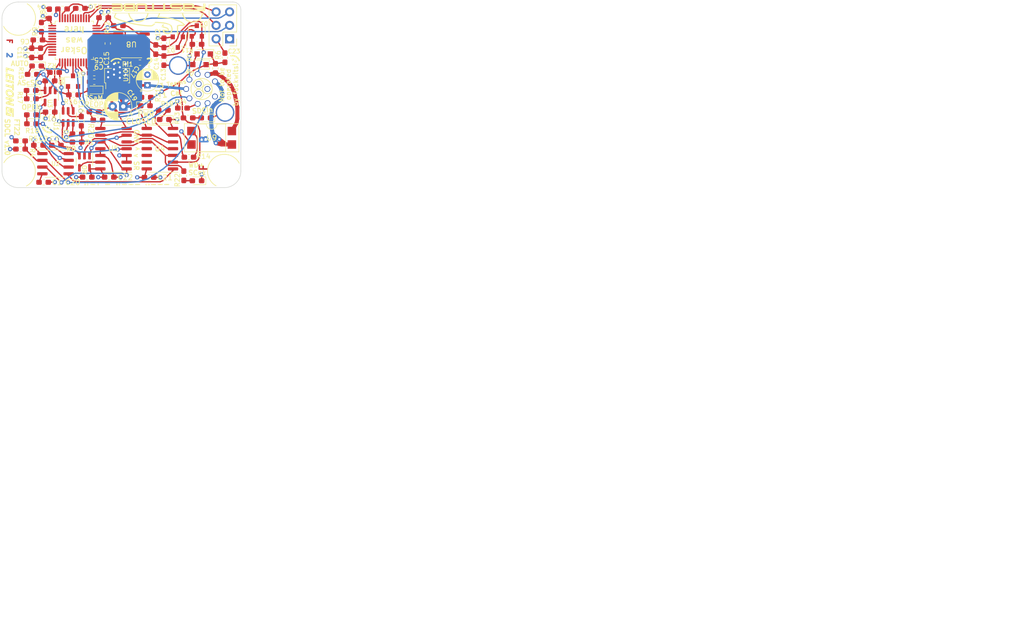
<source format=kicad_pcb>
(kicad_pcb (version 20171130) (host pcbnew 5.1.6)

  (general
    (thickness 1.6)
    (drawings 75)
    (tracks 729)
    (zones 0)
    (modules 81)
    (nets 77)
  )

  (page A4)
  (layers
    (0 F.Cu signal)
    (1 3V3.Cu power hide)
    (2 GND.Cu power hide)
    (31 B.Cu signal)
    (33 F.Adhes user)
    (35 F.Paste user)
    (37 F.SilkS user)
    (38 B.Mask user)
    (39 F.Mask user)
    (40 Dwgs.User user hide)
    (41 Cmts.User user hide)
    (42 Eco1.User user hide)
    (43 Eco2.User user hide)
    (44 Edge.Cuts user)
    (45 Margin user)
    (46 B.CrtYd user)
    (47 F.CrtYd user)
    (49 F.Fab user hide)
  )

  (setup
    (last_trace_width 0.25)
    (user_trace_width 0.5)
    (user_trace_width 0.75)
    (trace_clearance 0.2)
    (zone_clearance 0.33)
    (zone_45_only no)
    (trace_min 0.2)
    (via_size 0.8)
    (via_drill 0.4)
    (via_min_size 0.4)
    (via_min_drill 0.3)
    (uvia_size 0.3)
    (uvia_drill 0.1)
    (uvias_allowed no)
    (uvia_min_size 0.2)
    (uvia_min_drill 0.1)
    (edge_width 0.1)
    (segment_width 0.2)
    (pcb_text_width 0.3)
    (pcb_text_size 1.5 1.5)
    (mod_edge_width 0.15)
    (mod_text_size 1 1)
    (mod_text_width 0.15)
    (pad_size 4.5 4.5)
    (pad_drill 3)
    (pad_to_mask_clearance 0)
    (aux_axis_origin 0 0)
    (visible_elements FFFFFF7F)
    (pcbplotparams
      (layerselection 0x010e0_ffffffff)
      (usegerberextensions false)
      (usegerberattributes true)
      (usegerberadvancedattributes true)
      (creategerberjobfile true)
      (excludeedgelayer true)
      (linewidth 0.100000)
      (plotframeref false)
      (viasonmask false)
      (mode 1)
      (useauxorigin false)
      (hpglpennumber 1)
      (hpglpenspeed 20)
      (hpglpendiameter 15.000000)
      (psnegative false)
      (psa4output false)
      (plotreference true)
      (plotvalue true)
      (plotinvisibletext false)
      (padsonsilk false)
      (subtractmaskfromsilk false)
      (outputformat 1)
      (mirror false)
      (drillshape 0)
      (scaleselection 1)
      (outputdirectory "export/"))
  )

  (net 0 "")
  (net 1 GND)
  (net 2 +3V3)
  (net 3 NRST)
  (net 4 CAN_H)
  (net 5 CAN_L)
  (net 6 +12V)
  (net 7 SDC_in_3V3)
  (net 8 "Net-(D2-Pad3)")
  (net 9 TS_activate_MUXed)
  (net 10 TRACESWO)
  (net 11 SWDIO)
  (net 12 SWCLK)
  (net 13 ~SDC_reset~)
  (net 14 TS_activate_ext)
  (net 15 TS_activate_dash)
  (net 16 SDC_in)
  (net 17 SDC_out)
  (net 18 To_SDC_relais)
  (net 19 AS_driving_mode)
  (net 20 AS_close_SDC)
  (net 21 "Net-(R12-Pad1)")
  (net 22 Watchdog)
  (net 23 SDC_is_ready)
  (net 24 "Net-(U7-Pad46)")
  (net 25 "Net-(U7-Pad45)")
  (net 26 "Net-(U7-Pad43)")
  (net 27 "Net-(U7-Pad42)")
  (net 28 "Net-(U7-Pad41)")
  (net 29 "Net-(U7-Pad40)")
  (net 30 "Net-(U7-Pad38)")
  (net 31 CAN_TX)
  (net 32 CAN_RX)
  (net 33 "Net-(U7-Pad31)")
  (net 34 "Net-(U7-Pad30)")
  (net 35 "Net-(U7-Pad29)")
  (net 36 "Net-(U7-Pad28)")
  (net 37 "Net-(U7-Pad27)")
  (net 38 "Net-(U7-Pad26)")
  (net 39 "Net-(U7-Pad25)")
  (net 40 "Net-(U7-Pad22)")
  (net 41 "Net-(U7-Pad21)")
  (net 42 "Net-(U7-Pad17)")
  (net 43 "Net-(U7-Pad16)")
  (net 44 "Net-(U7-Pad12)")
  (net 45 "Net-(U7-Pad11)")
  (net 46 "Net-(U7-Pad10)")
  (net 47 "Net-(U7-Pad6)")
  (net 48 "Net-(U7-Pad5)")
  (net 49 "Net-(U7-Pad4)")
  (net 50 "Net-(U7-Pad3)")
  (net 51 "Net-(U7-Pad2)")
  (net 52 "Net-(R14-Pad2)")
  (net 53 "Net-(R10-Pad1)")
  (net 54 "Net-(D5-Pad2)")
  (net 55 "Net-(D6-Pad2)")
  (net 56 "Net-(D7-Pad2)")
  (net 57 "Net-(D9-Pad2)")
  (net 58 "Net-(D10-Pad2)")
  (net 59 "Net-(D11-Pad2)")
  (net 60 "Net-(D12-Pad2)")
  (net 61 "Net-(D13-Pad2)")
  (net 62 "/Non-Programmable Logic/~WDO~")
  (net 63 "/Non-Programmable Logic/RP")
  (net 64 "/Non-Programmable Logic/WP")
  (net 65 "/Non-Programmable Logic/correct_button_pressed")
  (net 66 "/Non-Programmable Logic/close_while_allowed")
  (net 67 "/Non-Programmable Logic/reopened")
  (net 68 "/Non-Programmable Logic/~reset_all~")
  (net 69 "/Non-Programmable Logic/closing_allowed")
  (net 70 "/Non-Programmable Logic/~reopen~")
  (net 71 "/Non-Programmable Logic/WD_and_SDCin_ok")
  (net 72 "/Non-Programmable Logic/~try_close~")
  (net 73 "/Non-Programmable Logic/still_initial_open")
  (net 74 "Net-(R!1-Pad2)")
  (net 75 "Net-(D14-Pad2)")
  (net 76 "Net-(R24-Pad2)")

  (net_class Default "This is the default net class."
    (clearance 0.2)
    (trace_width 0.25)
    (via_dia 0.8)
    (via_drill 0.4)
    (uvia_dia 0.3)
    (uvia_drill 0.1)
    (add_net +12V)
    (add_net +3V3)
    (add_net "/Non-Programmable Logic/RP")
    (add_net "/Non-Programmable Logic/WD_and_SDCin_ok")
    (add_net "/Non-Programmable Logic/WP")
    (add_net "/Non-Programmable Logic/close_while_allowed")
    (add_net "/Non-Programmable Logic/closing_allowed")
    (add_net "/Non-Programmable Logic/correct_button_pressed")
    (add_net "/Non-Programmable Logic/reopened")
    (add_net "/Non-Programmable Logic/still_initial_open")
    (add_net "/Non-Programmable Logic/~WDO~")
    (add_net "/Non-Programmable Logic/~reopen~")
    (add_net "/Non-Programmable Logic/~reset_all~")
    (add_net "/Non-Programmable Logic/~try_close~")
    (add_net AS_close_SDC)
    (add_net AS_driving_mode)
    (add_net CAN_H)
    (add_net CAN_L)
    (add_net CAN_RX)
    (add_net CAN_TX)
    (add_net GND)
    (add_net NRST)
    (add_net "Net-(D10-Pad2)")
    (add_net "Net-(D11-Pad2)")
    (add_net "Net-(D12-Pad2)")
    (add_net "Net-(D13-Pad2)")
    (add_net "Net-(D14-Pad2)")
    (add_net "Net-(D2-Pad3)")
    (add_net "Net-(D5-Pad2)")
    (add_net "Net-(D6-Pad2)")
    (add_net "Net-(D7-Pad2)")
    (add_net "Net-(D9-Pad2)")
    (add_net "Net-(R!1-Pad2)")
    (add_net "Net-(R10-Pad1)")
    (add_net "Net-(R12-Pad1)")
    (add_net "Net-(R14-Pad2)")
    (add_net "Net-(R24-Pad2)")
    (add_net "Net-(U7-Pad10)")
    (add_net "Net-(U7-Pad11)")
    (add_net "Net-(U7-Pad12)")
    (add_net "Net-(U7-Pad16)")
    (add_net "Net-(U7-Pad17)")
    (add_net "Net-(U7-Pad2)")
    (add_net "Net-(U7-Pad21)")
    (add_net "Net-(U7-Pad22)")
    (add_net "Net-(U7-Pad25)")
    (add_net "Net-(U7-Pad26)")
    (add_net "Net-(U7-Pad27)")
    (add_net "Net-(U7-Pad28)")
    (add_net "Net-(U7-Pad29)")
    (add_net "Net-(U7-Pad3)")
    (add_net "Net-(U7-Pad30)")
    (add_net "Net-(U7-Pad31)")
    (add_net "Net-(U7-Pad38)")
    (add_net "Net-(U7-Pad4)")
    (add_net "Net-(U7-Pad40)")
    (add_net "Net-(U7-Pad41)")
    (add_net "Net-(U7-Pad42)")
    (add_net "Net-(U7-Pad43)")
    (add_net "Net-(U7-Pad45)")
    (add_net "Net-(U7-Pad46)")
    (add_net "Net-(U7-Pad5)")
    (add_net "Net-(U7-Pad6)")
    (add_net SDC_in)
    (add_net SDC_in_3V3)
    (add_net SDC_is_ready)
    (add_net SDC_out)
    (add_net SWCLK)
    (add_net SWDIO)
    (add_net TRACESWO)
    (add_net TS_activate_MUXed)
    (add_net TS_activate_dash)
    (add_net TS_activate_ext)
    (add_net To_SDC_relais)
    (add_net Watchdog)
    (add_net ~SDC_reset~)
  )

  (module Custom:lightning (layer B.Cu) (tedit 0) (tstamp 61E9B0FE)
    (at 163 81.3 170)
    (fp_text reference G*** (at 0 0 170) (layer B.SilkS) hide
      (effects (font (size 1.524 1.524) (thickness 0.3)) (justify mirror))
    )
    (fp_text value LOGO (at 0.75 0 170) (layer B.SilkS) hide
      (effects (font (size 1.524 1.524) (thickness 0.3)) (justify mirror))
    )
    (fp_poly (pts (xy 0.430913 1.456164) (xy 0.521811 1.455869) (xy 0.606258 1.455399) (xy 0.682846 1.45477)
      (xy 0.75017 1.454) (xy 0.806824 1.453106) (xy 0.851402 1.452106) (xy 0.882496 1.451017)
      (xy 0.898703 1.449856) (xy 0.900767 1.449309) (xy 0.899613 1.43618) (xy 0.888204 1.410419)
      (xy 0.866912 1.372582) (xy 0.836105 1.323223) (xy 0.796154 1.262896) (xy 0.74743 1.192154)
      (xy 0.690303 1.111553) (xy 0.625143 1.021647) (xy 0.552321 0.922989) (xy 0.520924 0.880925)
      (xy 0.450696 0.786623) (xy 0.387458 0.700694) (xy 0.331659 0.623785) (xy 0.283753 0.55654)
      (xy 0.244189 0.499608) (xy 0.213421 0.453634) (xy 0.191898 0.419264) (xy 0.180073 0.397146)
      (xy 0.177799 0.389552) (xy 0.186221 0.387068) (xy 0.211313 0.385) (xy 0.252819 0.383353)
      (xy 0.310481 0.382136) (xy 0.384041 0.381354) (xy 0.473243 0.381015) (xy 0.498627 0.381)
      (xy 0.581533 0.380938) (xy 0.649079 0.380708) (xy 0.702836 0.380246) (xy 0.744378 0.379488)
      (xy 0.775275 0.378369) (xy 0.797102 0.376824) (xy 0.811429 0.374788) (xy 0.81983 0.372197)
      (xy 0.823877 0.368987) (xy 0.824594 0.367607) (xy 0.828836 0.351043) (xy 0.828744 0.332757)
      (xy 0.823583 0.311675) (xy 0.812616 0.286723) (xy 0.795108 0.256825) (xy 0.770322 0.220908)
      (xy 0.737525 0.177895) (xy 0.695978 0.126714) (xy 0.644947 0.066288) (xy 0.583696 -0.004457)
      (xy 0.521042 -0.075779) (xy 0.488377 -0.112738) (xy 0.459582 -0.145221) (xy 0.436528 -0.171128)
      (xy 0.421085 -0.188357) (xy 0.415209 -0.194733) (xy 0.408084 -0.202439) (xy 0.392226 -0.220134)
      (xy 0.370073 -0.245083) (xy 0.347249 -0.270933) (xy 0.321592 -0.300007) (xy 0.300107 -0.324241)
      (xy 0.285226 -0.340902) (xy 0.279516 -0.347133) (xy 0.272568 -0.354586) (xy 0.256354 -0.372267)
      (xy 0.232986 -0.397864) (xy 0.204578 -0.429066) (xy 0.190547 -0.4445) (xy 0.159689 -0.478376)
      (xy 0.13206 -0.508546) (xy 0.110049 -0.532413) (xy 0.096043 -0.547382) (xy 0.093181 -0.550334)
      (xy 0.081063 -0.563159) (xy 0.062153 -0.583961) (xy 0.043085 -0.605367) (xy 0.016888 -0.634711)
      (xy -0.013587 -0.668344) (xy -0.037389 -0.694267) (xy -0.062521 -0.721662) (xy -0.095287 -0.757754)
      (xy -0.132809 -0.799332) (xy -0.172203 -0.843184) (xy -0.210589 -0.886099) (xy -0.245085 -0.924864)
      (xy -0.27281 -0.956269) (xy -0.28511 -0.970373) (xy -0.297634 -0.984671) (xy -0.317857 -1.007561)
      (xy -0.342203 -1.035001) (xy -0.352497 -1.046573) (xy -0.386436 -1.085022) (xy -0.425726 -1.130064)
      (xy -0.467655 -1.17854) (xy -0.509513 -1.227292) (xy -0.548589 -1.27316) (xy -0.582171 -1.312986)
      (xy -0.607549 -1.343611) (xy -0.609656 -1.3462) (xy -0.628962 -1.369823) (xy -0.644009 -1.387949)
      (xy -0.651698 -1.396846) (xy -0.651852 -1.397) (xy -0.658749 -1.405087) (xy -0.673586 -1.423241)
      (xy -0.693767 -1.44827) (xy -0.70525 -1.462617) (xy -0.733676 -1.496546) (xy -0.754347 -1.517543)
      (xy -0.766763 -1.525168) (xy -0.770467 -1.52018) (xy -0.76795 -1.506592) (xy -0.761162 -1.480674)
      (xy -0.751246 -1.446138) (xy -0.739343 -1.406698) (xy -0.726599 -1.366068) (xy -0.714155 -1.327962)
      (xy -0.703154 -1.296091) (xy -0.694766 -1.274234) (xy -0.687035 -1.254591) (xy -0.678025 -1.22967)
      (xy -0.677334 -1.227667) (xy -0.667645 -1.200271) (xy -0.657743 -1.174578) (xy -0.644609 -1.14283)
      (xy -0.641102 -1.134534) (xy -0.614484 -1.07236) (xy -0.586907 -1.009307) (xy -0.557064 -0.942478)
      (xy -0.523651 -0.868977) (xy -0.485363 -0.785908) (xy -0.443217 -0.695343) (xy -0.412795 -0.62958)
      (xy -0.382559 -0.56307) (xy -0.35334 -0.497745) (xy -0.325969 -0.435536) (xy -0.301278 -0.378374)
      (xy -0.280099 -0.328192) (xy -0.263262 -0.28692) (xy -0.251599 -0.256491) (xy -0.245942 -0.238836)
      (xy -0.245534 -0.236082) (xy -0.253703 -0.23432) (xy -0.277022 -0.232715) (xy -0.313706 -0.231313)
      (xy -0.361972 -0.230157) (xy -0.420037 -0.229291) (xy -0.486117 -0.228758) (xy -0.549834 -0.2286)
      (xy -0.625875 -0.228387) (xy -0.693874 -0.227776) (xy -0.752269 -0.226805) (xy -0.799496 -0.225514)
      (xy -0.833991 -0.223943) (xy -0.854192 -0.222132) (xy -0.858975 -0.220768) (xy -0.859749 -0.207707)
      (xy -0.85564 -0.193251) (xy -0.849377 -0.177213) (xy -0.838988 -0.149613) (xy -0.826105 -0.114814)
      (xy -0.81662 -0.0889) (xy -0.805325 -0.058389) (xy -0.789682 -0.016813) (xy -0.770928 0.032601)
      (xy -0.750304 0.086629) (xy -0.729047 0.142043) (xy -0.708395 0.195618) (xy -0.689587 0.244128)
      (xy -0.673863 0.284347) (xy -0.662459 0.313048) (xy -0.659784 0.319616) (xy -0.650043 0.343809)
      (xy -0.6446 0.357716) (xy -0.635655 0.38037) (xy -0.627667 0.40005) (xy -0.617605 0.424458)
      (xy -0.610217 0.442383) (xy -0.604806 0.455976) (xy -0.59437 0.482587) (xy -0.57999 0.519444)
      (xy -0.562749 0.563771) (xy -0.54373 0.612796) (xy -0.541687 0.618067) (xy -0.522303 0.667965)
      (xy -0.504336 0.713963) (xy -0.488931 0.753144) (xy -0.477236 0.782592) (xy -0.470399 0.799391)
      (xy -0.470096 0.8001) (xy -0.459399 0.826645) (xy -0.448928 0.854971) (xy -0.448872 0.855133)
      (xy -0.434563 0.894998) (xy -0.420641 0.930572) (xy -0.416854 0.9398) (xy -0.40792 0.962833)
      (xy -0.398316 0.989491) (xy -0.397934 0.9906) (xy -0.389142 1.015456) (xy -0.381479 1.035959)
      (xy -0.381 1.037166) (xy -0.373616 1.056793) (xy -0.364768 1.081699) (xy -0.364067 1.083733)
      (xy -0.355164 1.108602) (xy -0.34724 1.129107) (xy -0.346741 1.1303) (xy -0.340888 1.145696)
      (xy -0.330903 1.173503) (xy -0.318046 1.210077) (xy -0.303575 1.251777) (xy -0.288748 1.294959)
      (xy -0.274825 1.335981) (xy -0.263064 1.3712) (xy -0.256052 1.392767) (xy -0.246844 1.419027)
      (xy -0.238228 1.439273) (xy -0.234555 1.445683) (xy -0.229445 1.447876) (xy -0.21701 1.449766)
      (xy -0.196247 1.451373) (xy -0.166151 1.452715) (xy -0.125718 1.45381) (xy -0.073945 1.454678)
      (xy -0.009827 1.455337) (xy 0.067639 1.455805) (xy 0.159458 1.456102) (xy 0.266634 1.456246)
      (xy 0.33497 1.456266) (xy 0.430913 1.456164)) (layer B.Mask) (width 0.01))
  )

  (module Custom:FTLogo_DV (layer B.Cu) (tedit 0) (tstamp 61E9AF52)
    (at 159.254177 84.263653 180)
    (fp_text reference G*** (at 0 0) (layer B.SilkS) hide
      (effects (font (size 1.524 1.524) (thickness 0.3)) (justify mirror))
    )
    (fp_text value LOGO (at 0.75 0) (layer B.SilkS) hide
      (effects (font (size 1.524 1.524) (thickness 0.3)) (justify mirror))
    )
    (fp_poly (pts (xy -1.496773 0.694964) (xy -1.450706 0.676149) (xy -1.396822 0.655296) (xy -1.338461 0.633609)
      (xy -1.27896 0.612291) (xy -1.221657 0.592545) (xy -1.169889 0.575573) (xy -1.139976 0.566358)
      (xy -1.115964 0.559614) (xy -1.081932 0.550617) (xy -1.039653 0.539798) (xy -0.990902 0.527588)
      (xy -0.937451 0.514418) (xy -0.881074 0.500718) (xy -0.823546 0.486919) (xy -0.766639 0.473451)
      (xy -0.712127 0.460747) (xy -0.661784 0.449236) (xy -0.617383 0.439349) (xy -0.613834 0.438574)
      (xy -0.557433 0.427706) (xy -0.490533 0.417247) (xy -0.414727 0.407327) (xy -0.331607 0.398076)
      (xy -0.242766 0.389622) (xy -0.149797 0.382096) (xy -0.054293 0.375627) (xy 0.042154 0.370343)
      (xy 0.137951 0.366375) (xy 0.231504 0.363851) (xy 0.3175 0.362909) (xy 0.350386 0.362578)
      (xy 0.380811 0.361801) (xy 0.405782 0.360687) (xy 0.422305 0.359345) (xy 0.424493 0.359033)
      (xy 0.446819 0.355341) (xy 0.407207 0.306182) (xy 0.389735 0.285256) (xy 0.374108 0.267903)
      (xy 0.362393 0.256347) (xy 0.357666 0.252913) (xy 0.348645 0.251692) (xy 0.329385 0.250754)
      (xy 0.301739 0.250103) (xy 0.267559 0.249745) (xy 0.2287 0.249686) (xy 0.187013 0.249933)
      (xy 0.144352 0.25049) (xy 0.10257 0.251364) (xy 0.078619 0.252045) (xy -0.006823 0.256334)
      (xy -0.101752 0.263925) (xy -0.204111 0.274508) (xy -0.311842 0.287779) (xy -0.422887 0.303431)
      (xy -0.535188 0.321156) (xy -0.646688 0.340649) (xy -0.755329 0.361604) (xy -0.859053 0.383713)
      (xy -0.950475 0.405335) (xy -1.017364 0.423052) (xy -1.090851 0.444296) (xy -1.168243 0.468169)
      (xy -1.246846 0.493775) (xy -1.323966 0.520217) (xy -1.396909 0.5466) (xy -1.462981 0.572025)
      (xy -1.510896 0.591856) (xy -1.56331 0.614469) (xy -1.565041 0.669549) (xy -1.566773 0.724629)
      (xy -1.496773 0.694964)) (layer B.Mask) (width 0.01))
    (fp_poly (pts (xy -1.89419 1.14533) (xy -1.895929 0.633612) (xy -1.919729 0.61304) (xy -1.938703 0.599296)
      (xy -1.961586 0.588249) (xy -1.99049 0.579221) (xy -2.027528 0.571534) (xy -2.068286 0.565373)
      (xy -2.094237 0.562556) (xy -2.130144 0.559612) (xy -2.173874 0.556644) (xy -2.22329 0.553759)
      (xy -2.276256 0.551062) (xy -2.330636 0.548658) (xy -2.384296 0.546652) (xy -2.435099 0.545149)
      (xy -2.480909 0.544255) (xy -2.500691 0.544072) (xy -2.567215 0.543737) (xy -2.533953 0.513084)
      (xy -2.441368 0.434421) (xy -2.339941 0.361023) (xy -2.229358 0.292749) (xy -2.109304 0.229459)
      (xy -1.979464 0.17101) (xy -1.839524 0.117263) (xy -1.68917 0.068075) (xy -1.528087 0.023306)
      (xy -1.355961 -0.017187) (xy -1.350247 -0.018418) (xy -1.277424 -0.0337) (xy -1.206375 -0.047812)
      (xy -1.135984 -0.060897) (xy -1.065136 -0.073101) (xy -0.992713 -0.084568) (xy -0.917601 -0.095443)
      (xy -0.838682 -0.10587) (xy -0.754842 -0.115995) (xy -0.664964 -0.125962) (xy -0.567931 -0.135916)
      (xy -0.462629 -0.146001) (xy -0.347941 -0.156362) (xy -0.22275 -0.167144) (xy -0.167702 -0.171756)
      (xy -0.107383 -0.176838) (xy -0.050741 -0.181739) (xy 0.001086 -0.186349) (xy 0.046961 -0.190563)
      (xy 0.085745 -0.194272) (xy 0.1163 -0.19737) (xy 0.137487 -0.199748) (xy 0.148169 -0.201301)
      (xy 0.149225 -0.201638) (xy 0.148193 -0.208206) (xy 0.142681 -0.223521) (xy 0.133534 -0.245472)
      (xy 0.121597 -0.271947) (xy 0.118184 -0.27922) (xy 0.095739 -0.327324) (xy 0.073634 -0.375924)
      (xy 0.052404 -0.423736) (xy 0.032584 -0.469473) (xy 0.014709 -0.511849) (xy -0.000687 -0.549579)
      (xy -0.013069 -0.581377) (xy -0.021902 -0.605957) (xy -0.026651 -0.622033) (xy -0.026966 -0.628196)
      (xy -0.020492 -0.628777) (xy -0.002793 -0.62937) (xy 0.025264 -0.629966) (xy 0.062809 -0.630557)
      (xy 0.108972 -0.631134) (xy 0.162885 -0.631687) (xy 0.223678 -0.632207) (xy 0.290483 -0.632686)
      (xy 0.36243 -0.633115) (xy 0.43865 -0.633484) (xy 0.511609 -0.633763) (xy 0.60701 -0.634054)
      (xy 0.690976 -0.634242) (xy 0.764166 -0.634322) (xy 0.827241 -0.634285) (xy 0.880859 -0.634124)
      (xy 0.925682 -0.633832) (xy 0.962367 -0.633401) (xy 0.991576 -0.632823) (xy 1.013968 -0.632093)
      (xy 1.030202 -0.6312) (xy 1.040939 -0.63014) (xy 1.046837 -0.628903) (xy 1.048538 -0.627716)
      (xy 1.050499 -0.618636) (xy 1.05401 -0.600703) (xy 1.058482 -0.576972) (xy 1.061159 -0.562429)
      (xy 1.078368 -0.489148) (xy 1.103439 -0.41182) (xy 1.134896 -0.334089) (xy 1.171266 -0.259597)
      (xy 1.211072 -0.191988) (xy 1.211146 -0.191875) (xy 1.275899 -0.10339) (xy 1.348996 -0.0231)
      (xy 1.429573 0.048643) (xy 1.516765 0.111487) (xy 1.609708 0.165078) (xy 1.707537 0.209064)
      (xy 1.809388 0.243091) (xy 1.914395 0.266808) (xy 2.021694 0.279861) (xy 2.130421 0.281898)
      (xy 2.239711 0.272565) (xy 2.316238 0.259045) (xy 2.381715 0.242869) (xy 2.443829 0.222864)
      (xy 2.506812 0.197515) (xy 2.567214 0.169137) (xy 2.635541 0.132641) (xy 2.695841 0.094354)
      (xy 2.75202 0.051475) (xy 2.807982 0.001206) (xy 2.82589 -0.016309) (xy 2.870843 -0.062137)
      (xy 2.908222 -0.103147) (xy 2.939941 -0.142019) (xy 2.967919 -0.181435) (xy 2.994072 -0.224073)
      (xy 3.020315 -0.272613) (xy 3.045589 -0.323548) (xy 3.068697 -0.374297) (xy 3.08762 -0.422845)
      (xy 3.103641 -0.473079) (xy 3.118045 -0.528891) (xy 3.127473 -0.571547) (xy 3.140787 -0.635)
      (xy 4.352316 -0.635) (xy 4.407305 -0.521607) (xy 4.437343 -0.4579) (xy 4.461082 -0.403547)
      (xy 4.478832 -0.357774) (xy 4.490897 -0.319801) (xy 4.496422 -0.295855) (xy 4.496079 -0.277387)
      (xy 4.487457 -0.259053) (xy 4.469588 -0.239561) (xy 4.441504 -0.217622) (xy 4.433604 -0.212167)
      (xy 4.382434 -0.180473) (xy 4.320048 -0.147036) (xy 4.24716 -0.112095) (xy 4.164487 -0.075884)
      (xy 4.072745 -0.038641) (xy 3.972649 -0.000601) (xy 3.864915 0.037999) (xy 3.750259 0.076922)
      (xy 3.629396 0.115932) (xy 3.503043 0.154793) (xy 3.371914 0.193269) (xy 3.236727 0.231123)
      (xy 3.098196 0.268118) (xy 2.957037 0.30402) (xy 2.813966 0.33859) (xy 2.669699 0.371593)
      (xy 2.657928 0.374202) (xy 2.514415 0.404747) (xy 2.367495 0.433736) (xy 2.218463 0.460997)
      (xy 2.068613 0.48636) (xy 1.919238 0.509654) (xy 1.771633 0.530708) (xy 1.62709 0.549352)
      (xy 1.486904 0.565416) (xy 1.352368 0.578727) (xy 1.224777 0.589116) (xy 1.105423 0.596412)
      (xy 0.995601 0.600445) (xy 0.937381 0.601219) (xy 0.879441 0.601201) (xy 0.831937 0.600511)
      (xy 0.793215 0.598864) (xy 0.761622 0.595972) (xy 0.735503 0.591551) (xy 0.713207 0.585315)
      (xy 0.693078 0.576977) (xy 0.673464 0.566252) (xy 0.652712 0.552854) (xy 0.651049 0.551724)
      (xy 0.624461 0.533194) (xy 0.596751 0.513218) (xy 0.572725 0.495279) (xy 0.566399 0.49038)
      (xy 0.541103 0.470539) (xy 0.522422 0.456839) (xy 0.507251 0.448225) (xy 0.492484 0.443642)
      (xy 0.475018 0.442032) (xy 0.451745 0.442342) (xy 0.42772 0.44323) (xy 0.399461 0.4446)
      (xy 0.375727 0.446405) (xy 0.359075 0.448405) (xy 0.352125 0.450288) (xy 0.3544 0.456084)
      (xy 0.364325 0.46828) (xy 0.380356 0.485417) (xy 0.400949 0.506036) (xy 0.424558 0.52868)
      (xy 0.449639 0.55189) (xy 0.474648 0.574207) (xy 0.49804 0.594174) (xy 0.51827 0.610331)
      (xy 0.531862 0.620003) (xy 0.573786 0.645276) (xy 0.616435 0.667833) (xy 0.656431 0.686008)
      (xy 0.68979 0.697958) (xy 0.726453 0.705747) (xy 0.774277 0.711262) (xy 0.832552 0.714551)
      (xy 0.900568 0.715661) (xy 0.977613 0.71464) (xy 1.06298 0.711534) (xy 1.155957 0.706391)
      (xy 1.255835 0.699259) (xy 1.361903 0.690184) (xy 1.473452 0.679213) (xy 1.589771 0.666395)
      (xy 1.710152 0.651777) (xy 1.833883 0.635405) (xy 1.960254 0.617327) (xy 2.007809 0.610174)
      (xy 2.145791 0.588552) (xy 2.274622 0.567071) (xy 2.397227 0.545179) (xy 2.516531 0.522322)
      (xy 2.635459 0.497945) (xy 2.756934 0.471496) (xy 2.839357 0.452766) (xy 3.042878 0.404577)
      (xy 3.23482 0.356572) (xy 3.415125 0.30877) (xy 3.583734 0.261187) (xy 3.740587 0.213843)
      (xy 3.885628 0.166756) (xy 4.018796 0.119944) (xy 4.140034 0.073425) (xy 4.249283 0.027217)
      (xy 4.321024 -0.006111) (xy 4.377326 -0.035039) (xy 4.430553 -0.065532) (xy 4.479584 -0.096733)
      (xy 4.5233 -0.127784) (xy 4.560581 -0.157829) (xy 4.590308 -0.186009) (xy 4.611361 -0.21147)
      (xy 4.62262 -0.233352) (xy 4.623713 -0.23782) (xy 4.625162 -0.258344) (xy 4.622459 -0.2832)
      (xy 4.615276 -0.31335) (xy 4.603287 -0.349757) (xy 4.586164 -0.393381) (xy 4.563581 -0.445185)
      (xy 4.53521 -0.50613) (xy 4.525927 -0.525498) (xy 4.510234 -0.55817) (xy 4.496517 -0.586932)
      (xy 4.48558 -0.610081) (xy 4.478227 -0.625914) (xy 4.475262 -0.632727) (xy 4.475238 -0.632844)
      (xy 4.481037 -0.633388) (xy 4.497441 -0.633882) (xy 4.522958 -0.634308) (xy 4.556099 -0.634647)
      (xy 4.595372 -0.634881) (xy 4.639286 -0.634993) (xy 4.653643 -0.635) (xy 4.832047 -0.635)
      (xy 4.832047 -0.683381) (xy -4.838095 -0.683381) (xy -4.838095 -0.635) (xy -4.592582 -0.635)
      (xy -4.590649 -0.624567) (xy -4.470187 -0.624567) (xy -4.467576 -0.630068) (xy -4.467391 -0.630193)
      (xy -4.460632 -0.630707) (xy -4.442426 -0.631206) (xy -4.413422 -0.631688) (xy -4.374266 -0.632148)
      (xy -4.325607 -0.632583) (xy -4.268093 -0.632991) (xy -4.202373 -0.633369) (xy -4.129094 -0.633713)
      (xy -4.048904 -0.634019) (xy -3.962452 -0.634286) (xy -3.870385 -0.634509) (xy -3.773351 -0.634686)
      (xy -3.672 -0.634814) (xy -3.566978 -0.634889) (xy -3.497036 -0.634908) (xy -3.369156 -0.634909)
      (xy -3.252843 -0.634884) (xy -3.14757 -0.634829) (xy -3.052809 -0.634737) (xy -2.968033 -0.634606)
      (xy -2.892714 -0.63443) (xy -2.826325 -0.634204) (xy -2.768337 -0.633924) (xy -2.718223 -0.633585)
      (xy -2.675456 -0.633182) (xy -2.639507 -0.63271) (xy -2.609849 -0.632166) (xy -2.585956 -0.631543)
      (xy -2.567297 -0.630838) (xy -2.553348 -0.630046) (xy -2.543578 -0.629162) (xy -2.537462 -0.628181)
      (xy -2.534471 -0.627099) (xy -2.533953 -0.626324) (xy -2.536207 -0.604891) (xy -2.542475 -0.574679)
      (xy -2.552013 -0.538029) (xy -2.564078 -0.497284) (xy -2.577925 -0.454784) (xy -2.59281 -0.412871)
      (xy -2.607992 -0.373886) (xy -2.622724 -0.340172) (xy -2.628739 -0.327873) (xy -2.682088 -0.236351)
      (xy -2.745064 -0.151264) (xy -2.816712 -0.073353) (xy -2.896076 -0.003356) (xy -2.9822 0.057988)
      (xy -3.074128 0.109939) (xy -3.170905 0.151757) (xy -3.271576 0.182704) (xy -3.296215 0.188433)
      (xy -3.318369 0.192986) (xy -3.339027 0.196431) (xy -3.360431 0.19892) (xy -3.384824 0.200605)
      (xy -3.414448 0.201639) (xy -3.451545 0.202173) (xy -3.498356 0.202359) (xy -3.501572 0.202363)
      (xy -3.551005 0.202235) (xy -3.590412 0.201665) (xy -3.621858 0.200536) (xy -3.647408 0.198731)
      (xy -3.669126 0.196131) (xy -3.689078 0.192619) (xy -3.695095 0.191355) (xy -3.802605 0.16214)
      (xy -3.904273 0.122653) (xy -3.999576 0.073411) (xy -4.087989 0.01493) (xy -4.168988 -0.052274)
      (xy -4.24205 -0.127685) (xy -4.306649 -0.210786) (xy -4.362262 -0.301061) (xy -4.408366 -0.397995)
      (xy -4.444435 -0.501071) (xy -4.460275 -0.56225) (xy -4.466715 -0.592363) (xy -4.469959 -0.612567)
      (xy -4.470187 -0.624567) (xy -4.590649 -0.624567) (xy -4.581657 -0.576036) (xy -4.568623 -0.518769)
      (xy -4.550145 -0.456091) (xy -4.527347 -0.390773) (xy -4.501355 -0.325589) (xy -4.473292 -0.263311)
      (xy -4.444284 -0.206711) (xy -4.415454 -0.158563) (xy -4.407699 -0.147161) (xy -4.373472 -0.102061)
      (xy -4.332643 -0.054042) (xy -4.288603 -0.006799) (xy -4.244744 0.035974) (xy -4.217514 0.059987)
      (xy -4.127671 0.129083) (xy -4.036164 0.186933) (xy -3.941685 0.234074) (xy -3.842925 0.271039)
      (xy -3.738574 0.298366) (xy -3.627325 0.316589) (xy -3.578217 0.321658) (xy -3.472293 0.324881)
      (xy -3.365467 0.316569) (xy -3.258884 0.297111) (xy -3.15369 0.266893) (xy -3.05103 0.226301)
      (xy -2.952051 0.175723) (xy -2.857898 0.115546) (xy -2.774444 0.05025) (xy -2.714671 -0.007049)
      (xy -2.656361 -0.074207) (xy -2.601174 -0.148987) (xy -2.550772 -0.229154) (xy -2.510323 -0.305195)
      (xy -2.496147 -0.337306) (xy -2.481363 -0.375941) (xy -2.466675 -0.418691) (xy -2.452789 -0.46315)
      (xy -2.440407 -0.506908) (xy -2.430235 -0.547557) (xy -2.422977 -0.58269) (xy -2.419337 -0.609899)
      (xy -2.419048 -0.617268) (xy -2.419048 -0.635032) (xy -2.395357 -0.635) (xy 1.165817 -0.635)
      (xy 3.02404 -0.635) (xy 3.020254 -0.618369) (xy 3.002577 -0.545649) (xy 2.984516 -0.48242)
      (xy 2.965037 -0.426096) (xy 2.943108 -0.374091) (xy 2.917693 -0.323819) (xy 2.887761 -0.272692)
      (xy 2.872565 -0.248752) (xy 2.846581 -0.212636) (xy 2.813144 -0.172174) (xy 2.774716 -0.129946)
      (xy 2.733759 -0.088531) (xy 2.692735 -0.050509) (xy 2.654107 -0.01846) (xy 2.649201 -0.014724)
      (xy 2.611589 0.011108) (xy 2.566299 0.038368) (xy 2.517225 0.064971) (xy 2.468262 0.088834)
      (xy 2.423307 0.10787) (xy 2.413 0.111685) (xy 2.311185 0.141808) (xy 2.20822 0.160229)
      (xy 2.104983 0.167134) (xy 2.00235 0.162707) (xy 1.901201 0.147133) (xy 1.802412 0.120595)
      (xy 1.70686 0.083279) (xy 1.615424 0.035369) (xy 1.528982 -0.022951) (xy 1.449008 -0.090928)
      (xy 1.382892 -0.160772) (xy 1.323683 -0.237576) (xy 1.272318 -0.319607) (xy 1.229734 -0.405132)
      (xy 1.196869 -0.492417) (xy 1.174661 -0.579729) (xy 1.170072 -0.606622) (xy 1.165817 -0.635)
      (xy -2.395357 -0.635) (xy -1.2878 -0.633504) (xy -0.156553 -0.631976) (xy -0.120785 -0.539319)
      (xy -0.10545 -0.500256) (xy -0.088357 -0.457792) (xy -0.071347 -0.416438) (xy -0.056261 -0.380706)
      (xy -0.052836 -0.372789) (xy -0.020655 -0.298917) (xy -0.259792 -0.27933) (xy -0.41629 -0.265927)
      (xy -0.561753 -0.252223) (xy -0.697239 -0.23807) (xy -0.823807 -0.223323) (xy -0.942516 -0.207836)
      (xy -1.054424 -0.191465) (xy -1.16059 -0.174062) (xy -1.262073 -0.155483) (xy -1.359932 -0.135582)
      (xy -1.448405 -0.115808) (xy -1.612696 -0.074209) (xy -1.768606 -0.028064) (xy -1.91568 0.022427)
      (xy -2.05346 0.077068) (xy -2.181491 0.13566) (xy -2.299317 0.198005) (xy -2.406481 0.263906)
      (xy -2.502528 0.333164) (xy -2.524881 0.351089) (xy -2.55361 0.375583) (xy -2.583819 0.402966)
      (xy -2.613929 0.431637) (xy -2.642362 0.459992) (xy -2.667538 0.486428) (xy -2.687879 0.509342)
      (xy -2.701804 0.527132) (xy -2.707029 0.536003) (xy -2.713367 0.564523) (xy -2.708128 0.590776)
      (xy -2.692627 0.612453) (xy -2.681536 0.622032) (xy -2.669128 0.630196) (xy -2.654325 0.637099)
      (xy -2.636049 0.642892) (xy -2.613223 0.647729) (xy -2.584767 0.651762) (xy -2.549604 0.655146)
      (xy -2.506655 0.658032) (xy -2.454843 0.660573) (xy -2.393088 0.662923) (xy -2.320566 0.665227)
      (xy -2.253496 0.667325) (xy -2.197473 0.669367) (xy -2.151452 0.671496) (xy -2.114386 0.673858)
      (xy -2.08523 0.676596) (xy -2.062938 0.679856) (xy -2.046463 0.68378) (xy -2.034759 0.688514)
      (xy -2.026781 0.694202) (xy -2.021483 0.700988) (xy -2.018639 0.706884) (xy -2.017242 0.716464)
      (xy -2.015924 0.738016) (xy -2.014686 0.771421) (xy -2.013531 0.816556) (xy -2.012462 0.8733)
      (xy -2.01148 0.941532) (xy -2.010589 1.021129) (xy -2.00979 1.11197) (xy -2.009237 1.189869)
      (xy -2.006222 1.657047) (xy -1.892451 1.657047) (xy -1.89419 1.14533)) (layer B.Mask) (width 0.01))
    (fp_poly (pts (xy 4.692952 -0.858733) (xy 4.740497 -0.890547) (xy 4.779208 -0.929669) (xy 4.808298 -0.975008)
      (xy 4.826977 -1.025476) (xy 4.831928 -1.050602) (xy 4.833746 -1.069319) (xy 4.835351 -1.097545)
      (xy 4.83665 -1.132691) (xy 4.837551 -1.172173) (xy 4.837961 -1.213403) (xy 4.837975 -1.220107)
      (xy 4.838095 -1.348619) (xy 3.906762 -1.348619) (xy 3.906762 -1.439333) (xy 4.838095 -1.439333)
      (xy 4.838095 -1.651) (xy 4.410226 -1.650022) (xy 4.337725 -1.649805) (xy 4.267539 -1.649498)
      (xy 4.200802 -1.649111) (xy 4.138645 -1.648655) (xy 4.082202 -1.648141) (xy 4.032605 -1.64758)
      (xy 3.990988 -1.646984) (xy 3.958482 -1.646363) (xy 3.93622 -1.645729) (xy 3.927928 -1.645325)
      (xy 3.898578 -1.642668) (xy 3.876576 -1.638596) (xy 3.857176 -1.631866) (xy 3.835632 -1.621234)
      (xy 3.835286 -1.621048) (xy 3.800566 -1.598554) (xy 3.766452 -1.569744) (xy 3.736675 -1.538112)
      (xy 3.716489 -1.509814) (xy 3.700746 -1.482951) (xy 3.703838 -1.040191) (xy 3.906762 -1.040191)
      (xy 3.906762 -1.130905) (xy 4.620381 -1.130905) (xy 4.620381 -1.040191) (xy 3.906762 -1.040191)
      (xy 3.703838 -1.040191) (xy 3.704166 -0.993295) (xy 3.731381 -0.952935) (xy 3.758449 -0.919154)
      (xy 3.79081 -0.891493) (xy 3.83101 -0.868032) (xy 3.862735 -0.854054) (xy 3.903738 -0.837657)
      (xy 4.27869 -0.837626) (xy 4.653643 -0.837595) (xy 4.692952 -0.858733)) (layer B.Mask) (width 0.01))
    (fp_poly (pts (xy 2.937631 -0.835792) (xy 3.438071 -0.837595) (xy 3.478349 -0.856624) (xy 3.525706 -0.88456)
      (xy 3.563069 -0.919152) (xy 3.590918 -0.961007) (xy 3.609732 -1.010732) (xy 3.613855 -1.028079)
      (xy 3.618663 -1.061202) (xy 3.618375 -1.093443) (xy 3.612585 -1.128027) (xy 3.600891 -1.16818)
      (xy 3.593803 -1.188357) (xy 3.576145 -1.236738) (xy 3.59628 -1.276048) (xy 3.619161 -1.329059)
      (xy 3.631272 -1.378458) (xy 3.632814 -1.425728) (xy 3.623987 -1.472355) (xy 3.623093 -1.475289)
      (xy 3.602396 -1.521782) (xy 3.57118 -1.562761) (xy 3.529918 -1.597762) (xy 3.479081 -1.626321)
      (xy 3.462262 -1.633472) (xy 3.425976 -1.647899) (xy 2.931583 -1.649774) (xy 2.43719 -1.651648)
      (xy 2.43719 -1.348619) (xy 2.648857 -1.348619) (xy 2.648857 -1.439333) (xy 3.404809 -1.439333)
      (xy 3.404809 -1.348619) (xy 2.648857 -1.348619) (xy 2.43719 -1.348619) (xy 2.43719 -1.040191)
      (xy 2.648857 -1.040191) (xy 2.648857 -1.130905) (xy 3.392714 -1.130905) (xy 3.392714 -1.040191)
      (xy 2.648857 -1.040191) (xy 2.43719 -1.040191) (xy 2.43719 -0.833989) (xy 2.937631 -0.835792)) (layer B.Mask) (width 0.01))
    (fp_poly (pts (xy 1.397 -1.439333) (xy 2.159 -1.439333) (xy 2.159 -0.834572) (xy 2.377313 -0.834572)
      (xy 2.375502 -1.15056) (xy 2.37369 -1.466548) (xy 2.355547 -1.49973) (xy 2.330248 -1.536987)
      (xy 2.296858 -1.573189) (xy 2.259114 -1.604759) (xy 2.222093 -1.627467) (xy 2.180443 -1.647976)
      (xy 1.787209 -1.649626) (xy 1.393976 -1.651277) (xy 1.344906 -1.627133) (xy 1.295162 -1.596415)
      (xy 1.253354 -1.557695) (xy 1.22044 -1.512304) (xy 1.197375 -1.461577) (xy 1.185117 -1.406847)
      (xy 1.184794 -1.403929) (xy 1.183747 -1.387951) (xy 1.182761 -1.361417) (xy 1.181864 -1.325864)
      (xy 1.181081 -1.282832) (xy 1.180437 -1.233859) (xy 1.17996 -1.180484) (xy 1.179674 -1.124244)
      (xy 1.179612 -1.096131) (xy 1.179285 -0.834572) (xy 1.397 -0.834572) (xy 1.397 -1.439333)) (layer B.Mask) (width 0.01))
    (fp_poly (pts (xy 1.161143 -1.040191) (xy 0.689428 -1.040191) (xy 0.689428 -1.651) (xy 0.471714 -1.651)
      (xy 0.471714 -1.040191) (xy -0.453572 -1.040191) (xy -0.453572 -1.651) (xy -0.671286 -1.651)
      (xy -0.671286 -1.040191) (xy -1.143 -1.040191) (xy -1.143 -0.834572) (xy 1.161143 -0.834572)
      (xy 1.161143 -1.040191)) (layer B.Mask) (width 0.01))
    (fp_poly (pts (xy -1.215572 -1.040191) (xy -2.201334 -1.040191) (xy -2.201334 -1.130905) (xy -1.824869 -1.131231)
      (xy -1.756984 -1.131367) (xy -1.691535 -1.131646) (xy -1.629725 -1.132054) (xy -1.572754 -1.132576)
      (xy -1.521823 -1.133197) (xy -1.478134 -1.133902) (xy -1.442887 -1.134677) (xy -1.417283 -1.135507)
      (xy -1.402525 -1.136377) (xy -1.402166 -1.136414) (xy -1.346496 -1.148134) (xy -1.295104 -1.171159)
      (xy -1.247957 -1.205506) (xy -1.239395 -1.21339) (xy -1.202994 -1.255386) (xy -1.177993 -1.301188)
      (xy -1.164306 -1.35108) (xy -1.161846 -1.405339) (xy -1.167187 -1.448382) (xy -1.181684 -1.493777)
      (xy -1.206525 -1.535806) (xy -1.240123 -1.573084) (xy -1.280891 -1.604226) (xy -1.327239 -1.627846)
      (xy -1.377582 -1.642559) (xy -1.392432 -1.644927) (xy -1.405425 -1.645836) (xy -1.429482 -1.646704)
      (xy -1.46357 -1.647521) (xy -1.506658 -1.648275) (xy -1.557713 -1.648953) (xy -1.615704 -1.649544)
      (xy -1.679599 -1.650037) (xy -1.748366 -1.65042) (xy -1.820973 -1.65068) (xy -1.896389 -1.650806)
      (xy -1.909536 -1.650813) (xy -2.382762 -1.651) (xy -2.382762 -1.548896) (xy -2.382714 -1.511596)
      (xy -2.382417 -1.48463) (xy -2.381645 -1.466237) (xy -2.380173 -1.454657) (xy -2.377772 -1.448128)
      (xy -2.374216 -1.444889) (xy -2.36928 -1.443179) (xy -2.369155 -1.443145) (xy -2.361106 -1.442577)
      (xy -2.341897 -1.442035) (xy -2.312462 -1.441524) (xy -2.273736 -1.441052) (xy -2.226654 -1.440626)
      (xy -2.172151 -1.440253) (xy -2.111161 -1.43994) (xy -2.04462 -1.439694) (xy -1.973462 -1.439521)
      (xy -1.898621 -1.439429) (xy -1.867203 -1.439416) (xy -1.378857 -1.439333) (xy -1.378857 -1.348619)
      (xy -1.691822 -1.348075) (xy -1.756829 -1.347885) (xy -1.821896 -1.347551) (xy -1.885291 -1.347091)
      (xy -1.945282 -1.346524) (xy -2.000138 -1.345869) (xy -2.048125 -1.345143) (xy -2.087513 -1.344366)
      (xy -2.11657 -1.343555) (xy -2.116999 -1.34354) (xy -2.229212 -1.339548) (xy -2.274237 -1.317151)
      (xy -2.321474 -1.289797) (xy -2.358719 -1.259092) (xy -2.387988 -1.223123) (xy -2.405267 -1.192869)
      (xy -2.416053 -1.170257) (xy -2.422769 -1.152715) (xy -2.426365 -1.135891) (xy -2.427794 -1.115435)
      (xy -2.42801 -1.088864) (xy -2.425195 -1.04347) (xy -2.415968 -1.005658) (xy -2.398876 -0.971977)
      (xy -2.372463 -0.938973) (xy -2.359027 -0.925252) (xy -2.315631 -0.889104) (xy -2.269238 -0.863465)
      (xy -2.217501 -0.847263) (xy -2.174119 -0.840691) (xy -2.158138 -0.839737) (xy -2.131178 -0.838828)
      (xy -2.094355 -0.837976) (xy -2.048783 -0.837195) (xy -1.99558 -0.836498) (xy -1.935862 -0.835898)
      (xy -1.870743 -0.835407) (xy -1.801341 -0.83504) (xy -1.728771 -0.834808) (xy -1.664607 -0.834728)
      (xy -1.215572 -0.834572) (xy -1.215572 -1.040191)) (layer B.Mask) (width 0.01))
    (fp_poly (pts (xy -3.152322 -0.835817) (xy -2.663976 -0.837595) (xy -2.630993 -0.854953) (xy -2.594256 -0.879662)
      (xy -2.559225 -0.913171) (xy -2.529005 -0.952266) (xy -2.51613 -0.973908) (xy -2.508055 -0.9895)
      (xy -2.502265 -1.002838) (xy -2.49825 -1.016547) (xy -2.495498 -1.033255) (xy -2.493499 -1.055588)
      (xy -2.49174 -1.086174) (xy -2.490874 -1.103691) (xy -2.489827 -1.131344) (xy -2.488844 -1.168978)
      (xy -2.487956 -1.214476) (xy -2.487196 -1.265724) (xy -2.486595 -1.320606) (xy -2.486186 -1.377006)
      (xy -2.486018 -1.422703) (xy -2.485572 -1.651) (xy -2.931584 -1.650003) (xy -3.005653 -1.649791)
      (xy -3.077452 -1.649497) (xy -3.145867 -1.64913) (xy -3.209786 -1.6487) (xy -3.268098 -1.648218)
      (xy -3.31969 -1.647693) (xy -3.36345 -1.647136) (xy -3.398267 -1.646556) (xy -3.423027 -1.645964)
      (xy -3.435183 -1.645467) (xy -3.465543 -1.642995) (xy -3.48854 -1.63919) (xy -3.508905 -1.632904)
      (xy -3.53137 -1.622986) (xy -3.534969 -1.621234) (xy -3.576058 -1.595877) (xy -3.613664 -1.562856)
      (xy -3.644591 -1.525301) (xy -3.660322 -1.49847) (xy -3.667367 -1.483104) (xy -3.672088 -1.469359)
      (xy -3.674945 -1.454209) (xy -3.676398 -1.434627) (xy -3.676907 -1.407588) (xy -3.676953 -1.389146)
      (xy -3.676777 -1.357138) (xy -3.676248 -1.342572) (xy -3.459238 -1.342572) (xy -3.459238 -1.439333)
      (xy -2.703286 -1.439333) (xy -2.703286 -1.342572) (xy -3.459238 -1.342572) (xy -3.676248 -1.342572)
      (xy -3.675947 -1.334315) (xy -3.674006 -1.317765) (xy -3.6705 -1.304582) (xy -3.664973 -1.291854)
      (xy -3.660322 -1.282896) (xy -3.631884 -1.240968) (xy -3.594828 -1.203452) (xy -3.551899 -1.172481)
      (xy -3.505842 -1.150185) (xy -3.478905 -1.142097) (xy -3.466048 -1.140556) (xy -3.441532 -1.139099)
      (xy -3.405793 -1.137736) (xy -3.359267 -1.136475) (xy -3.302389 -1.135328) (xy -3.235596 -1.134305)
      (xy -3.159324 -1.133416) (xy -3.076726 -1.132692) (xy -2.703286 -1.129878) (xy -2.703286 -1.040191)
      (xy -3.640667 -1.040191) (xy -3.640667 -0.834038) (xy -3.152322 -0.835817)) (layer B.Mask) (width 0.01))
    (fp_poly (pts (xy -3.695095 -1.040191) (xy -4.620381 -1.040191) (xy -4.620381 -1.130905) (xy -3.695095 -1.130905)
      (xy -3.695095 -1.336524) (xy -4.620381 -1.336524) (xy -4.620381 -1.651) (xy -4.838095 -1.651)
      (xy -4.837997 -1.398512) (xy -4.837847 -1.31996) (xy -4.837415 -1.252464) (xy -4.836627 -1.19499)
      (xy -4.83541 -1.146501) (xy -4.833692 -1.10596) (xy -4.8314 -1.072332) (xy -4.828461 -1.044581)
      (xy -4.824802 -1.02167) (xy -4.820349 -1.002562) (xy -4.815031 -0.986223) (xy -4.808774 -0.971615)
      (xy -4.807823 -0.969656) (xy -4.792758 -0.944115) (xy -4.774673 -0.920669) (xy -4.763758 -0.909675)
      (xy -4.726433 -0.883197) (xy -4.682012 -0.861248) (xy -4.63525 -0.84593) (xy -4.608221 -0.840822)
      (xy -4.594321 -0.839805) (xy -4.56935 -0.838845) (xy -4.534329 -0.837954) (xy -4.490282 -0.837147)
      (xy -4.438233 -0.836434) (xy -4.379205 -0.835831) (xy -4.31422 -0.835349) (xy -4.244302 -0.835001)
      (xy -4.170474 -0.834801) (xy -4.129012 -0.834758) (xy -3.695095 -0.834572) (xy -3.695095 -1.040191)) (layer B.Mask) (width 0.01))
  )

  (module Custom:heart (layer B.Cu) (tedit 0) (tstamp 61E79923)
    (at 155.9 81.5 200)
    (fp_text reference G*** (at 0 0 20) (layer B.SilkS) hide
      (effects (font (size 1.524 1.524) (thickness 0.3)) (justify mirror))
    )
    (fp_text value LOGO (at 0.75 0 20) (layer B.SilkS) hide
      (effects (font (size 1.524 1.524) (thickness 0.3)) (justify mirror))
    )
    (fp_poly (pts (xy -0.619108 1.157187) (xy -0.560201 1.148073) (xy -0.503158 1.133244) (xy -0.447617 1.112627)
      (xy -0.393218 1.08615) (xy -0.3429 1.055916) (xy -0.292967 1.019793) (xy -0.244532 0.978154)
      (xy -0.198343 0.931786) (xy -0.155147 0.88148) (xy -0.115692 0.828024) (xy -0.091557 0.790568)
      (xy -0.0704 0.75575) (xy -0.060136 0.773957) (xy -0.036731 0.811977) (xy -0.008733 0.85157)
      (xy 0.022776 0.891457) (xy 0.056716 0.930354) (xy 0.092008 0.966983) (xy 0.12757 1.00006)
      (xy 0.138112 1.009084) (xy 0.181709 1.042494) (xy 0.228723 1.072786) (xy 0.277864 1.099278)
      (xy 0.327841 1.121292) (xy 0.377364 1.138148) (xy 0.389372 1.141437) (xy 0.44348 1.152568)
      (xy 0.500709 1.158819) (xy 0.560204 1.160262) (xy 0.62111 1.156968) (xy 0.682571 1.149009)
      (xy 0.743732 1.136457) (xy 0.803738 1.119382) (xy 0.849167 1.102981) (xy 0.912746 1.074371)
      (xy 0.973034 1.040455) (xy 1.029785 1.001496) (xy 1.08275 0.957762) (xy 1.131681 0.909518)
      (xy 1.176331 0.85703) (xy 1.216451 0.800565) (xy 1.251795 0.740389) (xy 1.282112 0.676767)
      (xy 1.306435 0.612166) (xy 1.323771 0.553558) (xy 1.336404 0.49644) (xy 1.344631 0.438941)
      (xy 1.34875 0.379193) (xy 1.349375 0.342685) (xy 1.346606 0.270648) (xy 1.338244 0.200629)
      (xy 1.324206 0.13244) (xy 1.304406 0.065889) (xy 1.278762 0.000786) (xy 1.247189 -0.063059)
      (xy 1.209603 -0.125838) (xy 1.165922 -0.187741) (xy 1.116059 -0.248959) (xy 1.064171 -0.305337)
      (xy 1.029904 -0.339653) (xy 0.994193 -0.373452) (xy 0.956284 -0.407385) (xy 0.915421 -0.442101)
      (xy 0.870849 -0.478251) (xy 0.821814 -0.516485) (xy 0.796925 -0.535425) (xy 0.782977 -0.54594)
      (xy 0.769469 -0.556067) (xy 0.755956 -0.566125) (xy 0.741997 -0.576432) (xy 0.727149 -0.587308)
      (xy 0.710968 -0.599072) (xy 0.693012 -0.612043) (xy 0.672838 -0.626541) (xy 0.650004 -0.642885)
      (xy 0.624067 -0.661393) (xy 0.594584 -0.682386) (xy 0.561112 -0.706182) (xy 0.523209 -0.733101)
      (xy 0.493712 -0.754037) (xy 0.436727 -0.794831) (xy 0.384685 -0.832866) (xy 0.337048 -0.868589)
      (xy 0.293279 -0.902445) (xy 0.252838 -0.934881) (xy 0.215187 -0.966343) (xy 0.179788 -0.997276)
      (xy 0.146103 -1.028127) (xy 0.113593 -1.059342) (xy 0.08172 -1.091368) (xy 0.062589 -1.11125)
      (xy 0.035616 -1.140446) (xy 0.009677 -1.170108) (xy -0.014288 -1.199098) (xy -0.035339 -1.226279)
      (xy -0.052537 -1.250513) (xy -0.053081 -1.25133) (xy -0.060039 -1.26138) (xy -0.065829 -1.26899)
      (xy -0.069479 -1.272906) (xy -0.070038 -1.273175) (xy -0.072703 -1.270747) (xy -0.078291 -1.264101)
      (xy -0.086039 -1.254189) (xy -0.095186 -1.241964) (xy -0.097322 -1.239043) (xy -0.128549 -1.197902)
      (xy -0.162007 -1.157293) (xy -0.198047 -1.1169) (xy -0.237015 -1.076407) (xy -0.279262 -1.0355)
      (xy -0.325136 -0.993862) (xy -0.374986 -0.951179) (xy -0.429162 -0.907134) (xy -0.488011 -0.861413)
      (xy -0.551884 -0.8137) (xy -0.621128 -0.763678) (xy -0.630238 -0.757206) (xy -0.680792 -0.72133)
      (xy -0.726494 -0.68885) (xy -0.76769 -0.659513) (xy -0.804723 -0.633064) (xy -0.83794 -0.609251)
      (xy -0.867685 -0.58782) (xy -0.894303 -0.568517) (xy -0.918138 -0.551089) (xy -0.939537 -0.535283)
      (xy -0.958842 -0.520845) (xy -0.976401 -0.507521) (xy -0.992557 -0.495058) (xy -1.007656 -0.483203)
      (xy -1.022041 -0.471701) (xy -1.036059 -0.460301) (xy -1.050054 -0.448747) (xy -1.050925 -0.448023)
      (xy -1.115957 -0.391946) (xy -1.174982 -0.336799) (xy -1.228227 -0.282298) (xy -1.275918 -0.22816)
      (xy -1.318282 -0.174101) (xy -1.355546 -0.119839) (xy -1.387935 -0.065091) (xy -1.415676 -0.009573)
      (xy -1.431625 0.027818) (xy -1.454881 0.094483) (xy -1.472485 0.163151) (xy -1.484412 0.233196)
      (xy -1.490638 0.303991) (xy -1.491139 0.374909) (xy -1.485891 0.445322) (xy -1.47487 0.514605)
      (xy -1.458052 0.58213) (xy -1.453504 0.5969) (xy -1.428415 0.665782) (xy -1.398295 0.730832)
      (xy -1.363028 0.792235) (xy -1.322501 0.850176) (xy -1.276599 0.904842) (xy -1.241037 0.941424)
      (xy -1.188893 0.987821) (xy -1.133787 1.028659) (xy -1.075629 1.063979) (xy -1.01433 1.093827)
      (xy -0.9498 1.118245) (xy -0.881949 1.137277) (xy -0.810689 1.150967) (xy -0.810617 1.150978)
      (xy -0.743955 1.158566) (xy -0.680239 1.160661) (xy -0.619108 1.157187)) (layer B.Mask) (width 0.01))
  )

  (module Custom:LeitOnLogo_small (layer F.Cu) (tedit 0) (tstamp 61E47766)
    (at 139.64932 84.905821 270)
    (fp_text reference G*** (at 0 0 90) (layer F.SilkS) hide
      (effects (font (size 1.524 1.524) (thickness 0.3)))
    )
    (fp_text value LOGO (at 0.75 0 90) (layer F.SilkS) hide
      (effects (font (size 1.524 1.524) (thickness 0.3)))
    )
    (fp_poly (pts (xy 4.498561 -0.558187) (xy 4.54928 -0.557997) (xy 4.59218 -0.5577) (xy 4.627955 -0.557288)
      (xy 4.657304 -0.556752) (xy 4.680923 -0.556085) (xy 4.69951 -0.555278) (xy 4.713762 -0.554323)
      (xy 4.724375 -0.553212) (xy 4.732046 -0.551937) (xy 4.737474 -0.55049) (xy 4.741354 -0.548863)
      (xy 4.741527 -0.548772) (xy 4.762776 -0.531862) (xy 4.775597 -0.507323) (xy 4.780383 -0.474124)
      (xy 4.779526 -0.449188) (xy 4.776908 -0.426066) (xy 4.773585 -0.407644) (xy 4.770277 -0.397916)
      (xy 4.766216 -0.388526) (xy 4.760478 -0.370305) (xy 4.754161 -0.346817) (xy 4.752807 -0.341313)
      (xy 4.740906 -0.2921) (xy 4.498078 -0.2921) (xy 4.443789 -0.291963) (xy 4.393554 -0.291571)
      (xy 4.348775 -0.290955) (xy 4.31085 -0.290147) (xy 4.281182 -0.289176) (xy 4.261168 -0.288076)
      (xy 4.252211 -0.286875) (xy 4.251885 -0.286658) (xy 4.244153 -0.282958) (xy 4.227949 -0.279342)
      (xy 4.214998 -0.277543) (xy 4.190283 -0.27334) (xy 4.168531 -0.267018) (xy 4.152915 -0.259744)
      (xy 4.146613 -0.252684) (xy 4.146599 -0.252413) (xy 4.141491 -0.247997) (xy 4.138474 -0.24765)
      (xy 4.125567 -0.242418) (xy 4.108782 -0.228403) (xy 4.090022 -0.20813) (xy 4.071193 -0.184123)
      (xy 4.0542 -0.158906) (xy 4.040948 -0.135002) (xy 4.033341 -0.114936) (xy 4.03225 -0.106913)
      (xy 4.028975 -0.095351) (xy 4.0259 -0.092075) (xy 4.020939 -0.0833) (xy 4.01955 -0.073025)
      (xy 4.01737 -0.059882) (xy 4.013752 -0.054317) (xy 4.00922 -0.046321) (xy 4.004788 -0.030554)
      (xy 4.003509 -0.02378) (xy 3.999761 -0.005601) (xy 3.995756 0.007303) (xy 3.994592 0.009525)
      (xy 3.990499 0.018636) (xy 3.984367 0.035918) (xy 3.978645 0.053975) (xy 3.971679 0.07598)
      (xy 3.965326 0.094163) (xy 3.961729 0.10291) (xy 3.957224 0.11607) (xy 3.952951 0.134945)
      (xy 3.952182 0.139422) (xy 3.948417 0.155399) (xy 3.943951 0.164382) (xy 3.942538 0.1651)
      (xy 3.938337 0.170527) (xy 3.937 0.1806) (xy 3.93487 0.193895) (xy 3.931202 0.199683)
      (xy 3.92667 0.207679) (xy 3.922238 0.223446) (xy 3.920959 0.23022) (xy 3.917211 0.248399)
      (xy 3.913206 0.261303) (xy 3.912042 0.263525) (xy 3.907949 0.272636) (xy 3.901817 0.289918)
      (xy 3.896095 0.307975) (xy 3.889261 0.329732) (xy 3.883198 0.347443) (xy 3.879867 0.355808)
      (xy 3.87521 0.36868) (xy 3.870572 0.386225) (xy 3.87048 0.386643) (xy 3.862653 0.40473)
      (xy 3.84918 0.422688) (xy 3.84586 0.425936) (xy 3.825875 0.444127) (xy 3.610888 0.444313)
      (xy 3.395902 0.4445) (xy 3.383085 0.428205) (xy 3.369066 0.414075) (xy 3.350423 0.39979)
      (xy 3.331236 0.388046) (xy 3.315586 0.38154) (xy 3.311651 0.381) (xy 3.30312 0.37761)
      (xy 3.302 0.37465) (xy 3.296183 0.37131) (xy 3.280844 0.369031) (xy 3.261801 0.3683)
      (xy 3.217469 0.374009) (xy 3.177746 0.39009) (xy 3.144076 0.414973) (xy 3.117903 0.447089)
      (xy 3.10067 0.484866) (xy 3.093822 0.526736) (xy 3.094869 0.549811) (xy 3.100817 0.576395)
      (xy 3.111599 0.603775) (xy 3.125532 0.629209) (xy 3.140934 0.649957) (xy 3.156121 0.663278)
      (xy 3.166663 0.66675) (xy 3.174327 0.670099) (xy 3.175 0.672263) (xy 3.180722 0.67771)
      (xy 3.195502 0.68359) (xy 3.215762 0.689074) (xy 3.237922 0.693333) (xy 3.258403 0.695538)
      (xy 3.273071 0.694972) (xy 3.310884 0.685168) (xy 3.341222 0.6703) (xy 3.369051 0.647872)
      (xy 3.371596 0.645402) (xy 3.401591 0.61595) (xy 3.620083 0.615881) (xy 3.683353 0.615783)
      (xy 3.735382 0.61542) (xy 3.777624 0.614625) (xy 3.811539 0.613228) (xy 3.838582 0.611061)
      (xy 3.86021 0.607956) (xy 3.877882 0.603745) (xy 3.893054 0.59826) (xy 3.907183 0.591331)
      (xy 3.921726 0.582791) (xy 3.925209 0.580627) (xy 3.951781 0.560783) (xy 3.97806 0.535679)
      (xy 4.000557 0.509049) (xy 4.01578 0.484629) (xy 4.016608 0.482819) (xy 4.024367 0.465555)
      (xy 4.030579 0.452253) (xy 4.031268 0.45085) (xy 4.035591 0.439936) (xy 4.041984 0.421283)
      (xy 4.047725 0.403225) (xy 4.054808 0.380837) (xy 4.06117 0.36186) (xy 4.064644 0.352425)
      (xy 4.069315 0.339328) (xy 4.075723 0.319304) (xy 4.080088 0.3048) (xy 4.086672 0.283694)
      (xy 4.092721 0.26658) (xy 4.095679 0.259695) (xy 4.099848 0.247421) (xy 4.104054 0.228452)
      (xy 4.105466 0.220008) (xy 4.109145 0.202679) (xy 4.11348 0.192066) (xy 4.115521 0.1905)
      (xy 4.11979 0.185073) (xy 4.12115 0.174999) (xy 4.123215 0.161749) (xy 4.12678 0.156019)
      (xy 4.131505 0.148019) (xy 4.13606 0.132641) (xy 4.136873 0.128657) (xy 4.140967 0.111435)
      (xy 4.145336 0.099608) (xy 4.146076 0.098425) (xy 4.150256 0.08929) (xy 4.156332 0.071963)
      (xy 4.161868 0.053975) (xy 4.168663 0.031529) (xy 4.174914 0.012526) (xy 4.178415 0.003175)
      (xy 4.18359 -0.01223) (xy 4.187973 -0.030227) (xy 4.198807 -0.06375) (xy 4.215989 -0.091327)
      (xy 4.223361 -0.098986) (xy 4.227534 -0.102186) (xy 4.233134 -0.10479) (xy 4.241454 -0.10687)
      (xy 4.25379 -0.108504) (xy 4.271436 -0.109764) (xy 4.295688 -0.110727) (xy 4.32784 -0.111467)
      (xy 4.369187 -0.112059) (xy 4.421023 -0.112578) (xy 4.464709 -0.112942) (xy 4.525236 -0.113369)
      (xy 4.574233 -0.113561) (xy 4.612872 -0.11348) (xy 4.64232 -0.113086) (xy 4.663747 -0.112342)
      (xy 4.678323 -0.111207) (xy 4.687217 -0.109644) (xy 4.691598 -0.107614) (xy 4.69265 -0.105379)
      (xy 4.689311 -0.094761) (xy 4.687001 -0.092509) (xy 4.682127 -0.084373) (xy 4.677995 -0.06939)
      (xy 4.677805 -0.068322) (xy 4.673197 -0.044501) (xy 4.667468 -0.019124) (xy 4.661545 0.004129)
      (xy 4.656355 0.021579) (xy 4.653319 0.028939) (xy 4.65004 0.038727) (xy 4.646444 0.05637)
      (xy 4.644587 0.068627) (xy 4.641179 0.087107) (xy 4.637135 0.099071) (xy 4.634681 0.1016)
      (xy 4.630767 0.107112) (xy 4.62915 0.120275) (xy 4.627429 0.134768) (xy 4.623542 0.142416)
      (xy 4.619714 0.150175) (xy 4.615797 0.166486) (xy 4.613572 0.18079) (xy 4.610172 0.200692)
      (xy 4.606039 0.214945) (xy 4.603305 0.219349) (xy 4.598749 0.227863) (xy 4.5974 0.238585)
      (xy 4.594923 0.255591) (xy 4.591306 0.265198) (xy 4.585385 0.280652) (xy 4.578144 0.30807)
      (xy 4.569519 0.347703) (xy 4.563887 0.376237) (xy 4.559342 0.39575) (xy 4.554723 0.408999)
      (xy 4.551741 0.41275) (xy 4.548102 0.418264) (xy 4.5466 0.431425) (xy 4.544784 0.445986)
      (xy 4.540694 0.45375) (xy 4.536696 0.461621) (xy 4.532669 0.478012) (xy 4.530437 0.492225)
      (xy 4.527246 0.51129) (xy 4.523579 0.52394) (xy 4.521163 0.52705) (xy 4.516869 0.532578)
      (xy 4.512994 0.546051) (xy 4.512698 0.547687) (xy 4.508766 0.567397) (xy 4.503157 0.591801)
      (xy 4.496978 0.616455) (xy 4.491337 0.636911) (xy 4.487784 0.6477) (xy 4.484094 0.659505)
      (xy 4.479376 0.677934) (xy 4.477563 0.6858) (xy 4.47198 0.709257) (xy 4.466045 0.731892)
      (xy 4.464705 0.7366) (xy 4.459004 0.756955) (xy 4.452549 0.781165) (xy 4.450535 0.788987)
      (xy 4.445125 0.806411) (xy 4.439862 0.817306) (xy 4.43758 0.81915) (xy 4.432482 0.824046)
      (xy 4.4323 0.825766) (xy 4.428731 0.834246) (xy 4.419592 0.848768) (xy 4.41213 0.859139)
      (xy 4.38981 0.882452) (xy 4.361325 0.899853) (xy 4.323579 0.913208) (xy 4.321175 0.913861)
      (xy 4.311173 0.91485) (xy 4.289516 0.915756) (xy 4.257209 0.91658) (xy 4.215257 0.917321)
      (xy 4.164666 0.91798) (xy 4.106442 0.918556) (xy 4.041589 0.91905) (xy 3.971114 0.919462)
      (xy 3.896022 0.919792) (xy 3.817318 0.92004) (xy 3.736008 0.920206) (xy 3.653098 0.92029)
      (xy 3.569592 0.920293) (xy 3.486498 0.920213) (xy 3.404819 0.920053) (xy 3.325562 0.91981)
      (xy 3.249732 0.919486) (xy 3.178334 0.919081) (xy 3.112375 0.918595) (xy 3.052859 0.918027)
      (xy 3.000793 0.917378) (xy 2.957181 0.916648) (xy 2.923029 0.915837) (xy 2.899343 0.914946)
      (xy 2.887128 0.913973) (xy 2.886075 0.913747) (xy 2.86683 0.905058) (xy 2.85115 0.894528)
      (xy 2.84384 0.887559) (xy 2.839203 0.879619) (xy 2.836634 0.86783) (xy 2.835532 0.849311)
      (xy 2.835294 0.821181) (xy 2.835294 0.818706) (xy 2.83621 0.782924) (xy 2.838917 0.759349)
      (xy 2.843231 0.748328) (xy 2.84921 0.736324) (xy 2.85115 0.723004) (xy 2.852994 0.708999)
      (xy 2.856767 0.702127) (xy 2.860932 0.69428) (xy 2.865147 0.678282) (xy 2.866886 0.668415)
      (xy 2.870526 0.649246) (xy 2.874601 0.635251) (xy 2.876346 0.631825) (xy 2.880886 0.621334)
      (xy 2.884399 0.606425) (xy 2.888784 0.583906) (xy 2.894775 0.558625) (xy 2.901203 0.535048)
      (xy 2.906899 0.517642) (xy 2.908757 0.513316) (xy 2.912666 0.501041) (xy 2.916641 0.481689)
      (xy 2.91835 0.470454) (xy 2.921749 0.452189) (xy 2.925802 0.440477) (xy 2.928168 0.43815)
      (xy 2.932082 0.432637) (xy 2.9337 0.419474) (xy 2.93539 0.405003) (xy 2.939213 0.397392)
      (xy 2.943128 0.389623) (xy 2.947101 0.37349) (xy 2.94903 0.361538) (xy 2.952586 0.340649)
      (xy 2.956809 0.32389) (xy 2.958904 0.318533) (xy 2.964422 0.304371) (xy 2.97093 0.282574)
      (xy 2.977234 0.257878) (xy 2.982139 0.23502) (xy 2.98445 0.218736) (xy 2.9845 0.21707)
      (xy 2.986781 0.206129) (xy 2.990393 0.2032) (xy 2.994328 0.197474) (xy 2.998315 0.182696)
      (xy 3.00066 0.168191) (xy 3.004009 0.148303) (xy 3.008009 0.134097) (xy 3.010642 0.129716)
      (xy 3.014707 0.121478) (xy 3.01625 0.10795) (xy 3.018007 0.093598) (xy 3.021867 0.086177)
      (xy 3.026032 0.07833) (xy 3.030247 0.062332) (xy 3.031986 0.052465) (xy 3.035626 0.033296)
      (xy 3.039701 0.019301) (xy 3.041446 0.015875) (xy 3.046166 0.005416) (xy 3.050117 -0.009525)
      (xy 3.055948 -0.037354) (xy 3.06226 -0.064149) (xy 3.068214 -0.08664) (xy 3.072973 -0.10156)
      (xy 3.07463 -0.10514) (xy 3.077905 -0.114921) (xy 3.081501 -0.132572) (xy 3.083381 -0.14497)
      (xy 3.086833 -0.164278) (xy 3.090912 -0.177822) (xy 3.093286 -0.181493) (xy 3.097583 -0.189822)
      (xy 3.0988 -0.200025) (xy 3.100962 -0.213158) (xy 3.104555 -0.218708) (xy 3.108583 -0.226549)
      (xy 3.112682 -0.242802) (xy 3.114791 -0.255595) (xy 3.118198 -0.275659) (xy 3.12203 -0.290631)
      (xy 3.124113 -0.295275) (xy 3.128665 -0.305749) (xy 3.13238 -0.320675) (xy 3.137405 -0.344888)
      (xy 3.143691 -0.370118) (xy 3.150051 -0.391972) (xy 3.155299 -0.406056) (xy 3.155598 -0.406645)
      (xy 3.159871 -0.4189) (xy 3.1642 -0.437404) (xy 3.165248 -0.443157) (xy 3.169228 -0.459512)
      (xy 3.173886 -0.468968) (xy 3.175558 -0.4699) (xy 3.181037 -0.474867) (xy 3.18135 -0.477241)
      (xy 3.185958 -0.485729) (xy 3.198383 -0.499987) (xy 3.216522 -0.517851) (xy 3.238273 -0.53716)
      (xy 3.245205 -0.542925) (xy 3.247791 -0.544869) (xy 3.251 -0.546606) (xy 3.25553 -0.54815)
      (xy 3.26208 -0.549515) (xy 3.271348 -0.550714) (xy 3.284033 -0.551761) (xy 3.300832 -0.552669)
      (xy 3.322444 -0.553453) (xy 3.349568 -0.554126) (xy 3.382902 -0.554701) (xy 3.423144 -0.555193)
      (xy 3.470993 -0.555615) (xy 3.527147 -0.55598) (xy 3.592304 -0.556303) (xy 3.667163 -0.556596)
      (xy 3.752422 -0.556875) (xy 3.84878 -0.557152) (xy 3.956934 -0.557441) (xy 3.990975 -0.55753)
      (xy 4.103256 -0.557812) (xy 4.203534 -0.558036) (xy 4.292507 -0.558194) (xy 4.370871 -0.558277)
      (xy 4.439323 -0.558277) (xy 4.498561 -0.558187)) (layer F.SilkS) (width 0.01))
    (fp_poly (pts (xy 2.560505 -0.577692) (xy 2.605354 -0.577242) (xy 2.644474 -0.57654) (xy 2.676316 -0.575626)
      (xy 2.699328 -0.574539) (xy 2.71196 -0.57332) (xy 2.713897 -0.572678) (xy 2.713777 -0.564634)
      (xy 2.71079 -0.547386) (xy 2.705507 -0.523958) (xy 2.702157 -0.510765) (xy 2.689441 -0.462681)
      (xy 2.675958 -0.412066) (xy 2.662787 -0.362959) (xy 2.651012 -0.319394) (xy 2.64443 -0.295275)
      (xy 2.637138 -0.268592) (xy 2.62981 -0.241502) (xy 2.621641 -0.211002) (xy 2.611826 -0.174085)
      (xy 2.600202 -0.130175) (xy 2.590682 -0.094184) (xy 2.583487 -0.067047) (xy 2.577701 -0.045341)
      (xy 2.572408 -0.025642) (xy 2.566692 -0.004523) (xy 2.560287 0.01905) (xy 2.552283 0.048558)
      (xy 2.542177 0.08593) (xy 2.531157 0.126763) (xy 2.52041 0.166655) (xy 2.511125 0.201203)
      (xy 2.508036 0.212725) (xy 2.504246 0.226957) (xy 2.498189 0.249783) (xy 2.490843 0.277519)
      (xy 2.486147 0.295275) (xy 2.477957 0.326173) (xy 2.469926 0.356334) (xy 2.463275 0.381182)
      (xy 2.460755 0.390525) (xy 2.455299 0.410766) (xy 2.447805 0.43871) (xy 2.439498 0.469784)
      (xy 2.435233 0.485775) (xy 2.4254 0.522673) (xy 2.418109 0.550009) (xy 2.412631 0.57049)
      (xy 2.408238 0.586824) (xy 2.404202 0.601721) (xy 2.399795 0.617888) (xy 2.395119 0.635)
      (xy 2.38691 0.665411) (xy 2.377493 0.700865) (xy 2.368797 0.734098) (xy 2.368149 0.7366)
      (xy 2.354262 0.784168) (xy 2.339396 0.821561) (xy 2.322273 0.851296) (xy 2.301612 0.875895)
      (xy 2.293419 0.883657) (xy 2.27075 0.901784) (xy 2.247256 0.915117) (xy 2.220501 0.924301)
      (xy 2.188051 0.929984) (xy 2.14747 0.93281) (xy 2.105801 0.93345) (xy 2.06042 0.932545)
      (xy 2.025652 0.929428) (xy 1.999515 0.923493) (xy 1.980022 0.914133) (xy 1.96519 0.900743)
      (xy 1.955923 0.887677) (xy 1.950537 0.877147) (xy 1.940857 0.856483) (xy 1.927575 0.827234)
      (xy 1.911383 0.790945) (xy 1.892975 0.749164) (xy 1.873041 0.703438) (xy 1.860149 0.67362)
      (xy 1.839419 0.625566) (xy 1.819681 0.579886) (xy 1.801655 0.538247) (xy 1.786063 0.502313)
      (xy 1.773627 0.473748) (xy 1.76507 0.454217) (xy 1.762164 0.447675) (xy 1.753478 0.428007)
      (xy 1.741719 0.40089) (xy 1.728728 0.370583) (xy 1.721016 0.352425) (xy 1.707714 0.321238)
      (xy 1.694063 0.289669) (xy 1.682115 0.26244) (xy 1.67692 0.250825) (xy 1.665041 0.224089)
      (xy 1.65157 0.193077) (xy 1.641364 0.169096) (xy 1.623044 0.125468) (xy 1.611481 0.169096)
      (xy 1.604609 0.19484) (xy 1.598083 0.218985) (xy 1.593691 0.23495) (xy 1.589176 0.251406)
      (xy 1.581844 0.278546) (xy 1.572121 0.314775) (xy 1.560434 0.358497) (xy 1.547208 0.408116)
      (xy 1.53287 0.462038) (xy 1.517847 0.518667) (xy 1.511421 0.542925) (xy 1.501981 0.578507)
      (xy 1.493301 0.611086) (xy 1.486065 0.638105) (xy 1.480957 0.657007) (xy 1.479146 0.663575)
      (xy 1.47415 0.681244) (xy 1.4677 0.704017) (xy 1.464763 0.714375) (xy 1.459272 0.73428)
      (xy 1.451793 0.762121) (xy 1.443492 0.79353) (xy 1.438466 0.8128) (xy 1.430444 0.843274)
      (xy 1.422691 0.871937) (xy 1.416286 0.89484) (xy 1.413322 0.904875) (xy 1.40547 0.930275)
      (xy 1.204385 0.931951) (xy 1.1485 0.932381) (xy 1.104021 0.932594) (xy 1.069652 0.932528)
      (xy 1.044101 0.932123) (xy 1.026072 0.931317) (xy 1.014273 0.930047) (xy 1.007408 0.928252)
      (xy 1.004185 0.925871) (xy 1.003309 0.922841) (xy 1.0033 0.922364) (xy 1.004948 0.912219)
      (xy 1.009572 0.891743) (xy 1.016691 0.862825) (xy 1.025823 0.827354) (xy 1.036486 0.787221)
      (xy 1.048199 0.744313) (xy 1.053881 0.7239) (xy 1.058005 0.708859) (xy 1.064448 0.684993)
      (xy 1.072281 0.655754) (xy 1.0795 0.62865) (xy 1.087784 0.597546) (xy 1.095481 0.568813)
      (xy 1.101664 0.545903) (xy 1.105088 0.5334) (xy 1.109626 0.516813) (xy 1.116958 0.489641)
      (xy 1.12663 0.453579) (xy 1.138191 0.410318) (xy 1.151188 0.361554) (xy 1.165169 0.308978)
      (xy 1.179682 0.254286) (xy 1.187328 0.225425) (xy 1.196781 0.18984) (xy 1.205496 0.157259)
      (xy 1.212784 0.13024) (xy 1.217957 0.111339) (xy 1.219812 0.104775) (xy 1.223647 0.091097)
      (xy 1.229817 0.068424) (xy 1.237433 0.040045) (xy 1.244695 0.0127) (xy 1.252943 -0.01841)
      (xy 1.26061 -0.047147) (xy 1.266773 -0.070057) (xy 1.270188 -0.08255) (xy 1.273989 -0.09645)
      (xy 1.280304 -0.119837) (xy 1.288386 -0.149926) (xy 1.297484 -0.183931) (xy 1.301778 -0.200025)
      (xy 1.319002 -0.264451) (xy 1.333402 -0.317807) (xy 1.345356 -0.361312) (xy 1.355242 -0.396187)
      (xy 1.363435 -0.42365) (xy 1.370314 -0.444923) (xy 1.376254 -0.461225) (xy 1.381634 -0.473776)
      (xy 1.38683 -0.483795) (xy 1.392143 -0.492388) (xy 1.420462 -0.524798) (xy 1.45721 -0.551278)
      (xy 1.497009 -0.568559) (xy 1.518257 -0.572695) (xy 1.548448 -0.575632) (xy 1.58391 -0.577321)
      (xy 1.620973 -0.577716) (xy 1.655966 -0.576769) (xy 1.68522 -0.574433) (xy 1.70319 -0.571221)
      (xy 1.72138 -0.563801) (xy 1.740025 -0.552595) (xy 1.755561 -0.540205) (xy 1.764422 -0.529236)
      (xy 1.7653 -0.525858) (xy 1.765786 -0.521781) (xy 1.767821 -0.51522) (xy 1.772269 -0.504034)
      (xy 1.779992 -0.486085) (xy 1.791856 -0.459235) (xy 1.795583 -0.45085) (xy 1.802007 -0.436067)
      (xy 1.81232 -0.411931) (xy 1.825518 -0.380812) (xy 1.840596 -0.345075) (xy 1.856552 -0.30709)
      (xy 1.857511 -0.3048) (xy 1.873729 -0.266193) (xy 1.889364 -0.229162) (xy 1.903345 -0.196227)
      (xy 1.914604 -0.169906) (xy 1.922072 -0.152718) (xy 1.922213 -0.1524) (xy 1.932284 -0.129686)
      (xy 1.941614 -0.108646) (xy 1.946147 -0.098425) (xy 1.951112 -0.086929) (xy 1.960114 -0.065795)
      (xy 1.972274 -0.037094) (xy 1.986715 -0.002899) (xy 2.002559 0.034717) (xy 2.006652 0.04445)
      (xy 2.022994 0.083226) (xy 2.038433 0.119686) (xy 2.052019 0.151597) (xy 2.062802 0.17673)
      (xy 2.069832 0.192855) (xy 2.070754 0.194914) (xy 2.078032 0.212539) (xy 2.082317 0.225871)
      (xy 2.0828 0.229029) (xy 2.085083 0.234205) (xy 2.090526 0.230567) (xy 2.097018 0.220854)
      (xy 2.102448 0.207807) (xy 2.103996 0.20151) (xy 2.107359 0.186135) (xy 2.11311 0.162653)
      (xy 2.120225 0.135189) (xy 2.123275 0.123825) (xy 2.132489 0.089773) (xy 2.143021 0.050723)
      (xy 2.152909 0.013946) (xy 2.154946 0.00635) (xy 2.163413 -0.025144) (xy 2.172053 -0.057119)
      (xy 2.179417 -0.084212) (xy 2.181569 -0.092075) (xy 2.188861 -0.118759) (xy 2.196189 -0.145849)
      (xy 2.204358 -0.176349) (xy 2.214173 -0.213266) (xy 2.225797 -0.257175) (xy 2.23477 -0.291098)
      (xy 2.241693 -0.317201) (xy 2.247682 -0.339659) (xy 2.253853 -0.362645) (xy 2.261323 -0.390333)
      (xy 2.2691 -0.4191) (xy 2.277556 -0.450541) (xy 2.28606 -0.482436) (xy 2.29319 -0.509448)
      (xy 2.295252 -0.517351) (xy 2.301101 -0.5395) (xy 2.306134 -0.557872) (xy 2.308673 -0.566563)
      (xy 2.310406 -0.569718) (xy 2.314264 -0.572226) (xy 2.321569 -0.57416) (xy 2.333645 -0.575595)
      (xy 2.351814 -0.576604) (xy 2.377401 -0.57726) (xy 2.411726 -0.577637) (xy 2.456115 -0.57781)
      (xy 2.511478 -0.57785) (xy 2.560505 -0.577692)) (layer F.SilkS) (width 0.01))
    (fp_poly (pts (xy -1.037884 -0.576903) (xy -0.961301 -0.57675) (xy -0.873449 -0.576526) (xy -0.791921 -0.576297)
      (xy -0.225425 -0.574675) (xy -0.226883 -0.5588) (xy -0.229677 -0.541495) (xy -0.23443 -0.521478)
      (xy -0.234649 -0.5207) (xy -0.238806 -0.505659) (xy -0.245276 -0.481792) (xy -0.253127 -0.452552)
      (xy -0.26035 -0.42545) (xy -0.271511 -0.383486) (xy -0.279967 -0.351902) (xy -0.286251 -0.328797)
      (xy -0.290896 -0.31227) (xy -0.294436 -0.300421) (xy -0.297402 -0.291348) (xy -0.299957 -0.284163)
      (xy -0.306341 -0.2667) (xy -0.670551 -0.2667) (xy -0.685456 -0.211138) (xy -0.69464 -0.176961)
      (xy -0.704916 -0.13881) (xy -0.714198 -0.104432) (xy -0.714964 -0.1016) (xy -0.732767 -0.035689)
      (xy -0.749808 0.027659) (xy -0.767404 0.09335) (xy -0.786872 0.166292) (xy -0.7874 0.168275)
      (xy -0.797989 0.207927) (xy -0.80886 0.248499) (xy -0.818976 0.286133) (xy -0.827304 0.316976)
      (xy -0.830032 0.327025) (xy -0.836566 0.351056) (xy -0.842279 0.372138) (xy -0.84789 0.392948)
      (xy -0.854118 0.416161) (xy -0.861679 0.444455) (xy -0.871294 0.480505) (xy -0.879467 0.511175)
      (xy -0.887176 0.540088) (xy -0.894186 0.566343) (xy -0.899512 0.586256) (xy -0.901517 0.593725)
      (xy -0.905146 0.607227) (xy -0.911214 0.629822) (xy -0.918868 0.65834) (xy -0.927088 0.688975)
      (xy -0.936935 0.7256) (xy -0.947467 0.764635) (xy -0.957236 0.800719) (xy -0.96311 0.822325)
      (xy -0.97066 0.850138) (xy -0.977498 0.875538) (xy -0.982526 0.894444) (xy -0.983808 0.899363)
      (xy -0.988717 0.915511) (xy -0.993313 0.926351) (xy -1.000705 0.928529) (xy -1.018737 0.930341)
      (xy -1.045571 0.931788) (xy -1.07937 0.932876) (xy -1.118297 0.933607) (xy -1.160514 0.933986)
      (xy -1.204185 0.934017) (xy -1.247472 0.933702) (xy -1.288538 0.933047) (xy -1.325547 0.932055)
      (xy -1.356662 0.93073) (xy -1.380044 0.929075) (xy -1.393857 0.927095) (xy -1.396849 0.925512)
      (xy -1.396158 0.918868) (xy -1.39398 0.907957) (xy -1.389865 0.890957) (xy -1.383364 0.866046)
      (xy -1.374027 0.831399) (xy -1.369825 0.815975) (xy -1.362548 0.789156) (xy -1.353047 0.753918)
      (xy -1.342359 0.714116) (xy -1.33152 0.673604) (xy -1.32715 0.657225) (xy -1.316571 0.617573)
      (xy -1.305727 0.577004) (xy -1.295648 0.53937) (xy -1.287367 0.508527) (xy -1.28466 0.498475)
      (xy -1.275878 0.46587) (xy -1.266524 0.431079) (xy -1.258353 0.400625) (xy -1.256924 0.395287)
      (xy -1.248428 0.36355) (xy -1.238989 0.328286) (xy -1.232277 0.303212) (xy -1.224773 0.275227)
      (xy -1.215597 0.241077) (xy -1.206388 0.206859) (xy -1.20369 0.19685) (xy -1.185639 0.129861)
      (xy -1.169072 0.06831) (xy -1.154598 0.014455) (xy -1.142823 -0.029443) (xy -1.14263 -0.030163)
      (xy -1.13439 -0.060897) (xy -1.124982 -0.095939) (xy -1.117059 -0.125413) (xy -1.109277 -0.154755)
      (xy -1.101494 -0.184789) (xy -1.095368 -0.209116) (xy -1.095261 -0.20955) (xy -1.089743 -0.230982)
      (xy -1.084747 -0.248565) (xy -1.082424 -0.255588) (xy -1.081855 -0.258812) (xy -1.083803 -0.261346)
      (xy -1.089591 -0.263272) (xy -1.100541 -0.264674) (xy -1.117978 -0.265633) (xy -1.143225 -0.266233)
      (xy -1.177605 -0.266555) (xy -1.222441 -0.266683) (xy -1.260491 -0.2667) (xy -1.44284 -0.2667)
      (xy -1.439719 -0.287338) (xy -1.438114 -0.29638) (xy -1.435431 -0.308725) (xy -1.431285 -0.325877)
      (xy -1.425295 -0.349337) (xy -1.417076 -0.380608) (xy -1.406245 -0.421192) (xy -1.393145 -0.4699)
      (xy -1.386508 -0.494772) (xy -1.380121 -0.519098) (xy -1.377449 -0.529461) (xy -1.371731 -0.548632)
      (xy -1.365742 -0.564107) (xy -1.364792 -0.566007) (xy -1.363346 -0.568061) (xy -1.360825 -0.569861)
      (xy -1.356445 -0.571421) (xy -1.349422 -0.572754) (xy -1.338971 -0.573875) (xy -1.324309 -0.574799)
      (xy -1.304651 -0.575538) (xy -1.279214 -0.576108) (xy -1.247212 -0.576522) (xy -1.207863 -0.576795)
      (xy -1.160381 -0.57694) (xy -1.103983 -0.576971) (xy -1.037884 -0.576903)) (layer F.SilkS) (width 0.01))
    (fp_poly (pts (xy -1.75815 -0.576563) (xy -1.731111 -0.576352) (xy -1.674628 -0.575984) (xy -1.629648 -0.575677)
      (xy -1.594981 -0.575035) (xy -1.569439 -0.573662) (xy -1.551832 -0.571162) (xy -1.540971 -0.567137)
      (xy -1.535667 -0.561191) (xy -1.534732 -0.552929) (xy -1.536976 -0.541952) (xy -1.541209 -0.527866)
      (xy -1.545159 -0.51435) (xy -1.551068 -0.492558) (xy -1.558942 -0.463305) (xy -1.567486 -0.431407)
      (xy -1.571617 -0.415925) (xy -1.58144 -0.379061) (xy -1.588728 -0.351736) (xy -1.594216 -0.331215)
      (xy -1.598636 -0.314767) (xy -1.602724 -0.299656) (xy -1.607213 -0.28315) (xy -1.611697 -0.2667)
      (xy -1.618301 -0.242292) (xy -1.62707 -0.209616) (xy -1.636931 -0.172685) (xy -1.646809 -0.135511)
      (xy -1.648222 -0.130175) (xy -1.658331 -0.092072) (xy -1.668886 -0.052415) (xy -1.678695 -0.015677)
      (xy -1.686565 0.013672) (xy -1.687158 0.015875) (xy -1.695932 0.04848) (xy -1.70528 0.083273)
      (xy -1.713449 0.113727) (xy -1.714877 0.119062) (xy -1.723373 0.150799) (xy -1.732812 0.186063)
      (xy -1.739524 0.211137) (xy -1.747211 0.239813) (xy -1.756454 0.274225) (xy -1.765499 0.307849)
      (xy -1.767243 0.314325) (xy -1.77487 0.342757) (xy -1.784544 0.378997) (xy -1.795074 0.418573)
      (xy -1.805267 0.457011) (xy -1.806157 0.460375) (xy -1.820699 0.515152) (xy -1.835089 0.56899)
      (xy -1.848502 0.618825) (xy -1.860114 0.661593) (xy -1.866762 0.6858) (xy -1.870854 0.700839)
      (xy -1.87727 0.724704) (xy -1.885086 0.753942) (xy -1.8923 0.78105) (xy -1.903423 0.822897)
      (xy -1.911801 0.854273) (xy -1.917939 0.876982) (xy -1.922342 0.892829) (xy -1.925514 0.90362)
      (xy -1.927962 0.91116) (xy -1.930189 0.917253) (xy -1.930926 0.919162) (xy -1.936478 0.93345)
      (xy -2.136639 0.93345) (xy -2.192358 0.933415) (xy -2.236676 0.93326) (xy -2.270892 0.932911)
      (xy -2.296305 0.932292) (xy -2.314214 0.931329) (xy -2.325917 0.929946) (xy -2.332715 0.928069)
      (xy -2.335905 0.925623) (xy -2.336787 0.922533) (xy -2.3368 0.921902) (xy -2.33507 0.909252)
      (xy -2.330669 0.890042) (xy -2.327641 0.87904) (xy -2.323705 0.865397) (xy -2.319286 0.849643)
      (xy -2.313918 0.830047) (xy -2.307133 0.804878) (xy -2.298463 0.772403) (xy -2.287443 0.730892)
      (xy -2.275506 0.6858) (xy -2.263797 0.641589) (xy -2.254234 0.605632) (xy -2.245739 0.573897)
      (xy -2.237231 0.542355) (xy -2.227633 0.506975) (xy -2.227048 0.504825) (xy -2.219366 0.476391)
      (xy -2.209643 0.440151) (xy -2.199077 0.400575) (xy -2.188863 0.362136) (xy -2.187972 0.358775)
      (xy -2.178184 0.321909) (xy -2.168252 0.284686) (xy -2.159252 0.251118) (xy -2.152256 0.225218)
      (xy -2.151447 0.22225) (xy -2.144431 0.196434) (xy -2.138092 0.172962) (xy -2.133707 0.156567)
      (xy -2.133445 0.155575) (xy -2.129362 0.140225) (xy -2.123194 0.117214) (xy -2.116173 0.091138)
      (xy -2.11514 0.087312) (xy -2.106539 0.055406) (xy -2.097127 0.020411) (xy -2.089521 -0.007938)
      (xy -2.082019 -0.035928) (xy -2.072856 -0.070083) (xy -2.063668 -0.104305) (xy -2.060983 -0.1143)
      (xy -2.053228 -0.143173) (xy -2.04333 -0.180039) (xy -2.032435 -0.220625) (xy -2.021692 -0.26066)
      (xy -2.019219 -0.269875) (xy -2.008677 -0.309128) (xy -1.997687 -0.349976) (xy -1.987401 -0.388147)
      (xy -1.978969 -0.419367) (xy -1.977322 -0.42545) (xy -1.968937 -0.456836) (xy -1.960632 -0.488637)
      (xy -1.95379 -0.515545) (xy -1.951839 -0.523468) (xy -1.945831 -0.545026) (xy -1.93966 -0.562144)
      (xy -1.935697 -0.569594) (xy -1.931332 -0.572029) (xy -1.921954 -0.573918) (xy -1.906372 -0.575301)
      (xy -1.883394 -0.576218) (xy -1.851826 -0.576708) (xy -1.810476 -0.576809) (xy -1.75815 -0.576563)) (layer F.SilkS) (width 0.01))
    (fp_poly (pts (xy -2.473252 -0.577762) (xy -2.397754 -0.577504) (xy -2.33021 -0.577086) (xy -2.271312 -0.576517)
      (xy -2.22175 -0.575807) (xy -2.182217 -0.574966) (xy -2.153402 -0.574003) (xy -2.135999 -0.572928)
      (xy -2.130682 -0.571916) (xy -2.130081 -0.567063) (xy -2.131429 -0.556554) (xy -2.134996 -0.539252)
      (xy -2.141051 -0.51402) (xy -2.149863 -0.479722) (xy -2.161702 -0.43522) (xy -2.172938 -0.3937)
      (xy -2.179956 -0.36788) (xy -2.186329 -0.344405) (xy -2.190772 -0.328012) (xy -2.191038 -0.327025)
      (xy -2.196942 -0.305865) (xy -2.201862 -0.288925) (xy -2.207537 -0.269875) (xy -2.486231 -0.26822)
      (xy -2.54457 -0.267764) (xy -2.59899 -0.267126) (xy -2.648177 -0.266338) (xy -2.690817 -0.26543)
      (xy -2.725596 -0.264433) (xy -2.7512 -0.263378) (xy -2.766314 -0.262297) (xy -2.769932 -0.261559)
      (xy -2.77367 -0.253542) (xy -2.779498 -0.236246) (xy -2.78643 -0.212716) (xy -2.789963 -0.199714)
      (xy -2.798061 -0.16913) (xy -2.807978 -0.131739) (xy -2.818266 -0.093007) (xy -2.824895 -0.068084)
      (xy -2.832617 -0.038331) (xy -2.838944 -0.012557) (xy -2.843222 0.006484) (xy -2.8448 0.01604)
      (xy -2.8448 0.016053) (xy -2.843449 0.018333) (xy -2.838687 0.020218) (xy -2.829451 0.021743)
      (xy -2.814678 0.022946) (xy -2.793307 0.023861) (xy -2.764275 0.024526) (xy -2.726519 0.024976)
      (xy -2.678976 0.025247) (xy -2.620585 0.025375) (xy -2.569634 0.0254) (xy -2.511732 0.025483)
      (xy -2.457802 0.025721) (xy -2.409161 0.026097) (xy -2.367123 0.026592) (xy -2.333002 0.02719)
      (xy -2.308114 0.027873) (xy -2.293773 0.028622) (xy -2.29074 0.029127) (xy -2.290136 0.036889)
      (xy -2.292783 0.052452) (xy -2.295322 0.062464) (xy -2.2998 0.078819) (xy -2.306718 0.104573)
      (xy -2.315307 0.136838) (xy -2.324796 0.172726) (xy -2.330306 0.193675) (xy -2.339731 0.229125)
      (xy -2.348532 0.261416) (xy -2.356008 0.288031) (xy -2.361456 0.306455) (xy -2.363536 0.312737)
      (xy -2.370091 0.3302) (xy -2.93205 0.3302) (xy -2.939878 0.360362) (xy -2.946743 0.386077)
      (xy -2.954145 0.412762) (xy -2.955957 0.4191) (xy -2.961072 0.437527) (xy -2.968191 0.46411)
      (xy -2.976209 0.494691) (xy -2.981279 0.51435) (xy -2.988962 0.543638) (xy -2.996189 0.569931)
      (xy -3.001997 0.589787) (xy -3.004737 0.598104) (xy -3.008076 0.612728) (xy -3.006962 0.621916)
      (xy -3.000051 0.623777) (xy -2.981667 0.625329) (xy -2.951601 0.626578) (xy -2.909641 0.62753)
      (xy -2.855577 0.628188) (xy -2.789198 0.628557) (xy -2.72623 0.62865) (xy -2.449659 0.62865)
      (xy -2.452663 0.646112) (xy -2.454548 0.655422) (xy -2.457912 0.669541) (xy -2.463119 0.689851)
      (xy -2.470533 0.71773) (xy -2.480517 0.754559) (xy -2.493435 0.801718) (xy -2.499103 0.822325)
      (xy -2.506257 0.848686) (xy -2.513302 0.875248) (xy -2.516859 0.889) (xy -2.522324 0.907961)
      (xy -2.527573 0.922232) (xy -2.529263 0.925512) (xy -2.536615 0.927283) (xy -2.555402 0.928846)
      (xy -2.584358 0.930201) (xy -2.622218 0.931353) (xy -2.667719 0.932302) (xy -2.719596 0.933051)
      (xy -2.776584 0.933602) (xy -2.837418 0.933957) (xy -2.900835 0.934119) (xy -2.96557 0.934089)
      (xy -3.030358 0.93387) (xy -3.093935 0.933464) (xy -3.155037 0.932873) (xy -3.212398 0.9321)
      (xy -3.264755 0.931145) (xy -3.310843 0.930013) (xy -3.349396 0.928704) (xy -3.379152 0.927221)
      (xy -3.398846 0.925567) (xy -3.406775 0.924005) (xy -3.436691 0.904791) (xy -3.456404 0.87966)
      (xy -3.466125 0.847943) (xy -3.466063 0.80897) (xy -3.456937 0.763897) (xy -3.449525 0.736776)
      (xy -3.441912 0.708521) (xy -3.438405 0.695325) (xy -3.432804 0.67428) (xy -3.425227 0.646074)
      (xy -3.417042 0.615795) (xy -3.414498 0.606425) (xy -3.406816 0.577991) (xy -3.397093 0.541751)
      (xy -3.386527 0.502175) (xy -3.376313 0.463736) (xy -3.375422 0.460375) (xy -3.365634 0.423509)
      (xy -3.355702 0.386286) (xy -3.346702 0.352718) (xy -3.339706 0.326818) (xy -3.338897 0.32385)
      (xy -3.331881 0.298034) (xy -3.325542 0.274562) (xy -3.321157 0.258167) (xy -3.320895 0.257175)
      (xy -3.316812 0.241825) (xy -3.310644 0.218814) (xy -3.303623 0.192738) (xy -3.30259 0.188912)
      (xy -3.29399 0.157006) (xy -3.28458 0.122012) (xy -3.276977 0.093662) (xy -3.26929 0.064986)
      (xy -3.260047 0.030574) (xy -3.251002 -0.00305) (xy -3.249258 -0.009525) (xy -3.241629 -0.037957)
      (xy -3.231951 -0.074195) (xy -3.221416 -0.113769) (xy -3.211215 -0.152207) (xy -3.210322 -0.155575)
      (xy -3.200534 -0.192441) (xy -3.190602 -0.229664) (xy -3.181602 -0.263232) (xy -3.174606 -0.289132)
      (xy -3.173797 -0.2921) (xy -3.166758 -0.317919) (xy -3.160357 -0.341393) (xy -3.155888 -0.357787)
      (xy -3.155618 -0.358775) (xy -3.151059 -0.375975) (xy -3.145114 -0.398997) (xy -3.141621 -0.41275)
      (xy -3.134394 -0.437466) (xy -3.125859 -0.461276) (xy -3.121599 -0.471142) (xy -3.103304 -0.498648)
      (xy -3.076457 -0.525644) (xy -3.044889 -0.548812) (xy -3.014104 -0.56422) (xy -3.006648 -0.566919)
      (xy -2.999128 -0.569236) (xy -2.990563 -0.5712) (xy -2.979975 -0.57284) (xy -2.966383 -0.574185)
      (xy -2.948811 -0.575266) (xy -2.926277 -0.57611) (xy -2.897804 -0.576747) (xy -2.862412 -0.577206)
      (xy -2.819121 -0.577516) (xy -2.766954 -0.577706) (xy -2.704931 -0.577806) (xy -2.632072 -0.577844)
      (xy -2.556012 -0.57785) (xy -2.473252 -0.577762)) (layer F.SilkS) (width 0.01))
    (fp_poly (pts (xy -3.987398 -0.57785) (xy -3.929307 -0.577649) (xy -3.8801 -0.57706) (xy -3.840561 -0.576108)
      (xy -3.811472 -0.574819) (xy -3.793616 -0.573216) (xy -3.787828 -0.571586) (xy -3.786995 -0.561927)
      (xy -3.789783 -0.545832) (xy -3.790986 -0.541423) (xy -3.795734 -0.524639) (xy -3.802541 -0.499774)
      (xy -3.81026 -0.471038) (xy -3.813928 -0.4572) (xy -3.821971 -0.426802) (xy -3.829898 -0.396999)
      (xy -3.836423 -0.372618) (xy -3.838445 -0.365125) (xy -3.843901 -0.344884) (xy -3.851395 -0.31694)
      (xy -3.859702 -0.285866) (xy -3.863967 -0.269875) (xy -3.873782 -0.233042) (xy -3.881068 -0.205725)
      (xy -3.886564 -0.185168) (xy -3.89101 -0.168615) (xy -3.895145 -0.15331) (xy -3.89971 -0.136499)
      (xy -3.904022 -0.12065) (xy -3.911047 -0.094602) (xy -3.920012 -0.061015) (xy -3.929654 -0.024639)
      (xy -3.936979 0.003175) (xy -3.950036 0.052664) (xy -3.963657 0.103816) (xy -3.976796 0.15273)
      (xy -3.988407 0.195504) (xy -3.994012 0.2159) (xy -3.998104 0.230939) (xy -4.00452 0.254804)
      (xy -4.012336 0.284042) (xy -4.01955 0.31115) (xy -4.027835 0.342253) (xy -4.035532 0.370986)
      (xy -4.041715 0.393896) (xy -4.045139 0.4064) (xy -4.055794 0.444944) (xy -4.066481 0.484181)
      (xy -4.076669 0.522098) (xy -4.085826 0.55668) (xy -4.093421 0.585916) (xy -4.098924 0.607792)
      (xy -4.101802 0.620295) (xy -4.1021 0.622278) (xy -4.095788 0.624014) (xy -4.076997 0.625482)
      (xy -4.045946 0.626678) (xy -4.002852 0.627596) (xy -3.947935 0.628232) (xy -3.881413 0.62858)
      (xy -3.82905 0.62865) (xy -3.762932 0.628676) (xy -3.708404 0.628784) (xy -3.664358 0.62902)
      (xy -3.629684 0.629429) (xy -3.603273 0.630055) (xy -3.584017 0.630945) (xy -3.570805 0.632143)
      (xy -3.562529 0.633694) (xy -3.558079 0.635644) (xy -3.556346 0.638037) (xy -3.55615 0.639762)
      (xy -3.557859 0.651006) (xy -3.562239 0.67054) (xy -3.568403 0.694466) (xy -3.569511 0.6985)
      (xy -3.576246 0.722881) (xy -3.582454 0.745652) (xy -3.58893 0.769789) (xy -3.596469 0.798271)
      (xy -3.605867 0.834077) (xy -3.613587 0.8636) (xy -3.62065 0.888907) (xy -3.627335 0.909889)
      (xy -3.632538 0.923179) (xy -3.633897 0.925512) (xy -3.641527 0.927313) (xy -3.660578 0.928897)
      (xy -3.689775 0.930268) (xy -3.727841 0.931428) (xy -3.7735 0.932378) (xy -3.825475 0.933123)
      (xy -3.882491 0.933663) (xy -3.943269 0.934002) (xy -4.006536 0.934142) (xy -4.071013 0.934085)
      (xy -4.135425 0.933833) (xy -4.198495 0.93339) (xy -4.258947 0.932757) (xy -4.315505 0.931937)
      (xy -4.366892 0.930932) (xy -4.411832 0.929745) (xy -4.449048 0.928378) (xy -4.477265 0.926833)
      (xy -4.495206 0.925114) (xy -4.500817 0.923876) (xy -4.530786 0.905241) (xy -4.550003 0.879879)
      (xy -4.558699 0.847438) (xy -4.5593 0.834627) (xy -4.558965 0.822097) (xy -4.557693 0.808763)
      (xy -4.555091 0.792812) (xy -4.550764 0.772433) (xy -4.544315 0.745813) (xy -4.535351 0.711138)
      (xy -4.523475 0.666596) (xy -4.519241 0.650875) (xy -4.51203 0.624058) (xy -4.502585 0.588822)
      (xy -4.491938 0.549022) (xy -4.48112 0.508513) (xy -4.47675 0.492125) (xy -4.466171 0.452473)
      (xy -4.455327 0.411904) (xy -4.445248 0.37427) (xy -4.436967 0.343427) (xy -4.43426 0.333375)
      (xy -4.425478 0.30077) (xy -4.416124 0.265979) (xy -4.407953 0.235525) (xy -4.406524 0.230187)
      (xy -4.398028 0.19845) (xy -4.388589 0.163186) (xy -4.381877 0.138112) (xy -4.374188 0.109438)
      (xy -4.36494 0.075027) (xy -4.355888 0.041404) (xy -4.354141 0.034925) (xy -4.34693 0.008108)
      (xy -4.337485 -0.027128) (xy -4.326838 -0.066928) (xy -4.31602 -0.107437) (xy -4.31165 -0.123825)
      (xy -4.301071 -0.163477) (xy -4.290227 -0.204046) (xy -4.280148 -0.24168) (xy -4.271867 -0.272523)
      (xy -4.26916 -0.282575) (xy -4.260378 -0.31518) (xy -4.251024 -0.349971) (xy -4.242853 -0.380425)
      (xy -4.241424 -0.385763) (xy -4.233172 -0.416482) (xy -4.223722 -0.45151) (xy -4.215728 -0.481013)
      (xy -4.208909 -0.506543) (xy -4.203086 -0.529122) (xy -4.199356 -0.544479) (xy -4.199001 -0.5461)
      (xy -4.19705 -0.55483) (xy -4.194401 -0.561793) (xy -4.189723 -0.567188) (xy -4.181684 -0.571216)
      (xy -4.168953 -0.574076) (xy -4.150199 -0.575968) (xy -4.124089 -0.577092) (xy -4.089294 -0.577647)
      (xy -4.044481 -0.577833) (xy -3.988319 -0.577851) (xy -3.987398 -0.57785)) (layer F.SilkS) (width 0.01))
    (fp_poly (pts (xy 0.566668 -0.599721) (xy 0.614704 -0.597573) (xy 0.656735 -0.593379) (xy 0.6858 -0.588041)
      (xy 0.709339 -0.581706) (xy 0.728147 -0.575727) (xy 0.738711 -0.571242) (xy 0.739457 -0.570689)
      (xy 0.750818 -0.565657) (xy 0.755568 -0.56515) (xy 0.76744 -0.561949) (xy 0.787198 -0.553343)
      (xy 0.812066 -0.540827) (xy 0.839269 -0.525897) (xy 0.866031 -0.510048) (xy 0.889577 -0.494777)
      (xy 0.89978 -0.487446) (xy 0.944259 -0.447601) (xy 0.986329 -0.397987) (xy 1.023975 -0.341529)
      (xy 1.055185 -0.281152) (xy 1.072815 -0.23608) (xy 1.089759 -0.172649) (xy 1.100702 -0.103157)
      (xy 1.104776 -0.033156) (xy 1.104782 -0.031222) (xy 1.104562 -0.005052) (xy 1.103549 0.018146)
      (xy 1.101385 0.041511) (xy 1.097709 0.068182) (xy 1.092162 0.101296) (xy 1.085179 0.1397)
      (xy 1.062274 0.230367) (xy 1.027598 0.320984) (xy 0.982025 0.410314) (xy 0.926427 0.497124)
      (xy 0.86168 0.580176) (xy 0.788656 0.658236) (xy 0.708229 0.730069) (xy 0.623019 0.793266)
      (xy 0.550323 0.837398) (xy 0.471912 0.876477) (xy 0.391541 0.908886) (xy 0.312964 0.933005)
      (xy 0.282702 0.940005) (xy 0.243614 0.946408) (xy 0.197335 0.951328) (xy 0.147904 0.954566)
      (xy 0.09936 0.955921) (xy 0.055742 0.955195) (xy 0.025085 0.952733) (xy -0.020088 0.944211)
      (xy -0.069293 0.930239) (xy -0.118996 0.912201) (xy -0.165662 0.891478) (xy -0.205757 0.869451)
      (xy -0.228602 0.853537) (xy -0.276572 0.8112) (xy -0.320139 0.764569) (xy -0.357227 0.716225)
      (xy -0.385762 0.668748) (xy -0.396824 0.644525) (xy -0.404605 0.625365) (xy -0.411322 0.609341)
      (xy -0.412593 0.606425) (xy -0.427465 0.563558) (xy -0.43884 0.511811) (xy -0.446383 0.4546)
      (xy -0.449755 0.395347) (xy -0.448912 0.352271) (xy -0.042454 0.352271) (xy -0.036814 0.412827)
      (xy -0.022635 0.470037) (xy -0.000528 0.521351) (xy 0.02565 0.560393) (xy 0.059363 0.591434)
      (xy 0.101374 0.614358) (xy 0.14983 0.628679) (xy 0.202875 0.633911) (xy 0.258657 0.629566)
      (xy 0.276225 0.626196) (xy 0.338551 0.606247) (xy 0.398952 0.574806) (xy 0.456447 0.533043)
      (xy 0.510052 0.482131) (xy 0.558787 0.42324) (xy 0.601671 0.357544) (xy 0.63772 0.286213)
      (xy 0.665954 0.21042) (xy 0.683805 0.1397) (xy 0.694812 0.063099) (xy 0.696778 -0.007435)
      (xy 0.68989 -0.07128) (xy 0.674332 -0.127812) (xy 0.650291 -0.176406) (xy 0.617955 -0.216439)
      (xy 0.577508 -0.247286) (xy 0.566497 -0.253313) (xy 0.532911 -0.265454) (xy 0.491435 -0.27291)
      (xy 0.446025 -0.275579) (xy 0.400636 -0.273357) (xy 0.359222 -0.266143) (xy 0.337614 -0.259251)
      (xy 0.275091 -0.228962) (xy 0.214971 -0.18928) (xy 0.159689 -0.14233) (xy 0.111678 -0.090236)
      (xy 0.07337 -0.035123) (xy 0.066225 -0.022315) (xy 0.059553 -0.009966) (xy 0.049252 0.008892)
      (xy 0.04018 0.0254) (xy 0.010039 0.090024) (xy -0.014008 0.163739) (xy -0.032252 0.247522)
      (xy -0.038941 0.290924) (xy -0.042454 0.352271) (xy -0.448912 0.352271) (xy -0.448622 0.337469)
      (xy -0.443668 0.29063) (xy -0.42064 0.179871) (xy -0.386951 0.075675) (xy -0.342339 -0.022686)
      (xy -0.311778 -0.076656) (xy -0.271913 -0.138336) (xy -0.230618 -0.19409) (xy -0.184875 -0.247649)
      (xy -0.131667 -0.302745) (xy -0.118681 -0.315422) (xy -0.030405 -0.392547) (xy 0.063045 -0.458089)
      (xy 0.161822 -0.512132) (xy 0.266078 -0.554758) (xy 0.375967 -0.58605) (xy 0.384175 -0.587884)
      (xy 0.42138 -0.593904) (xy 0.466521 -0.597885) (xy 0.516111 -0.599824) (xy 0.566668 -0.599721)) (layer F.SilkS) (width 0.01))
  )

  (module Diode_SMD:D_SOD-323_HandSoldering (layer F.Cu) (tedit 58641869) (tstamp 61E3C118)
    (at 176 77.8 180)
    (descr SOD-323)
    (tags SOD-323)
    (path /61BBA8EA/61E0CD10)
    (attr smd)
    (fp_text reference D1 (at 2.719048 -0.634571 270) (layer F.SilkS)
      (effects (font (size 0.8 0.8) (thickness 0.15)))
    )
    (fp_text value "Zener 3V" (at 0.1 1.9) (layer F.Fab)
      (effects (font (size 1 1) (thickness 0.15)))
    )
    (fp_line (start -1.9 -0.85) (end -1.9 0.85) (layer F.SilkS) (width 0.12))
    (fp_line (start 0.2 0) (end 0.45 0) (layer F.Fab) (width 0.1))
    (fp_line (start 0.2 0.35) (end -0.3 0) (layer F.Fab) (width 0.1))
    (fp_line (start 0.2 -0.35) (end 0.2 0.35) (layer F.Fab) (width 0.1))
    (fp_line (start -0.3 0) (end 0.2 -0.35) (layer F.Fab) (width 0.1))
    (fp_line (start -0.3 0) (end -0.5 0) (layer F.Fab) (width 0.1))
    (fp_line (start -0.3 -0.35) (end -0.3 0.35) (layer F.Fab) (width 0.1))
    (fp_line (start -0.9 0.7) (end -0.9 -0.7) (layer F.Fab) (width 0.1))
    (fp_line (start 0.9 0.7) (end -0.9 0.7) (layer F.Fab) (width 0.1))
    (fp_line (start 0.9 -0.7) (end 0.9 0.7) (layer F.Fab) (width 0.1))
    (fp_line (start -0.9 -0.7) (end 0.9 -0.7) (layer F.Fab) (width 0.1))
    (fp_line (start -2 -0.95) (end 2 -0.95) (layer F.CrtYd) (width 0.05))
    (fp_line (start 2 -0.95) (end 2 0.95) (layer F.CrtYd) (width 0.05))
    (fp_line (start -2 0.95) (end 2 0.95) (layer F.CrtYd) (width 0.05))
    (fp_line (start -2 -0.95) (end -2 0.95) (layer F.CrtYd) (width 0.05))
    (fp_line (start -1.9 0.85) (end 1.25 0.85) (layer F.SilkS) (width 0.12))
    (fp_line (start -1.9 -0.85) (end 1.25 -0.85) (layer F.SilkS) (width 0.12))
    (fp_text user %R (at 0 -1.85) (layer F.Fab)
      (effects (font (size 1 1) (thickness 0.15)))
    )
    (pad 2 smd rect (at 1.25 0 180) (size 1 1) (layers F.Cu F.Paste F.Mask)
      (net 1 GND))
    (pad 1 smd rect (at -1.25 0 180) (size 1 1) (layers F.Cu F.Paste F.Mask)
      (net 7 SDC_in_3V3))
    (model ${KISYS3DMOD}/Diode_SMD.3dshapes/D_SOD-323.wrl
      (at (xyz 0 0 0))
      (scale (xyz 1 1 1))
      (rotate (xyz 0 0 0))
    )
  )

  (module "" (layer F.Cu) (tedit 0) (tstamp 0)
    (at 154.94 86.36)
    (fp_text reference "" (at 175.379275 97.559263) (layer F.SilkS)
      (effects (font (size 1.27 1.27) (thickness 0.15)))
    )
    (fp_text value "" (at 175.379275 97.559263) (layer F.SilkS)
      (effects (font (size 1.27 1.27) (thickness 0.15)))
    )
  )

  (module Custom:FTLogo_small (layer F.Cu) (tedit 0) (tstamp 61B9DF51)
    (at 167.514735 71.3 180)
    (fp_text reference LOGO (at 0 0) (layer F.SilkS) hide
      (effects (font (size 1.524 1.524) (thickness 0.3)))
    )
    (fp_text value LOGO (at 0.75 0) (layer F.SilkS) hide
      (effects (font (size 1.524 1.524) (thickness 0.3)))
    )
    (fp_poly (pts (xy -1.631321 -2.753159) (xy -1.584163 -2.751528) (xy -1.5406 -2.748525) (xy -1.502936 -2.744165)
      (xy -1.500717 -2.74383) (xy -1.418084 -2.727991) (xy -1.340455 -2.706392) (xy -1.266983 -2.678605)
      (xy -1.196821 -2.644199) (xy -1.129124 -2.602745) (xy -1.063044 -2.553814) (xy -0.997735 -2.496976)
      (xy -0.978883 -2.479014) (xy -0.950948 -2.451108) (xy -0.926207 -2.424483) (xy -0.903272 -2.397407)
      (xy -0.880751 -2.368153) (xy -0.857255 -2.334988) (xy -0.831395 -2.296185) (xy -0.828899 -2.29235)
      (xy -0.794058 -2.237174) (xy -0.76503 -2.187783) (xy -0.741706 -2.14391) (xy -0.723981 -2.105285)
      (xy -0.711748 -2.07164) (xy -0.7049 -2.042706) (xy -0.703331 -2.018214) (xy -0.706935 -1.997895)
      (xy -0.709553 -1.991391) (xy -0.721508 -1.972969) (xy -0.738843 -1.954702) (xy -0.758842 -1.939235)
      (xy -0.769263 -1.933241) (xy -0.787056 -1.925536) (xy -0.806927 -1.919397) (xy -0.829373 -1.914858)
      (xy -0.854891 -1.91195) (xy -0.883979 -1.910707) (xy -0.917134 -1.911159) (xy -0.954854 -1.913341)
      (xy -0.997636 -1.917283) (xy -1.045978 -1.923019) (xy -1.100376 -1.930581) (xy -1.161328 -1.94)
      (xy -1.229332 -1.95131) (xy -1.304884 -1.964543) (xy -1.335617 -1.970071) (xy -1.388211 -1.979583)
      (xy -1.433212 -1.987688) (xy -1.471356 -1.994501) (xy -1.503378 -2.000136) (xy -1.530016 -2.004707)
      (xy -1.552004 -2.008329) (xy -1.57008 -2.011114) (xy -1.584978 -2.013178) (xy -1.597435 -2.014633)
      (xy -1.608187 -2.015595) (xy -1.617969 -2.016177) (xy -1.627519 -2.016494) (xy -1.636184 -2.016641)
      (xy -1.662097 -2.016359) (xy -1.681049 -2.014379) (xy -1.694466 -2.010149) (xy -1.703774 -2.003118)
      (xy -1.7104 -1.992734) (xy -1.712819 -1.986998) (xy -1.717443 -1.965835) (xy -1.717854 -1.939733)
      (xy -1.714454 -1.910852) (xy -1.707646 -1.881352) (xy -1.697831 -1.853393) (xy -1.685413 -1.829134)
      (xy -1.682612 -1.824857) (xy -1.664105 -1.803288) (xy -1.638185 -1.781205) (xy -1.605836 -1.759205)
      (xy -1.568038 -1.737886) (xy -1.525772 -1.717846) (xy -1.480022 -1.699682) (xy -1.472637 -1.697057)
      (xy -1.432477 -1.683358) (xy -1.38476 -1.667698) (xy -1.330118 -1.650267) (xy -1.269181 -1.631256)
      (xy -1.202582 -1.610855) (xy -1.130953 -1.589255) (xy -1.054924 -1.566646) (xy -0.975127 -1.543218)
      (xy -0.892195 -1.519162) (xy -0.806758 -1.494668) (xy -0.719448 -1.469927) (xy -0.715446 -1.4688)
      (xy -0.679335 -1.458602) (xy -0.645819 -1.449079) (xy -0.61576 -1.440481) (xy -0.590025 -1.433057)
      (xy -0.569476 -1.427058) (xy -0.554978 -1.422733) (xy -0.547396 -1.420333) (xy -0.546476 -1.419953)
      (xy -0.547319 -1.415499) (xy -0.551022 -1.40428) (xy -0.55717 -1.38734) (xy -0.56535 -1.365724)
      (xy -0.575147 -1.340474) (xy -0.586149 -1.312634) (xy -0.597941 -1.283249) (xy -0.610111 -1.253362)
      (xy -0.622244 -1.224017) (xy -0.633926 -1.196258) (xy -0.644744 -1.171129) (xy -0.648226 -1.163203)
      (xy -0.675347 -1.103166) (xy -0.70103 -1.04917) (xy -0.726276 -0.999148) (xy -0.743378 -0.966955)
      (xy -0.761926 -0.932727) (xy -0.826522 -0.942375) (xy -0.863333 -0.94808) (xy -0.896897 -0.953684)
      (xy -0.926365 -0.959018) (xy -0.950892 -0.963913) (xy -0.969629 -0.968198) (xy -0.981729 -0.971703)
      (xy -0.986346 -0.97426) (xy -0.986367 -0.974401) (xy -0.984503 -0.978893) (xy -0.979183 -0.990105)
      (xy -0.970811 -1.00722) (xy -0.959794 -1.029425) (xy -0.946535 -1.055903) (xy -0.931442 -1.085839)
      (xy -0.914918 -1.118418) (xy -0.907823 -1.132353) (xy -0.82928 -1.286439) (xy -0.858082 -1.294844)
      (xy -0.869318 -1.298118) (xy -0.887426 -1.303388) (xy -0.911145 -1.310288) (xy -0.939218 -1.318452)
      (xy -0.970385 -1.327514) (xy -1.003387 -1.337106) (xy -1.018117 -1.341387) (xy -1.112782 -1.36911)
      (xy -1.199464 -1.394946) (xy -1.278417 -1.418981) (xy -1.34989 -1.441301) (xy -1.414136 -1.461992)
      (xy -1.471405 -1.48114) (xy -1.521951 -1.498831) (xy -1.566023 -1.515151) (xy -1.603874 -1.530186)
      (xy -1.635755 -1.544022) (xy -1.661918 -1.556745) (xy -1.682613 -1.568441) (xy -1.68336 -1.568907)
      (xy -1.735483 -1.603725) (xy -1.779843 -1.638277) (xy -1.817072 -1.673397) (xy -1.847802 -1.709914)
      (xy -1.872667 -1.74866) (xy -1.892297 -1.790466) (xy -1.907325 -1.836163) (xy -1.916264 -1.875066)
      (xy -1.922649 -1.925504) (xy -1.92225 -1.974221) (xy -1.91537 -2.020462) (xy -1.902311 -2.063473)
      (xy -1.883373 -2.102501) (xy -1.858859 -2.13679) (xy -1.82907 -2.165586) (xy -1.794307 -2.188136)
      (xy -1.790254 -2.190173) (xy -1.765059 -2.201582) (xy -1.741776 -2.209795) (xy -1.718109 -2.215278)
      (xy -1.691766 -2.218494) (xy -1.660451 -2.219909) (xy -1.642534 -2.220085) (xy -1.628067 -2.220082)
      (xy -1.614986 -2.219945) (xy -1.602506 -2.219562) (xy -1.589843 -2.218822) (xy -1.576214 -2.217613)
      (xy -1.560835 -2.215825) (xy -1.542923 -2.213345) (xy -1.521693 -2.210063) (xy -1.496361 -2.205866)
      (xy -1.466145 -2.200645) (xy -1.43026 -2.194287) (xy -1.387922 -2.18668) (xy -1.338348 -2.177715)
      (xy -1.316567 -2.173768) (xy -1.260795 -2.163771) (xy -1.20849 -2.154614) (xy -1.160227 -2.146386)
      (xy -1.116583 -2.139178) (xy -1.078133 -2.133081) (xy -1.045452 -2.128184) (xy -1.019115 -2.124579)
      (xy -0.999699 -2.122354) (xy -0.987778 -2.121601) (xy -0.985133 -2.121748) (xy -0.98375 -2.12524)
      (xy -0.987754 -2.13394) (xy -0.996493 -2.147119) (xy -1.009315 -2.16405) (xy -1.025568 -2.184007)
      (xy -1.0446 -2.206262) (xy -1.065759 -2.230088) (xy -1.088392 -2.254759) (xy -1.111848 -2.279546)
      (xy -1.135474 -2.303724) (xy -1.158618 -2.326564) (xy -1.180628 -2.34734) (xy -1.200851 -2.365326)
      (xy -1.211716 -2.374361) (xy -1.279116 -2.424053) (xy -1.347591 -2.465387) (xy -1.417321 -2.498423)
      (xy -1.488487 -2.523222) (xy -1.56127 -2.539846) (xy -1.635851 -2.548355) (xy -1.712411 -2.54881)
      (xy -1.727237 -2.547988) (xy -1.808565 -2.538694) (xy -1.886506 -2.521689) (xy -1.960822 -2.497109)
      (xy -2.031274 -2.465089) (xy -2.097625 -2.425765) (xy -2.159637 -2.379273) (xy -2.217072 -2.325747)
      (xy -2.269691 -2.265324) (xy -2.302589 -2.220383) (xy -2.340984 -2.159184) (xy -2.371846 -2.09878)
      (xy -2.395398 -2.038169) (xy -2.411865 -1.976349) (xy -2.421471 -1.912315) (xy -2.424439 -1.845066)
      (xy -2.420993 -1.773599) (xy -2.414634 -1.718733) (xy -2.40449 -1.66163) (xy -2.389715 -1.599672)
      (xy -2.370908 -1.534661) (xy -2.348671 -1.468398) (xy -2.323603 -1.402686) (xy -2.296305 -1.339324)
      (xy -2.270326 -1.285798) (xy -2.253827 -1.258796) (xy -2.231235 -1.229248) (xy -2.203901 -1.198648)
      (xy -2.173175 -1.168487) (xy -2.140407 -1.140258) (xy -2.134299 -1.135421) (xy -2.078637 -1.095895)
      (xy -2.014787 -1.057787) (xy -1.942912 -1.021135) (xy -1.863178 -0.985974) (xy -1.775747 -0.952341)
      (xy -1.680786 -0.920272) (xy -1.578457 -0.889802) (xy -1.468926 -0.860969) (xy -1.352357 -0.833807)
      (xy -1.228913 -0.808354) (xy -1.09876 -0.784645) (xy -0.962061 -0.762717) (xy -0.818982 -0.742605)
      (xy -0.669686 -0.724347) (xy -0.514337 -0.707977) (xy -0.353101 -0.693533) (xy -0.18614 -0.681049)
      (xy -0.023283 -0.67109) (xy 0.035589 -0.667904) (xy 0.088145 -0.665169) (xy 0.135774 -0.662841)
      (xy 0.179867 -0.660875) (xy 0.221812 -0.659229) (xy 0.263 -0.657859) (xy 0.304822 -0.656722)
      (xy 0.348665 -0.655773) (xy 0.395922 -0.65497) (xy 0.447981 -0.654269) (xy 0.506232 -0.653626)
      (xy 0.547158 -0.653227) (xy 0.593719 -0.652751) (xy 0.637683 -0.652223) (xy 0.678334 -0.651659)
      (xy 0.714958 -0.651071) (xy 0.746838 -0.650473) (xy 0.773259 -0.649878) (xy 0.793506 -0.649302)
      (xy 0.806863 -0.648756) (xy 0.812616 -0.648255) (xy 0.812791 -0.64816) (xy 0.810244 -0.644329)
      (xy 0.803043 -0.634737) (xy 0.79184 -0.620222) (xy 0.777287 -0.601621) (xy 0.760038 -0.57977)
      (xy 0.740743 -0.555506) (xy 0.734075 -0.547158) (xy 0.655367 -0.448733) (xy 0.510775 -0.449386)
      (xy 0.470774 -0.449663) (xy 0.42835 -0.450127) (xy 0.385572 -0.450744) (xy 0.344512 -0.451478)
      (xy 0.307237 -0.452297) (xy 0.275817 -0.453166) (xy 0.268817 -0.453397) (xy 0.121785 -0.4593)
      (xy -0.025821 -0.466852) (xy -0.172625 -0.475947) (xy -0.31725 -0.486482) (xy -0.45832 -0.498351)
      (xy -0.594455 -0.511452) (xy -0.724281 -0.525679) (xy -0.789517 -0.533572) (xy -0.980213 -0.560886)
      (xy -1.166107 -0.594437) (xy -1.34685 -0.634152) (xy -1.522093 -0.67996) (xy -1.586733 -0.698817)
      (xy -1.677137 -0.727198) (xy -1.764736 -0.757131) (xy -1.849082 -0.788384) (xy -1.929727 -0.820725)
      (xy -2.006223 -0.853919) (xy -2.078122 -0.887733) (xy -2.144977 -0.921935) (xy -2.206339 -0.95629)
      (xy -2.26176 -0.990566) (xy -2.310792 -1.02453) (xy -2.352987 -1.057948) (xy -2.387897 -1.090587)
      (xy -2.415075 -1.122213) (xy -2.423683 -1.134533) (xy -2.444567 -1.16954) (xy -2.466425 -1.21155)
      (xy -2.488671 -1.259246) (xy -2.510723 -1.311308) (xy -2.531997 -1.36642) (xy -2.551909 -1.423261)
      (xy -2.553016 -1.426603) (xy -2.578617 -1.509715) (xy -2.59966 -1.589996) (xy -2.616076 -1.666902)
      (xy -2.6278 -1.73989) (xy -2.634764 -1.808416) (xy -2.636902 -1.871938) (xy -2.634146 -1.92991)
      (xy -2.62643 -1.981791) (xy -2.623155 -1.996017) (xy -2.597477 -2.081692) (xy -2.564174 -2.165555)
      (xy -2.523795 -2.24673) (xy -2.476887 -2.324336) (xy -2.423997 -2.397496) (xy -2.365674 -2.465332)
      (xy -2.302465 -2.526965) (xy -2.280077 -2.546252) (xy -2.237973 -2.578475) (xy -2.18988 -2.610326)
      (xy -2.138213 -2.640406) (xy -2.085386 -2.667316) (xy -2.033815 -2.689656) (xy -2.030081 -2.691102)
      (xy -1.998651 -2.702007) (xy -1.961342 -2.713078) (xy -1.920704 -2.723684) (xy -1.879287 -2.733193)
      (xy -1.839641 -2.740974) (xy -1.80975 -2.745687) (xy -1.771287 -2.749682) (xy -1.727189 -2.75225)
      (xy -1.679765 -2.753404) (xy -1.631321 -2.753159)) (layer F.SilkS) (width 0.01))
    (fp_poly (pts (xy -3.451187 -2.100792) (xy -3.452283 -1.183217) (xy -3.464804 -1.160613) (xy -3.484268 -1.133139)
      (xy -3.510671 -1.108646) (xy -3.544212 -1.087043) (xy -3.585091 -1.068234) (xy -3.633508 -1.052125)
      (xy -3.689662 -1.038623) (xy -3.744529 -1.028988) (xy -3.775812 -1.024537) (xy -3.807662 -1.020573)
      (xy -3.840852 -1.017051) (xy -3.876152 -1.013928) (xy -3.914335 -1.011157) (xy -3.956173 -1.008697)
      (xy -4.002439 -1.006501) (xy -4.053903 -1.004527) (xy -4.111337 -1.002728) (xy -4.175515 -1.001063)
      (xy -4.247207 -0.999485) (xy -4.265083 -0.999125) (xy -4.313643 -0.998096) (xy -4.362106 -0.996944)
      (xy -4.409723 -0.995696) (xy -4.455747 -0.994378) (xy -4.499428 -0.993018) (xy -4.540018 -0.991643)
      (xy -4.576767 -0.990278) (xy -4.608927 -0.98895) (xy -4.635748 -0.987687) (xy -4.656483 -0.986516)
      (xy -4.670383 -0.985462) (xy -4.676698 -0.984553) (xy -4.676968 -0.98441) (xy -4.674565 -0.981119)
      (xy -4.666678 -0.973045) (xy -4.654186 -0.96099) (xy -4.637971 -0.945754) (xy -4.618913 -0.928137)
      (xy -4.597891 -0.908941) (xy -4.575787 -0.888966) (xy -4.553481 -0.869013) (xy -4.531853 -0.849883)
      (xy -4.511784 -0.832376) (xy -4.494154 -0.817293) (xy -4.4831 -0.808085) (xy -4.374756 -0.723902)
      (xy -4.259229 -0.643006) (xy -4.136474 -0.565383) (xy -4.006444 -0.491016) (xy -3.869094 -0.419887)
      (xy -3.724378 -0.351982) (xy -3.572249 -0.287284) (xy -3.412661 -0.225777) (xy -3.24557 -0.167443)
      (xy -3.070928 -0.112268) (xy -2.88869 -0.060234) (xy -2.698809 -0.011326) (xy -2.50124 0.034473)
      (xy -2.295937 0.07718) (xy -2.082853 0.116809) (xy -1.861944 0.153379) (xy -1.699684 0.177585)
      (xy -1.623759 0.188241) (xy -1.548568 0.198425) (xy -1.473485 0.208198) (xy -1.397887 0.217626)
      (xy -1.321148 0.226771) (xy -1.242643 0.235697) (xy -1.161748 0.244469) (xy -1.077837 0.253148)
      (xy -0.990287 0.2618) (xy -0.898471 0.270487) (xy -0.801766 0.279274) (xy -0.699546 0.288223)
      (xy -0.591186 0.297398) (xy -0.476063 0.306864) (xy -0.35355 0.316683) (xy -0.262467 0.323846)
      (xy -0.209675 0.328002) (xy -0.156323 0.332263) (xy -0.103087 0.33657) (xy -0.05064 0.340867)
      (xy 0.000345 0.345095) (xy 0.049194 0.349196) (xy 0.095234 0.353113) (xy 0.13779 0.356788)
      (xy 0.17619 0.360162) (xy 0.209758 0.363178) (xy 0.237822 0.365778) (xy 0.259709 0.367904)
      (xy 0.274743 0.369499) (xy 0.282252 0.370504) (xy 0.282982 0.370709) (xy 0.281507 0.374645)
      (xy 0.276661 0.385303) (xy 0.268855 0.401828) (xy 0.2585 0.423368) (xy 0.246006 0.449067)
      (xy 0.231782 0.478073) (xy 0.216623 0.508761) (xy 0.175531 0.592981) (xy 0.137955 0.672928)
      (xy 0.102659 0.751335) (xy 0.068408 0.830935) (xy 0.039451 0.900943) (xy 0.028559 0.927913)
      (xy 0.016844 0.957263) (xy 0.00471 0.987953) (xy -0.007443 1.01894) (xy -0.019211 1.049183)
      (xy -0.030193 1.07764) (xy -0.039986 1.103269) (xy -0.048188 1.125029) (xy -0.054397 1.141879)
      (xy -0.058209 1.152777) (xy -0.059267 1.156564) (xy -0.055095 1.156874) (xy -0.042828 1.157176)
      (xy -0.022836 1.157469) (xy 0.004509 1.157752) (xy 0.038837 1.158024) (xy 0.079777 1.158282)
      (xy 0.126958 1.158527) (xy 0.180008 1.158757) (xy 0.238558 1.158969) (xy 0.302234 1.159165)
      (xy 0.370668 1.159341) (xy 0.443487 1.159496) (xy 0.520321 1.15963) (xy 0.600799 1.159742)
      (xy 0.68455 1.159829) (xy 0.771202 1.15989) (xy 0.860385 1.159925) (xy 0.928729 1.159933)
      (xy 1.916724 1.159933) (xy 2.120739 1.159933) (xy 5.5118 1.159933) (xy 5.511769 1.148292)
      (xy 5.510733 1.137054) (xy 5.507874 1.11907) (xy 5.503507 1.095788) (xy 5.497948 1.068652)
      (xy 5.491513 1.039112) (xy 5.484516 1.008611) (xy 5.477274 0.978598) (xy 5.470102 0.950519)
      (xy 5.463315 0.925821) (xy 5.463063 0.924947) (xy 5.433513 0.833783) (xy 5.39763 0.741855)
      (xy 5.356313 0.651037) (xy 5.310465 0.563205) (xy 5.260988 0.480232) (xy 5.219643 0.418953)
      (xy 5.144945 0.321537) (xy 5.064784 0.230532) (xy 4.979379 0.146079) (xy 4.88895 0.068316)
      (xy 4.793715 -0.002619) (xy 4.693893 -0.066584) (xy 4.589703 -0.123442) (xy 4.481363 -0.173054)
      (xy 4.369093 -0.215279) (xy 4.253112 -0.24998) (xy 4.133639 -0.277017) (xy 4.12115 -0.279359)
      (xy 4.085572 -0.285657) (xy 4.053263 -0.290744) (xy 4.022649 -0.294739) (xy 3.99216 -0.297762)
      (xy 3.960224 -0.299932) (xy 3.925269 -0.301369) (xy 3.885723 -0.302191) (xy 3.840016 -0.30252)
      (xy 3.81635 -0.302538) (xy 3.763767 -0.302247) (xy 3.717937 -0.301352) (xy 3.677158 -0.299698)
      (xy 3.639726 -0.297128) (xy 3.60394 -0.293486) (xy 3.568098 -0.288616) (xy 3.530498 -0.282361)
      (xy 3.489436 -0.274565) (xy 3.470931 -0.270831) (xy 3.355463 -0.242991) (xy 3.243225 -0.207522)
      (xy 3.134505 -0.16472) (xy 3.029594 -0.114881) (xy 2.928782 -0.0583) (xy 2.83236 0.004727)
      (xy 2.740617 0.073903) (xy 2.653843 0.148935) (xy 2.572329 0.229525) (xy 2.496364 0.315378)
      (xy 2.42624 0.406198) (xy 2.362245 0.50169) (xy 2.304671 0.601557) (xy 2.253807 0.705504)
      (xy 2.209943 0.813236) (xy 2.17337 0.924456) (xy 2.144378 1.038869) (xy 2.13372 1.0922)
      (xy 2.129993 1.112413) (xy 2.126649 1.13031) (xy 2.124081 1.143807) (xy 2.122769 1.150408)
      (xy 2.120739 1.159933) (xy 1.916724 1.159933) (xy 1.919672 1.135592) (xy 1.921574 1.122044)
      (xy 1.924637 1.102664) (xy 1.928452 1.079938) (xy 1.932612 1.056354) (xy 1.933021 1.0541)
      (xy 1.959536 0.931832) (xy 1.994003 0.812082) (xy 2.036191 0.6952) (xy 2.085866 0.58154)
      (xy 2.142797 0.471453) (xy 2.206751 0.365293) (xy 2.277495 0.263409) (xy 2.354796 0.166156)
      (xy 2.438423 0.073885) (xy 2.528143 -0.013052) (xy 2.623724 -0.094302) (xy 2.724932 -0.169515)
      (xy 2.753783 -0.189134) (xy 2.861211 -0.255715) (xy 2.972491 -0.314773) (xy 3.087512 -0.366267)
      (xy 3.206161 -0.410156) (xy 3.328328 -0.446398) (xy 3.453899 -0.474952) (xy 3.582147 -0.495696)
      (xy 3.614473 -0.499145) (xy 3.653446 -0.502071) (xy 3.697257 -0.504434) (xy 3.744101 -0.506197)
      (xy 3.79217 -0.507319) (xy 3.839657 -0.507762) (xy 3.884756 -0.507487) (xy 3.92566 -0.506454)
      (xy 3.960561 -0.504624) (xy 3.968052 -0.504045) (xy 4.097495 -0.489253) (xy 4.22346 -0.466765)
      (xy 4.346074 -0.436531) (xy 4.46546 -0.3985) (xy 4.581745 -0.352624) (xy 4.695053 -0.298853)
      (xy 4.805511 -0.237135) (xy 4.913242 -0.167422) (xy 5.018374 -0.089663) (xy 5.0292 -0.081083)
      (xy 5.084253 -0.034606) (xy 5.141077 0.018149) (xy 5.198224 0.075628) (xy 5.254249 0.136279)
      (xy 5.307706 0.198546) (xy 5.357148 0.260876) (xy 5.392342 0.309033) (xy 5.427945 0.362348)
      (xy 5.463975 0.421014) (xy 5.499256 0.482872) (xy 5.532614 0.545761) (xy 5.562872 0.60752)
      (xy 5.588857 0.665989) (xy 5.596091 0.683683) (xy 5.628236 0.770619) (xy 5.657019 0.861363)
      (xy 5.681666 0.953159) (xy 5.701407 1.04325) (xy 5.709468 1.088451) (xy 5.721135 1.159933)
      (xy 7.941699 1.159933) (xy 7.992632 1.058136) (xy 8.03456 0.973127) (xy 8.071809 0.895043)
      (xy 8.10442 0.823783) (xy 8.132436 0.759245) (xy 8.155899 0.701325) (xy 8.174851 0.649923)
      (xy 8.189336 0.604937) (xy 8.199394 0.566264) (xy 8.202023 0.553425) (xy 8.208977 0.516299)
      (xy 8.198525 0.493469) (xy 8.184803 0.470692) (xy 8.163788 0.446508) (xy 8.135341 0.420817)
      (xy 8.099325 0.393521) (xy 8.055605 0.364521) (xy 8.004042 0.333717) (xy 7.944499 0.301011)
      (xy 7.8994 0.277643) (xy 7.812772 0.235224) (xy 7.718194 0.191777) (xy 7.616103 0.147437)
      (xy 7.506934 0.102336) (xy 7.391125 0.056608) (xy 7.269112 0.010387) (xy 7.141331 -0.036196)
      (xy 7.00822 -0.083006) (xy 6.870214 -0.129911) (xy 6.727751 -0.176777) (xy 6.581267 -0.22347)
      (xy 6.431198 -0.269858) (xy 6.277982 -0.315808) (xy 6.122054 -0.361186) (xy 5.963851 -0.405859)
      (xy 5.80381 -0.449693) (xy 5.642368 -0.492556) (xy 5.47996 -0.534315) (xy 5.317024 -0.574835)
      (xy 5.153996 -0.613985) (xy 4.991313 -0.65163) (xy 4.829411 -0.687637) (xy 4.668726 -0.721873)
      (xy 4.5339 -0.749388) (xy 4.34411 -0.78634) (xy 4.152329 -0.821778) (xy 3.9593 -0.855605)
      (xy 3.765769 -0.887722) (xy 3.572478 -0.918031) (xy 3.380172 -0.946434) (xy 3.189594 -0.972833)
      (xy 3.001488 -0.997129) (xy 2.816599 -1.019225) (xy 2.635671 -1.039022) (xy 2.459446 -1.056422)
      (xy 2.28867 -1.071326) (xy 2.124086 -1.083637) (xy 1.966438 -1.093257) (xy 1.905 -1.096352)
      (xy 1.870435 -1.09771) (xy 1.830895 -1.098799) (xy 1.787697 -1.099621) (xy 1.74216 -1.100175)
      (xy 1.695601 -1.100462) (xy 1.649336 -1.100482) (xy 1.604685 -1.100234) (xy 1.562964 -1.09972)
      (xy 1.525491 -1.098939) (xy 1.493583 -1.097892) (xy 1.468559 -1.096579) (xy 1.464521 -1.096286)
      (xy 1.419944 -1.092341) (xy 1.382293 -1.087744) (xy 1.350031 -1.082152) (xy 1.321621 -1.075219)
      (xy 1.29553 -1.066599) (xy 1.270219 -1.055947) (xy 1.2573 -1.049713) (xy 1.231727 -1.035661)
      (xy 1.200924 -1.016645) (xy 1.16592 -0.993399) (xy 1.127745 -0.966662) (xy 1.087428 -0.937167)
      (xy 1.045999 -0.905652) (xy 1.004487 -0.872854) (xy 0.967317 -0.842351) (xy 0.92075 -0.803396)
      (xy 0.867833 -0.805906) (xy 0.845801 -0.806886) (xy 0.817918 -0.808027) (xy 0.786798 -0.809228)
      (xy 0.755051 -0.810388) (xy 0.731308 -0.811207) (xy 0.705748 -0.812236) (xy 0.683344 -0.813474)
      (xy 0.66537 -0.814823) (xy 0.653102 -0.816184) (xy 0.647813 -0.817459) (xy 0.6477 -0.817654)
      (xy 0.65049 -0.82282) (xy 0.658263 -0.833049) (xy 0.670118 -0.847313) (xy 0.685158 -0.864583)
      (xy 0.702482 -0.883833) (xy 0.721193 -0.904033) (xy 0.740391 -0.924156) (xy 0.744616 -0.928496)
      (xy 0.804564 -0.986608) (xy 0.86766 -1.041717) (xy 0.932718 -1.092962) (xy 0.998553 -1.139482)
      (xy 1.063979 -1.180417) (xy 1.12781 -1.214906) (xy 1.160004 -1.230018) (xy 1.193048 -1.244206)
      (xy 1.224103 -1.256396) (xy 1.254129 -1.266733) (xy 1.284088 -1.275362) (xy 1.314942 -1.282426)
      (xy 1.347649 -1.288069) (xy 1.383173 -1.292436) (xy 1.422474 -1.295671) (xy 1.466512 -1.297918)
      (xy 1.51625 -1.299321) (xy 1.572647 -1.300024) (xy 1.62779 -1.300179) (xy 1.739034 -1.298988)
      (xy 1.857861 -1.29555) (xy 1.98371 -1.289938) (xy 2.116022 -1.282225) (xy 2.254237 -1.272485)
      (xy 2.397794 -1.260791) (xy 2.546133 -1.247214) (xy 2.698695 -1.23183) (xy 2.854919 -1.214709)
      (xy 3.014245 -1.195926) (xy 3.176113 -1.175554) (xy 3.339964 -1.153666) (xy 3.505237 -1.130334)
      (xy 3.671372 -1.105631) (xy 3.837809 -1.079632) (xy 4.003988 -1.052408) (xy 4.169349 -1.024033)
      (xy 4.333332 -0.99458) (xy 4.495377 -0.964122) (xy 4.654923 -0.932731) (xy 4.811412 -0.900482)
      (xy 4.964282 -0.867447) (xy 4.990487 -0.86162) (xy 5.027899 -0.853178) (xy 5.072411 -0.842986)
      (xy 5.1229 -0.831308) (xy 5.178244 -0.818408) (xy 5.237318 -0.804551) (xy 5.299 -0.790003)
      (xy 5.362166 -0.775028) (xy 5.425694 -0.75989) (xy 5.488461 -0.744855) (xy 5.549343 -0.730187)
      (xy 5.594169 -0.719324) (xy 5.805429 -0.66708) (xy 6.009088 -0.614875) (xy 6.205102 -0.562728)
      (xy 6.393428 -0.510654) (xy 6.574021 -0.458669) (xy 6.746839 -0.406791) (xy 6.911837 -0.355036)
      (xy 7.068973 -0.303421) (xy 7.218203 -0.251961) (xy 7.359483 -0.200674) (xy 7.49277 -0.149576)
      (xy 7.618021 -0.098684) (xy 7.735191 -0.048014) (xy 7.844237 0.002417) (xy 7.945116 0.052594)
      (xy 8.037785 0.102498) (xy 8.122199 0.152114) (xy 8.198315 0.201425) (xy 8.266091 0.250414)
      (xy 8.325481 0.299066) (xy 8.362023 0.332894) (xy 8.386347 0.357698) (xy 8.404571 0.378711)
      (xy 8.417523 0.397012) (xy 8.426032 0.413676) (xy 8.427895 0.418674) (xy 8.431204 0.434953)
      (xy 8.432605 0.457004) (xy 8.432166 0.482363) (xy 8.429954 0.50857) (xy 8.426037 0.533161)
      (xy 8.424565 0.53975) (xy 8.413422 0.579892) (xy 8.397744 0.626769) (xy 8.37751 0.680427)
      (xy 8.352703 0.740909) (xy 8.323302 0.808261) (xy 8.28929 0.882527) (xy 8.250646 0.963751)
      (xy 8.207351 1.051979) (xy 8.195604 1.075525) (xy 8.153386 1.159881) (xy 8.480418 1.160966)
      (xy 8.80745 1.16205) (xy 8.808661 1.203325) (xy 8.809873 1.2446) (xy -8.818033 1.2446)
      (xy -8.818033 1.159933) (xy -8.361927 1.159933) (xy -8.157795 1.159933) (xy -4.611273 1.159933)
      (xy -4.617035 1.122892) (xy -4.633933 1.032371) (xy -4.656748 0.938997) (xy -4.684849 0.84528)
      (xy -4.693073 0.820788) (xy -4.736651 0.706869) (xy -4.787766 0.596619) (xy -4.846171 0.490375)
      (xy -4.911618 0.388478) (xy -4.983859 0.291267) (xy -5.062647 0.199081) (xy -5.147733 0.11226)
      (xy -5.238872 0.031143) (xy -5.310717 -0.025501) (xy -5.410759 -0.095333) (xy -5.513934 -0.157491)
      (xy -5.620466 -0.212064) (xy -5.730579 -0.25914) (xy -5.844496 -0.298807) (xy -5.962441 -0.331154)
      (xy -6.084639 -0.356269) (xy -6.184942 -0.371132) (xy -6.213848 -0.373931) (xy -6.249454 -0.376124)
      (xy -6.290113 -0.377711) (xy -6.334179 -0.378692) (xy -6.380004 -0.379065) (xy -6.425941 -0.378832)
      (xy -6.470344 -0.37799) (xy -6.511565 -0.376541) (xy -6.547959 -0.374483) (xy -6.577876 -0.371817)
      (xy -6.582833 -0.371224) (xy -6.643953 -0.362852) (xy -6.699671 -0.353713) (xy -6.753054 -0.343244)
      (xy -6.807164 -0.330883) (xy -6.820326 -0.32764) (xy -6.939195 -0.293689) (xy -7.054603 -0.252014)
      (xy -7.166489 -0.202645) (xy -7.274791 -0.145613) (xy -7.379447 -0.08095) (xy -7.480394 -0.008685)
      (xy -7.506511 0.011732) (xy -7.53344 0.034232) (xy -7.564441 0.061923) (xy -7.598186 0.093479)
      (xy -7.633346 0.127568) (xy -7.668594 0.162863) (xy -7.7026 0.198035) (xy -7.734037 0.231756)
      (xy -7.761575 0.262695) (xy -7.782569 0.287867) (xy -7.852897 0.382497) (xy -7.917045 0.482047)
      (xy -7.97467 0.585749) (xy -8.025429 0.692838) (xy -8.068978 0.802548) (xy -8.104973 0.914113)
      (xy -8.133072 1.026767) (xy -8.147014 1.100667) (xy -8.15012 1.119243) (xy -8.152939 1.135529)
      (xy -8.155046 1.147106) (xy -8.15571 1.150408) (xy -8.157795 1.159933) (xy -8.361927 1.159933)
      (xy -8.358974 1.133475) (xy -8.355396 1.106976) (xy -8.349987 1.074262) (xy -8.343127 1.037292)
      (xy -8.335195 0.998027) (xy -8.32657 0.958425) (xy -8.318366 0.923454) (xy -8.284198 0.801026)
      (xy -8.242257 0.681579) (xy -8.192814 0.565445) (xy -8.136138 0.452955) (xy -8.0725 0.344443)
      (xy -8.002168 0.24024) (xy -7.925413 0.140679) (xy -7.842505 0.046091) (xy -7.753713 -0.043191)
      (xy -7.659306 -0.126834) (xy -7.559555 -0.204508) (xy -7.454729 -0.275879) (xy -7.345099 -0.340615)
      (xy -7.253817 -0.387548) (xy -7.142215 -0.437183) (xy -7.028385 -0.47959) (xy -6.911547 -0.514992)
      (xy -6.790918 -0.543614) (xy -6.665716 -0.565678) (xy -6.601883 -0.574234) (xy -6.581336 -0.576482)
      (xy -6.560111 -0.578275) (xy -6.536973 -0.579658) (xy -6.510686 -0.580675) (xy -6.480015 -0.581371)
      (xy -6.443725 -0.581789) (xy -6.400579 -0.581975) (xy -6.385983 -0.581992) (xy -6.328688 -0.581741)
      (xy -6.278165 -0.580818) (xy -6.232736 -0.579073) (xy -6.190723 -0.57636) (xy -6.150448 -0.572531)
      (xy -6.110232 -0.567439) (xy -6.068399 -0.560935) (xy -6.02327 -0.552873) (xy -5.996517 -0.547737)
      (xy -5.871217 -0.519008) (xy -5.749171 -0.482652) (xy -5.630639 -0.438939) (xy -5.515881 -0.388138)
      (xy -5.405157 -0.330518) (xy -5.298728 -0.266348) (xy -5.196852 -0.195897) (xy -5.099792 -0.119434)
      (xy -5.007806 -0.037228) (xy -4.921155 0.05045) (xy -4.840099 0.143333) (xy -4.764899 0.241151)
      (xy -4.695813 0.343636) (xy -4.633103 0.450517) (xy -4.577028 0.561526) (xy -4.527849 0.676393)
      (xy -4.485826 0.79485) (xy -4.451219 0.916627) (xy -4.424287 1.041455) (xy -4.416549 1.086913)
      (xy -4.404988 1.159942) (xy -2.341917 1.158879) (xy -0.278846 1.157817) (xy -0.237327 1.04775)
      (xy -0.216579 0.993376) (xy -0.194742 0.937305) (xy -0.172281 0.880668) (xy -0.149665 0.824597)
      (xy -0.127358 0.770223) (xy -0.105828 0.718679) (xy -0.08554 0.671095) (xy -0.066962 0.628604)
      (xy -0.05056 0.592338) (xy -0.04288 0.575968) (xy -0.036675 0.562446) (xy -0.032473 0.552286)
      (xy -0.031102 0.547508) (xy -0.031151 0.547405) (xy -0.03548 0.54686) (xy -0.047541 0.54572)
      (xy -0.066623 0.544044) (xy -0.092015 0.541889) (xy -0.123009 0.539316) (xy -0.158892 0.536382)
      (xy -0.198956 0.533147) (xy -0.24249 0.529669) (xy -0.288784 0.526008) (xy -0.303024 0.524888)
      (xy -0.421907 0.515481) (xy -0.533001 0.506522) (xy -0.636969 0.497944) (xy -0.734474 0.489683)
      (xy -0.826179 0.481673) (xy -0.912745 0.473848) (xy -0.994837 0.466143) (xy -1.073115 0.458492)
      (xy -1.148244 0.45083) (xy -1.220885 0.443091) (xy -1.291702 0.435209) (xy -1.361356 0.42712)
      (xy -1.430512 0.418757) (xy -1.49983 0.410055) (xy -1.569974 0.400948) (xy -1.610784 0.395524)
      (xy -1.844583 0.36213) (xy -2.070557 0.325634) (xy -2.288763 0.286011) (xy -2.499261 0.24324)
      (xy -2.702111 0.197298) (xy -2.897373 0.148163) (xy -3.085105 0.095812) (xy -3.265367 0.040224)
      (xy -3.438219 -0.018624) (xy -3.60372 -0.080755) (xy -3.76193 -0.146191) (xy -3.912907 -0.214955)
      (xy -4.056712 -0.287068) (xy -4.193404 -0.362553) (xy -4.323043 -0.441433) (xy -4.445687 -0.523729)
      (xy -4.561397 -0.609465) (xy -4.670232 -0.698662) (xy -4.772251 -0.791343) (xy -4.776872 -0.795779)
      (xy -4.806347 -0.824747) (xy -4.834527 -0.853599) (xy -4.860626 -0.881448) (xy -4.883856 -0.90741)
      (xy -4.903433 -0.930598) (xy -4.918569 -0.950126) (xy -4.928478 -0.965109) (xy -4.930357 -0.968675)
      (xy -4.940251 -0.99836) (xy -4.942867 -1.029644) (xy -4.938197 -1.060337) (xy -4.930689 -1.080099)
      (xy -4.91491 -1.1054) (xy -4.894009 -1.126893) (xy -4.867413 -1.144875) (xy -4.834551 -1.159641)
      (xy -4.79485 -1.171484) (xy -4.74774 -1.180701) (xy -4.730922 -1.183155) (xy -4.709957 -1.185764)
      (xy -4.687183 -1.18811) (xy -4.661971 -1.19022) (xy -4.633691 -1.192117) (xy -4.601715 -1.193829)
      (xy -4.565412 -1.195379) (xy -4.524154 -1.196792) (xy -4.477311 -1.198095) (xy -4.424254 -1.199311)
      (xy -4.364353 -1.200468) (xy -4.29698 -1.201588) (xy -4.254288 -1.202231) (xy -4.17951 -1.203417)
      (xy -4.112618 -1.2047) (xy -4.053033 -1.206121) (xy -4.000176 -1.20772) (xy -3.953467 -1.209536)
      (xy -3.912327 -1.211609) (xy -3.876175 -1.213979) (xy -3.844432 -1.216687) (xy -3.816518 -1.219772)
      (xy -3.791855 -1.223274) (xy -3.769861 -1.227233) (xy -3.749958 -1.231688) (xy -3.731567 -1.236681)
      (xy -3.724912 -1.238709) (xy -3.701655 -1.247232) (xy -3.685577 -1.256431) (xy -3.675397 -1.26741)
      (xy -3.669837 -1.281273) (xy -3.668712 -1.287239) (xy -3.667363 -1.299297) (xy -3.666091 -1.316843)
      (xy -3.664894 -1.340073) (xy -3.663769 -1.369181) (xy -3.662714 -1.40436) (xy -3.661725 -1.445804)
      (xy -3.660799 -1.493708) (xy -3.659935 -1.548265) (xy -3.65913 -1.609669) (xy -3.65838 -1.678115)
      (xy -3.657683 -1.753797) (xy -3.657036 -1.836908) (xy -3.656437 -1.927642) (xy -3.655883 -2.026194)
      (xy -3.655371 -2.132757) (xy -3.654899 -2.247526) (xy -3.654744 -2.289175) (xy -3.652106 -3.018366)
      (xy -3.450091 -3.018366) (xy -3.451187 -2.100792)) (layer F.SilkS) (width 0.01))
    (fp_poly (pts (xy 8.128357 1.524483) (xy 8.177823 1.524573) (xy 8.22152 1.524757) (xy 8.259897 1.525046)
      (xy 8.293403 1.525451) (xy 8.322488 1.52598) (xy 8.347602 1.526646) (xy 8.369193 1.527458)
      (xy 8.387713 1.528427) (xy 8.403609 1.529563) (xy 8.417332 1.530877) (xy 8.429331 1.532378)
      (xy 8.440055 1.534078) (xy 8.449955 1.535987) (xy 8.459479 1.538114) (xy 8.469078 1.540471)
      (xy 8.471537 1.541096) (xy 8.528233 1.559859) (xy 8.581855 1.586097) (xy 8.631715 1.619159)
      (xy 8.677121 1.658395) (xy 8.717385 1.703157) (xy 8.751816 1.752792) (xy 8.779725 1.806653)
      (xy 8.794682 1.84553) (xy 8.799549 1.86026) (xy 8.803729 1.873555) (xy 8.807279 1.886175)
      (xy 8.810256 1.898884) (xy 8.812718 1.912442) (xy 8.814721 1.927613) (xy 8.816321 1.945158)
      (xy 8.817578 1.96584) (xy 8.818546 1.990419) (xy 8.819283 2.019659) (xy 8.819847 2.054321)
      (xy 8.820294 2.095168) (xy 8.820681 2.142961) (xy 8.821063 2.198159) (xy 8.822798 2.455334)
      (xy 7.1247 2.455334) (xy 7.1247 2.637367) (xy 8.822267 2.637367) (xy 8.822267 3.014134)
      (xy 7.995708 3.013456) (xy 7.912475 3.01338) (xy 7.831394 3.013289) (xy 7.75288 3.013186)
      (xy 7.677348 3.013072) (xy 7.605215 3.012947) (xy 7.536895 3.012812) (xy 7.472804 3.012669)
      (xy 7.413357 3.012519) (xy 7.35897 3.012363) (xy 7.310057 3.012202) (xy 7.267035 3.012038)
      (xy 7.230318 3.011871) (xy 7.200322 3.011702) (xy 7.177462 3.011533) (xy 7.162154 3.011365)
      (xy 7.154813 3.011199) (xy 7.154333 3.011165) (xy 7.112828 3.003661) (xy 7.068363 2.990269)
      (xy 7.023112 2.971837) (xy 6.979248 2.94921) (xy 6.952369 2.932559) (xy 6.898841 2.892996)
      (xy 6.85233 2.850512) (xy 6.813127 2.805471) (xy 6.781527 2.758237) (xy 6.757822 2.709176)
      (xy 6.746827 2.676625) (xy 6.745131 2.670454) (xy 6.743653 2.664375) (xy 6.742375 2.657781)
      (xy 6.741278 2.65007) (xy 6.740345 2.640633) (xy 6.739559 2.628868) (xy 6.738903 2.614167)
      (xy 6.738357 2.595927) (xy 6.737906 2.573541) (xy 6.73753 2.546405) (xy 6.737214 2.513912)
      (xy 6.736938 2.475459) (xy 6.736686 2.430439) (xy 6.73644 2.378247) (xy 6.736182 2.318278)
      (xy 6.736144 2.309284) (xy 6.735891 2.242989) (xy 6.735738 2.184543) (xy 6.735708 2.133324)
      (xy 6.735823 2.088713) (xy 6.736105 2.050092) (xy 6.736577 2.016841) (xy 6.737262 1.988341)
      (xy 6.73818 1.963973) (xy 6.739356 1.943117) (xy 6.740811 1.925155) (xy 6.742568 1.909466)
      (xy 6.743858 1.900767) (xy 7.1247 1.900767) (xy 7.1247 2.074334) (xy 8.4328 2.074334)
      (xy 8.4328 1.900767) (xy 7.1247 1.900767) (xy 6.743858 1.900767) (xy 6.744649 1.895433)
      (xy 6.747077 1.882435) (xy 6.749873 1.869853) (xy 6.752404 1.85962) (xy 6.760472 1.834117)
      (xy 6.772097 1.805152) (xy 6.785882 1.775728) (xy 6.800428 1.74885) (xy 6.813018 1.729317)
      (xy 6.83974 1.697181) (xy 6.872649 1.665183) (xy 6.909616 1.635034) (xy 6.948508 1.608444)
      (xy 6.987195 1.587123) (xy 6.994356 1.583804) (xy 7.031154 1.569084) (xy 7.073199 1.555252)
      (xy 7.11727 1.54329) (xy 7.151782 1.535736) (xy 7.158535 1.534459) (xy 7.165174 1.533306)
      (xy 7.172153 1.53227) (xy 7.179923 1.531343) (xy 7.188935 1.530518) (xy 7.199644 1.529786)
      (xy 7.212499 1.52914) (xy 7.227955 1.528573) (xy 7.246462 1.528076) (xy 7.268473 1.527642)
      (xy 7.294439 1.527264) (xy 7.324814 1.526933) (xy 7.36005 1.526643) (xy 7.400597 1.526384)
      (xy 7.446909 1.52615) (xy 7.499438 1.525933) (xy 7.558635 1.525725) (xy 7.624954 1.525519)
      (xy 7.698845 1.525307) (xy 7.77875 1.525086) (xy 7.863806 1.52486) (xy 7.940846 1.524676)
      (xy 8.010318 1.524545) (xy 8.072672 1.524477) (xy 8.128357 1.524483)) (layer F.SilkS) (width 0.01))
    (fp_poly (pts (xy 5.303308 1.525066) (xy 5.404741 1.525212) (xy 5.498076 1.525342) (xy 5.583682 1.525466)
      (xy 5.66193 1.525592) (xy 5.733189 1.52573) (xy 5.797827 1.52589) (xy 5.856214 1.52608)
      (xy 5.908719 1.526311) (xy 5.955712 1.526592) (xy 5.997562 1.526933) (xy 6.034637 1.527341)
      (xy 6.067308 1.527828) (xy 6.095943 1.528403) (xy 6.120912 1.529075) (xy 6.142584 1.529853)
      (xy 6.161328 1.530747) (xy 6.177513 1.531766) (xy 6.19151 1.53292) (xy 6.203687 1.534218)
      (xy 6.214412 1.53567) (xy 6.224057 1.537285) (xy 6.232989 1.539073) (xy 6.241579 1.541042)
      (xy 6.250194 1.543203) (xy 6.259206 1.545565) (xy 6.268982 1.548137) (xy 6.275916 1.549925)
      (xy 6.333192 1.568234) (xy 6.386274 1.592712) (xy 6.434503 1.622864) (xy 6.477222 1.658194)
      (xy 6.51377 1.698207) (xy 6.543489 1.742407) (xy 6.551187 1.756834) (xy 6.569847 1.801107)
      (xy 6.584159 1.849957) (xy 6.593772 1.901123) (xy 6.598339 1.952343) (xy 6.597508 2.001357)
      (xy 6.593729 2.032) (xy 6.586533 2.065089) (xy 6.575746 2.10347) (xy 6.562024 2.14511)
      (xy 6.546022 2.187975) (xy 6.53445 2.216132) (xy 6.515189 2.261222) (xy 6.538381 2.300628)
      (xy 6.57109 2.361978) (xy 6.596198 2.421849) (xy 6.613596 2.479897) (xy 6.623173 2.535779)
      (xy 6.625166 2.57378) (xy 6.621089 2.632474) (xy 6.609018 2.688764) (xy 6.589195 2.742213)
      (xy 6.561862 2.792381) (xy 6.527261 2.83883) (xy 6.485634 2.88112) (xy 6.437223 2.918812)
      (xy 6.433635 2.921234) (xy 6.393601 2.946307) (xy 6.355596 2.96615) (xy 6.316718 2.982011)
      (xy 6.274064 2.995139) (xy 6.245199 3.002282) (xy 6.20395 3.01176) (xy 4.445 3.014308)
      (xy 4.445 2.637367) (xy 4.834466 2.637367) (xy 6.214702 2.637367) (xy 6.213559 2.547409)
      (xy 6.212416 2.45745) (xy 4.834466 2.455308) (xy 4.834466 2.637367) (xy 4.445 2.637367)
      (xy 4.445 1.900767) (xy 4.834466 1.900767) (xy 4.834466 2.0701) (xy 6.193366 2.0701)
      (xy 6.193366 1.900767) (xy 4.834466 1.900767) (xy 4.445 1.900767) (xy 4.445 1.523783)
      (xy 5.303308 1.525066)) (layer F.SilkS) (width 0.01))
    (fp_poly (pts (xy 2.548467 2.637367) (xy 3.941233 2.637367) (xy 3.941233 1.524) (xy 4.330998 1.524)
      (xy 4.329632 2.077509) (xy 4.328267 2.631017) (xy 4.31873 2.667) (xy 4.301741 2.715767)
      (xy 4.277243 2.763933) (xy 4.246183 2.810501) (xy 4.20951 2.854475) (xy 4.168172 2.894859)
      (xy 4.123115 2.930656) (xy 4.075289 2.96087) (xy 4.02564 2.984504) (xy 4.011657 2.989766)
      (xy 4.002832 2.992919) (xy 3.994702 2.995787) (xy 3.98685 2.998385) (xy 3.978859 3.000726)
      (xy 3.970312 3.002822) (xy 3.960792 3.004686) (xy 3.949881 3.006332) (xy 3.937162 3.007772)
      (xy 3.922218 3.009021) (xy 3.904631 3.010089) (xy 3.883985 3.010992) (xy 3.859862 3.011742)
      (xy 3.831844 3.012351) (xy 3.799515 3.012834) (xy 3.762458 3.013202) (xy 3.720254 3.01347)
      (xy 3.672487 3.013649) (xy 3.61874 3.013754) (xy 3.558595 3.013798) (xy 3.491635 3.013792)
      (xy 3.417442 3.013751) (xy 3.335601 3.013687) (xy 3.249587 3.013617) (xy 3.17527 3.013536)
      (xy 3.103009 3.013413) (xy 3.033283 3.01325) (xy 2.966569 3.013051) (xy 2.903346 3.012818)
      (xy 2.844092 3.012554) (xy 2.789284 3.012263) (xy 2.7394 3.011946) (xy 2.69492 3.011608)
      (xy 2.656319 3.01125) (xy 2.624077 3.010876) (xy 2.598671 3.010489) (xy 2.58058 3.010091)
      (xy 2.57028 3.009685) (xy 2.568419 3.009517) (xy 2.523908 2.999652) (xy 2.477647 2.983253)
      (xy 2.431829 2.961278) (xy 2.388645 2.934684) (xy 2.375515 2.925185) (xy 2.350501 2.904598)
      (xy 2.323435 2.879377) (xy 2.296295 2.851597) (xy 2.27106 2.823334) (xy 2.249707 2.796663)
      (xy 2.240255 2.783302) (xy 2.212272 2.736904) (xy 2.190604 2.690553) (xy 2.173791 2.640941)
      (xy 2.168344 2.620434) (xy 2.16733 2.615671) (xy 2.166415 2.609667) (xy 2.165593 2.601973)
      (xy 2.164857 2.59214) (xy 2.164201 2.579717) (xy 2.163618 2.564256) (xy 2.1631 2.545307)
      (xy 2.162643 2.522422) (xy 2.162239 2.495149) (xy 2.161882 2.463041) (xy 2.161565 2.425648)
      (xy 2.161281 2.38252) (xy 2.161024 2.333209) (xy 2.160787 2.277265) (xy 2.160564 2.214238)
      (xy 2.160349 2.143679) (xy 2.160133 2.065139) (xy 2.160116 2.058459) (xy 2.158721 1.524)
      (xy 2.548467 1.524) (xy 2.548467 2.637367)) (layer F.SilkS) (width 0.01))
    (fp_poly (pts (xy 2.116667 1.900767) (xy 1.253067 1.900767) (xy 1.253067 3.014134) (xy 0.8636 3.014134)
      (xy 0.8636 1.900767) (xy -0.829734 1.900767) (xy -0.829734 3.014134) (xy -1.2192 3.014134)
      (xy -1.2192 1.900767) (xy -2.0828 1.900767) (xy -2.0828 1.524) (xy 2.116667 1.524)
      (xy 2.116667 1.900767)) (layer F.SilkS) (width 0.01))
    (fp_poly (pts (xy -2.215048 1.711237) (xy -2.21615 1.89865) (xy -4.0132 1.900786) (xy -4.0132 2.0701)
      (xy -3.305064 2.0701) (xy -3.200522 2.070128) (xy -3.103591 2.07021) (xy -3.014343 2.070346)
      (xy -2.932851 2.070536) (xy -2.859186 2.07078) (xy -2.793422 2.071077) (xy -2.735629 2.071426)
      (xy -2.685881 2.071827) (xy -2.644249 2.07228) (xy -2.610805 2.072784) (xy -2.585623 2.073339)
      (xy -2.568773 2.073945) (xy -2.561056 2.074499) (xy -2.497636 2.08613) (xy -2.436615 2.104968)
      (xy -2.379444 2.130519) (xy -2.354181 2.144789) (xy -2.297663 2.183384) (xy -2.248416 2.226095)
      (xy -2.206515 2.272825) (xy -2.172034 2.323477) (xy -2.145049 2.377956) (xy -2.125633 2.436165)
      (xy -2.124322 2.441334) (xy -2.11867 2.472497) (xy -2.11537 2.508993) (xy -2.114421 2.548021)
      (xy -2.115822 2.586779) (xy -2.119575 2.622466) (xy -2.124322 2.647133) (xy -2.143149 2.706044)
      (xy -2.169423 2.760949) (xy -2.203054 2.811705) (xy -2.243955 2.858171) (xy -2.268955 2.88136)
      (xy -2.317317 2.919519) (xy -2.36651 2.95053) (xy -2.418408 2.975345) (xy -2.474891 2.994914)
      (xy -2.512483 3.004701) (xy -2.516461 3.005496) (xy -2.521514 3.00623) (xy -2.527983 3.006907)
      (xy -2.536211 3.007529) (xy -2.546541 3.008099) (xy -2.559314 3.008621) (xy -2.574873 3.009098)
      (xy -2.59356 3.009531) (xy -2.615716 3.009926) (xy -2.641684 3.010284) (xy -2.671807 3.010609)
      (xy -2.706426 3.010903) (xy -2.745884 3.01117) (xy -2.790522 3.011413) (xy -2.840683 3.011635)
      (xy -2.896709 3.011839) (xy -2.958942 3.012027) (xy -3.027725 3.012204) (xy -3.103399 3.012371)
      (xy -3.186307 3.012533) (xy -3.27679 3.012692) (xy -3.375192 3.012851) (xy -3.438569 3.012949)
      (xy -4.335022 3.014305) (xy -4.333919 2.826894) (xy -4.332817 2.639484) (xy -3.417274 2.638416)
      (xy -2.501732 2.637348) (xy -2.502874 2.547399) (xy -2.504017 2.45745) (xy -3.253317 2.455183)
      (xy -3.347099 2.454895) (xy -3.432795 2.454622) (xy -3.510788 2.454358) (xy -3.581459 2.454099)
      (xy -3.645188 2.45384) (xy -3.702357 2.453577) (xy -3.753348 2.453303) (xy -3.798542 2.453016)
      (xy -3.838321 2.452709) (xy -3.873065 2.452378) (xy -3.903156 2.452019) (xy -3.928976 2.451626)
      (xy -3.950905 2.451194) (xy -3.969326 2.45072) (xy -3.98462 2.450197) (xy -3.997168 2.449622)
      (xy -4.007351 2.448989) (xy -4.01555 2.448294) (xy -4.022148 2.447531) (xy -4.027526 2.446697)
      (xy -4.032064 2.445786) (xy -4.033858 2.445368) (xy -4.095242 2.426808) (xy -4.15364 2.401785)
      (xy -4.208317 2.370894) (xy -4.258535 2.334733) (xy -4.303558 2.293899) (xy -4.342648 2.248988)
      (xy -4.37507 2.200597) (xy -4.400086 2.149324) (xy -4.40044 2.148437) (xy -4.413721 2.109434)
      (xy -4.42232 2.069924) (xy -4.426597 2.027565) (xy -4.426912 1.980014) (xy -4.426814 1.976967)
      (xy -4.423282 1.928269) (xy -4.415819 1.885217) (xy -4.403753 1.845644) (xy -4.386413 1.807383)
      (xy -4.363126 1.768266) (xy -4.361317 1.765532) (xy -4.332183 1.727563) (xy -4.296118 1.690153)
      (xy -4.25463 1.654573) (xy -4.209224 1.622095) (xy -4.161407 1.593992) (xy -4.153042 1.589688)
      (xy -4.121837 1.575647) (xy -4.085088 1.561837) (xy -4.045683 1.549234) (xy -4.006511 1.53881)
      (xy -3.993157 1.535807) (xy -3.947583 1.526117) (xy -2.213945 1.523823) (xy -2.215048 1.711237)) (layer F.SilkS) (width 0.01))
    (fp_poly (pts (xy -5.678055 1.52402) (xy -5.572957 1.524079) (xy -5.476101 1.524178) (xy -5.387374 1.524317)
      (xy -5.306663 1.524498) (xy -5.233856 1.524721) (xy -5.16884 1.524986) (xy -5.111503 1.525294)
      (xy -5.061733 1.525645) (xy -5.019415 1.526041) (xy -4.984439 1.526482) (xy -4.956692 1.526967)
      (xy -4.936061 1.527499) (xy -4.922433 1.528077) (xy -4.916439 1.528582) (xy -4.86056 1.540206)
      (xy -4.80845 1.559142) (xy -4.759557 1.585661) (xy -4.713334 1.620036) (xy -4.6912 1.640111)
      (xy -4.64919 1.685206) (xy -4.613921 1.733406) (xy -4.584734 1.785842) (xy -4.560973 1.843646)
      (xy -4.547271 1.887707) (xy -4.536083 1.928284) (xy -4.533655 3.014134) (xy -5.394202 3.013598)
      (xy -5.48006 3.013526) (xy -5.563782 3.01342) (xy -5.644961 3.013282) (xy -5.723185 3.013113)
      (xy -5.798045 3.012917) (xy -5.869131 3.012694) (xy -5.936033 3.012446) (xy -5.998341 3.012177)
      (xy -6.055644 3.011887) (xy -6.107534 3.011578) (xy -6.153599 3.011254) (xy -6.193431 3.010915)
      (xy -6.226618 3.010563) (xy -6.252751 3.010202) (xy -6.271421 3.009831) (xy -6.282216 3.009455)
      (xy -6.284383 3.009285) (xy -6.345066 2.997397) (xy -6.404317 2.977715) (xy -6.461123 2.950864)
      (xy -6.51447 2.91747) (xy -6.563346 2.878159) (xy -6.606736 2.833556) (xy -6.640019 2.789767)
      (xy -6.669581 2.738133) (xy -6.691651 2.683252) (xy -6.706156 2.625963) (xy -6.71302 2.567101)
      (xy -6.71217 2.507503) (xy -6.704595 2.455334) (xy -6.307667 2.455334) (xy -6.307667 2.637367)
      (xy -4.923367 2.637367) (xy -4.923367 2.455334) (xy -6.307667 2.455334) (xy -6.704595 2.455334)
      (xy -6.70353 2.448007) (xy -6.687027 2.38945) (xy -6.677752 2.365383) (xy -6.65307 2.316653)
      (xy -6.621023 2.270047) (xy -6.582624 2.226484) (xy -6.538887 2.186882) (xy -6.490826 2.152161)
      (xy -6.439457 2.12324) (xy -6.386078 2.101134) (xy -6.377711 2.098261) (xy -6.369952 2.095643)
      (xy -6.362391 2.093268) (xy -6.354621 2.091123) (xy -6.346231 2.089198) (xy -6.336815 2.08748)
      (xy -6.325962 2.085958) (xy -6.313265 2.084619) (xy -6.298314 2.083452) (xy -6.280702 2.082446)
      (xy -6.260018 2.081588) (xy -6.235855 2.080866) (xy -6.207804 2.080269) (xy -6.175456 2.079785)
      (xy -6.138403 2.079403) (xy -6.096235 2.079109) (xy -6.048544 2.078893) (xy -5.994922 2.078743)
      (xy -5.934959 2.078647) (xy -5.868248 2.078593) (xy -5.794379 2.07857) (xy -5.712943 2.078565)
      (xy -5.623533 2.078567) (xy -4.923367 2.078567) (xy -4.923367 1.900767) (xy -6.633633 1.900767)
      (xy -6.633633 1.524) (xy -5.791506 1.524) (xy -5.678055 1.52402)) (layer F.SilkS) (width 0.01))
    (fp_poly (pts (xy -6.739467 1.900767) (xy -8.4201 1.900767) (xy -8.4201 2.065867) (xy -6.739467 2.065867)
      (xy -6.739467 2.442634) (xy -8.4201 2.442634) (xy -8.4201 3.014134) (xy -8.809567 3.014134)
      (xy -8.809483 2.479675) (xy -8.809436 2.397863) (xy -8.809323 2.321404) (xy -8.809146 2.250587)
      (xy -8.808907 2.185701) (xy -8.808609 2.127034) (xy -8.808253 2.074875) (xy -8.807843 2.029514)
      (xy -8.807379 1.991238) (xy -8.806865 1.960336) (xy -8.806302 1.937098) (xy -8.805693 1.921812)
      (xy -8.805186 1.915584) (xy -8.79284 1.854464) (xy -8.773887 1.798625) (xy -8.748242 1.747949)
      (xy -8.715821 1.702321) (xy -8.676538 1.661627) (xy -8.630309 1.625749) (xy -8.57705 1.594573)
      (xy -8.56615 1.589182) (xy -8.527908 1.57231) (xy -8.488651 1.558302) (xy -8.445907 1.546374)
      (xy -8.397202 1.535747) (xy -8.396817 1.535672) (xy -8.391138 1.53458) (xy -8.385547 1.533579)
      (xy -8.379669 1.532664) (xy -8.37313 1.531831) (xy -8.365554 1.531074) (xy -8.356566 1.530389)
      (xy -8.345792 1.529772) (xy -8.332855 1.529218) (xy -8.317382 1.528723) (xy -8.298998 1.528281)
      (xy -8.277326 1.527888) (xy -8.251993 1.527539) (xy -8.222624 1.527231) (xy -8.188843 1.526957)
      (xy -8.150275 1.526714) (xy -8.106546 1.526498) (xy -8.05728 1.526302) (xy -8.002103 1.526123)
      (xy -7.940639 1.525957) (xy -7.872514 1.525798) (xy -7.797352 1.525642) (xy -7.714779 1.525484)
      (xy -7.624419 1.52532) (xy -7.544858 1.525178) (xy -6.739467 1.52375) (xy -6.739467 1.900767)) (layer F.SilkS) (width 0.01))
  )

  (module Custom:Binder_M12-A_12P_Female_NoSilk (layer B.Cu) (tedit 61BF27D7) (tstamp 61C02DD4)
    (at 175.6 84.4 90)
    (path /61BBA8EA/61CD6444)
    (fp_text reference J2 (at 0 10.045 90) (layer B.SilkS) hide
      (effects (font (size 1 1) (thickness 0.15)) (justify mirror))
    )
    (fp_text value Binder-M12-12P (at 0 -10.045 90) (layer B.Fab)
      (effects (font (size 1 1) (thickness 0.15)) (justify mirror))
    )
    (fp_circle (center 0 0) (end 0 -9) (layer B.Fab) (width 0.1))
    (fp_circle (center 0 0) (end 0 -9.37) (layer B.CrtYd) (width 0.05))
    (fp_circle (center 0 0.1) (end 0 4.2) (layer B.Fab) (width 0.12))
    (fp_line (start 0.6 3.7) (end 0.6 4.1) (layer B.Fab) (width 0.12))
    (fp_line (start -0.6 3.7) (end -0.6 4.1) (layer B.Fab) (width 0.12))
    (fp_arc (start 0 3.7) (end -0.6 3.7) (angle 180) (layer B.Fab) (width 0.12))
    (pad 10 thru_hole circle (at 0 1.1 90) (size 1.1 1.1) (drill 0.8) (layers *.Cu *.Mask)
      (net 2 +3V3))
    (pad 11 thru_hole circle (at 0.952627 -0.549999 90) (size 1.1 1.1) (drill 0.8) (layers *.Cu *.Mask)
      (net 2 +3V3))
    (pad 12 thru_hole circle (at -0.952627 -0.55 90) (size 1.1 1.1) (drill 0.8) (layers *.Cu *.Mask)
      (net 1 GND))
    (pad 1 thru_hole circle (at -1.428 2.524 90) (size 1.1 1.1) (drill 0.8) (layers *.Cu *.Mask)
      (net 1 GND))
    (pad 2 thru_hole circle (at 1.428 2.524 90) (size 1.1 1.1) (drill 0.8) (layers *.Cu *.Mask)
      (net 17 SDC_out))
    (pad 3 thru_hole circle (at 2.672 1.127 90) (size 1.1 1.1) (drill 0.8) (layers *.Cu *.Mask)
      (net 16 SDC_in))
    (pad 4 thru_hole circle (at 2.804 -0.738 90) (size 1.1 1.1) (drill 0.8) (layers *.Cu *.Mask)
      (net 4 CAN_H))
    (pad 5 thru_hole circle (at 1.77 -2.297 90) (size 1.1 1.1) (drill 0.8) (layers *.Cu *.Mask)
      (net 5 CAN_L))
    (pad 6 thru_hole circle (at 0 -2.9 90) (size 1.1 1.1) (drill 0.8) (layers *.Cu *.Mask)
      (net 6 +12V))
    (pad 7 thru_hole circle (at -1.77 -2.297 90) (size 1.1 1.1) (drill 0.8) (layers *.Cu *.Mask)
      (net 14 TS_activate_ext))
    (pad 8 thru_hole circle (at -2.804 -0.738 90) (size 1.1 1.1) (drill 0.8) (layers *.Cu *.Mask)
      (net 15 TS_activate_dash))
    (pad 9 thru_hole circle (at -2.672 1.127 90) (size 1.1 1.1) (drill 0.8) (layers *.Cu *.Mask)
      (net 13 ~SDC_reset~))
    (pad M1 thru_hole circle (at -4.419 4.419 90) (size 3.5 3.5) (drill 3) (layers *.Cu *.Mask)
      (net 1 GND))
    (pad M2 thru_hole circle (at 4.419 -4.419 90) (size 3.5 3.5) (drill 3) (layers *.Cu *.Mask)
      (net 1 GND))
    (model ${KIPRJMOD}/packages3d/Binder.3dshapes/Binder_M12-A_12P_Female_86_0532_1120.stp
      (offset (xyz 0 0 23))
      (scale (xyz 1 1 1))
      (rotate (xyz 0 -90 90))
    )
  )

  (module Package_DIP:DIP-4_W7.62mm_SMDSocket_SmallPads (layer F.Cu) (tedit 5A02E8C5) (tstamp 61B8CA5E)
    (at 177.5 93.6)
    (descr "4-lead though-hole mounted DIP package, row spacing 7.62 mm (300 mils), SMDSocket, SmallPads")
    (tags "THT DIP DIL PDIP 2.54mm 7.62mm 300mil SMDSocket SmallPads")
    (path /61AD63D5/61B93D23)
    (attr smd)
    (fp_text reference U9 (at 0 0) (layer F.SilkS)
      (effects (font (size 1 1) (thickness 0.15)))
    )
    (fp_text value G3VM-61DR1 (at 0 3.6) (layer F.Fab)
      (effects (font (size 1 1) (thickness 0.15)))
    )
    (fp_line (start -2.175 -2.54) (end 3.175 -2.54) (layer F.Fab) (width 0.1))
    (fp_line (start 3.175 -2.54) (end 3.175 2.54) (layer F.Fab) (width 0.1))
    (fp_line (start 3.175 2.54) (end -3.175 2.54) (layer F.Fab) (width 0.1))
    (fp_line (start -3.175 2.54) (end -3.175 -1.54) (layer F.Fab) (width 0.1))
    (fp_line (start -3.175 -1.54) (end -2.175 -2.54) (layer F.Fab) (width 0.1))
    (fp_line (start -5.08 -2.6) (end -5.08 2.6) (layer F.Fab) (width 0.1))
    (fp_line (start -5.08 2.6) (end 5.08 2.6) (layer F.Fab) (width 0.1))
    (fp_line (start 5.08 2.6) (end 5.08 -2.6) (layer F.Fab) (width 0.1))
    (fp_line (start 5.08 -2.6) (end -5.08 -2.6) (layer F.Fab) (width 0.1))
    (fp_line (start -1 -2.6) (end -2.65 -2.6) (layer F.SilkS) (width 0.12))
    (fp_line (start -2.65 -2.6) (end -2.65 2.6) (layer F.SilkS) (width 0.12))
    (fp_line (start -2.65 2.6) (end 2.65 2.6) (layer F.SilkS) (width 0.12))
    (fp_line (start 2.65 2.6) (end 2.65 -2.6) (layer F.SilkS) (width 0.12))
    (fp_line (start 2.65 -2.6) (end 1 -2.6) (layer F.SilkS) (width 0.12))
    (fp_line (start -5.14 -2.66) (end -5.14 2.66) (layer F.SilkS) (width 0.12))
    (fp_line (start -5.14 2.66) (end 5.14 2.66) (layer F.SilkS) (width 0.12))
    (fp_line (start 5.14 2.66) (end 5.14 -2.66) (layer F.SilkS) (width 0.12))
    (fp_line (start 5.14 -2.66) (end -5.14 -2.66) (layer F.SilkS) (width 0.12))
    (fp_line (start -5.35 -2.85) (end -5.35 2.85) (layer F.CrtYd) (width 0.05))
    (fp_line (start -5.35 2.85) (end 5.35 2.85) (layer F.CrtYd) (width 0.05))
    (fp_line (start 5.35 2.85) (end 5.35 -2.85) (layer F.CrtYd) (width 0.05))
    (fp_line (start 5.35 -2.85) (end -5.35 -2.85) (layer F.CrtYd) (width 0.05))
    (fp_text user %R (at 0 0) (layer F.Fab)
      (effects (font (size 1 1) (thickness 0.15)))
    )
    (fp_arc (start 0 -2.6) (end -1 -2.6) (angle -180) (layer F.SilkS) (width 0.12))
    (pad 4 smd rect (at 3.81 -1.27) (size 1.6 1.6) (layers F.Cu F.Paste F.Mask)
      (net 16 SDC_in))
    (pad 2 smd rect (at -3.81 1.27) (size 1.6 1.6) (layers F.Cu F.Paste F.Mask)
      (net 1 GND))
    (pad 3 smd rect (at 3.81 1.27) (size 1.6 1.6) (layers F.Cu F.Paste F.Mask)
      (net 17 SDC_out))
    (pad 1 smd rect (at -3.81 -1.27) (size 1.6 1.6) (layers F.Cu F.Paste F.Mask)
      (net 52 "Net-(R14-Pad2)"))
    (model ${KISYS3DMOD}/Package_DIP.3dshapes/DIP-4_W7.62mm_SMDSocket.wrl
      (at (xyz 0 0 0))
      (scale (xyz 1 1 1))
      (rotate (xyz 0 0 0))
    )
  )

  (module Resistor_SMD:R_0603_1608Metric_Pad1.05x0.95mm_HandSolder (layer F.Cu) (tedit 5B301BBD) (tstamp 61B8C82D)
    (at 173.225621 97.263676)
    (descr "Resistor SMD 0603 (1608 Metric), square (rectangular) end terminal, IPC_7351 nominal with elongated pad for handsoldering. (Body size source: http://www.tortai-tech.com/upload/download/2011102023233369053.pdf), generated with kicad-footprint-generator")
    (tags "resistor handsolder")
    (path /61AD63D5/61B9B7FB)
    (attr smd)
    (fp_text reference R14 (at 2.749593 -0.151753) (layer F.SilkS)
      (effects (font (size 0.9 0.9) (thickness 0.15)))
    )
    (fp_text value 300 (at 0 1.43) (layer F.Fab)
      (effects (font (size 1 1) (thickness 0.15)))
    )
    (fp_line (start -0.8 0.4) (end -0.8 -0.4) (layer F.Fab) (width 0.1))
    (fp_line (start -0.8 -0.4) (end 0.8 -0.4) (layer F.Fab) (width 0.1))
    (fp_line (start 0.8 -0.4) (end 0.8 0.4) (layer F.Fab) (width 0.1))
    (fp_line (start 0.8 0.4) (end -0.8 0.4) (layer F.Fab) (width 0.1))
    (fp_line (start -0.171267 -0.51) (end 0.171267 -0.51) (layer F.SilkS) (width 0.12))
    (fp_line (start -0.171267 0.51) (end 0.171267 0.51) (layer F.SilkS) (width 0.12))
    (fp_line (start -1.65 0.73) (end -1.65 -0.73) (layer F.CrtYd) (width 0.05))
    (fp_line (start -1.65 -0.73) (end 1.65 -0.73) (layer F.CrtYd) (width 0.05))
    (fp_line (start 1.65 -0.73) (end 1.65 0.73) (layer F.CrtYd) (width 0.05))
    (fp_line (start 1.65 0.73) (end -1.65 0.73) (layer F.CrtYd) (width 0.05))
    (fp_text user %R (at 0 0) (layer F.Fab)
      (effects (font (size 0.4 0.4) (thickness 0.06)))
    )
    (pad 2 smd roundrect (at 0.875 0) (size 1.05 0.95) (layers F.Cu F.Paste F.Mask) (roundrect_rratio 0.25)
      (net 52 "Net-(R14-Pad2)"))
    (pad 1 smd roundrect (at -0.875 0) (size 1.05 0.95) (layers F.Cu F.Paste F.Mask) (roundrect_rratio 0.25)
      (net 18 To_SDC_relais))
    (model ${KISYS3DMOD}/Resistor_SMD.3dshapes/R_0603_1608Metric.wrl
      (at (xyz 0 0 0))
      (scale (xyz 1 1 1))
      (rotate (xyz 0 0 0))
    )
  )

  (module Resistor_SMD:R_0603_1608Metric_Pad1.05x0.95mm_HandSolder (layer F.Cu) (tedit 5B301BBD) (tstamp 61C277B3)
    (at 172 88 180)
    (descr "Resistor SMD 0603 (1608 Metric), square (rectangular) end terminal, IPC_7351 nominal with elongated pad for handsoldering. (Body size source: http://www.tortai-tech.com/upload/download/2011102023233369053.pdf), generated with kicad-footprint-generator")
    (tags "resistor handsolder")
    (path /61A897B7/61C2ED87)
    (attr smd)
    (fp_text reference R24 (at 0.364194 1.209173) (layer F.SilkS)
      (effects (font (size 0.8 0.8) (thickness 0.15)))
    )
    (fp_text value 10k (at 0 1.43) (layer F.Fab)
      (effects (font (size 1 1) (thickness 0.15)))
    )
    (fp_line (start -0.8 0.4) (end -0.8 -0.4) (layer F.Fab) (width 0.1))
    (fp_line (start -0.8 -0.4) (end 0.8 -0.4) (layer F.Fab) (width 0.1))
    (fp_line (start 0.8 -0.4) (end 0.8 0.4) (layer F.Fab) (width 0.1))
    (fp_line (start 0.8 0.4) (end -0.8 0.4) (layer F.Fab) (width 0.1))
    (fp_line (start -0.171267 -0.51) (end 0.171267 -0.51) (layer F.SilkS) (width 0.12))
    (fp_line (start -0.171267 0.51) (end 0.171267 0.51) (layer F.SilkS) (width 0.12))
    (fp_line (start -1.65 0.73) (end -1.65 -0.73) (layer F.CrtYd) (width 0.05))
    (fp_line (start -1.65 -0.73) (end 1.65 -0.73) (layer F.CrtYd) (width 0.05))
    (fp_line (start 1.65 -0.73) (end 1.65 0.73) (layer F.CrtYd) (width 0.05))
    (fp_line (start 1.65 0.73) (end -1.65 0.73) (layer F.CrtYd) (width 0.05))
    (fp_text user %R (at 0 0) (layer F.Fab)
      (effects (font (size 0.4 0.4) (thickness 0.06)))
    )
    (pad 2 smd roundrect (at 0.875 0 180) (size 1.05 0.95) (layers F.Cu F.Paste F.Mask) (roundrect_rratio 0.25)
      (net 76 "Net-(R24-Pad2)"))
    (pad 1 smd roundrect (at -0.875 0 180) (size 1.05 0.95) (layers F.Cu F.Paste F.Mask) (roundrect_rratio 0.25)
      (net 15 TS_activate_dash))
    (model ${KISYS3DMOD}/Resistor_SMD.3dshapes/R_0603_1608Metric.wrl
      (at (xyz 0 0 0))
      (scale (xyz 1 1 1))
      (rotate (xyz 0 0 0))
    )
  )

  (module Resistor_SMD:R_0603_1608Metric_Pad1.05x0.95mm_HandSolder (layer F.Cu) (tedit 5B301BBD) (tstamp 61C2C37E)
    (at 173.062169 89.854956 180)
    (descr "Resistor SMD 0603 (1608 Metric), square (rectangular) end terminal, IPC_7351 nominal with elongated pad for handsoldering. (Body size source: http://www.tortai-tech.com/upload/download/2011102023233369053.pdf), generated with kicad-footprint-generator")
    (tags "resistor handsolder")
    (path /61A897B7/61D457CF)
    (attr smd)
    (fp_text reference R13 (at 2.050529 -0.05541 270) (layer F.SilkS)
      (effects (font (size 0.8 0.8) (thickness 0.15)))
    )
    (fp_text value 510 (at 0 1.43) (layer F.Fab)
      (effects (font (size 1 1) (thickness 0.15)))
    )
    (fp_line (start -0.8 0.4) (end -0.8 -0.4) (layer F.Fab) (width 0.1))
    (fp_line (start -0.8 -0.4) (end 0.8 -0.4) (layer F.Fab) (width 0.1))
    (fp_line (start 0.8 -0.4) (end 0.8 0.4) (layer F.Fab) (width 0.1))
    (fp_line (start 0.8 0.4) (end -0.8 0.4) (layer F.Fab) (width 0.1))
    (fp_line (start -0.171267 -0.51) (end 0.171267 -0.51) (layer F.SilkS) (width 0.12))
    (fp_line (start -0.171267 0.51) (end 0.171267 0.51) (layer F.SilkS) (width 0.12))
    (fp_line (start -1.65 0.73) (end -1.65 -0.73) (layer F.CrtYd) (width 0.05))
    (fp_line (start -1.65 -0.73) (end 1.65 -0.73) (layer F.CrtYd) (width 0.05))
    (fp_line (start 1.65 -0.73) (end 1.65 0.73) (layer F.CrtYd) (width 0.05))
    (fp_line (start 1.65 0.73) (end -1.65 0.73) (layer F.CrtYd) (width 0.05))
    (fp_text user %R (at 0 0) (layer F.Fab)
      (effects (font (size 0.4 0.4) (thickness 0.06)))
    )
    (pad 2 smd roundrect (at 0.875 0 180) (size 1.05 0.95) (layers F.Cu F.Paste F.Mask) (roundrect_rratio 0.25)
      (net 7 SDC_in_3V3))
    (pad 1 smd roundrect (at -0.875 0 180) (size 1.05 0.95) (layers F.Cu F.Paste F.Mask) (roundrect_rratio 0.25)
      (net 75 "Net-(D14-Pad2)"))
    (model ${KISYS3DMOD}/Resistor_SMD.3dshapes/R_0603_1608Metric.wrl
      (at (xyz 0 0 0))
      (scale (xyz 1 1 1))
      (rotate (xyz 0 0 0))
    )
  )

  (module Diode_SMD:D_0603_1608Metric_Pad1.05x0.95mm_HandSolder (layer F.Cu) (tedit 5B4B45C8) (tstamp 61C2C15D)
    (at 176.411358 89.860428 180)
    (descr "Diode SMD 0603 (1608 Metric), square (rectangular) end terminal, IPC_7351 nominal, (Body size source: http://www.tortai-tech.com/upload/download/2011102023233369053.pdf), generated with kicad-footprint-generator")
    (tags "diode handsolder")
    (path /61A897B7/61D457C3)
    (attr smd)
    (fp_text reference D14 (at 0 -1.43) (layer F.SilkS) hide
      (effects (font (size 1 1) (thickness 0.15)))
    )
    (fp_text value "Green LED" (at 0 1.43) (layer F.Fab)
      (effects (font (size 1 1) (thickness 0.15)))
    )
    (fp_line (start 0.8 -0.4) (end -0.5 -0.4) (layer F.Fab) (width 0.1))
    (fp_line (start -0.5 -0.4) (end -0.8 -0.1) (layer F.Fab) (width 0.1))
    (fp_line (start -0.8 -0.1) (end -0.8 0.4) (layer F.Fab) (width 0.1))
    (fp_line (start -0.8 0.4) (end 0.8 0.4) (layer F.Fab) (width 0.1))
    (fp_line (start 0.8 0.4) (end 0.8 -0.4) (layer F.Fab) (width 0.1))
    (fp_line (start 0.8 -0.735) (end -1.66 -0.735) (layer F.SilkS) (width 0.12))
    (fp_line (start -1.66 -0.735) (end -1.66 0.735) (layer F.SilkS) (width 0.12))
    (fp_line (start -1.66 0.735) (end 0.8 0.735) (layer F.SilkS) (width 0.12))
    (fp_line (start -1.65 0.73) (end -1.65 -0.73) (layer F.CrtYd) (width 0.05))
    (fp_line (start -1.65 -0.73) (end 1.65 -0.73) (layer F.CrtYd) (width 0.05))
    (fp_line (start 1.65 -0.73) (end 1.65 0.73) (layer F.CrtYd) (width 0.05))
    (fp_line (start 1.65 0.73) (end -1.65 0.73) (layer F.CrtYd) (width 0.05))
    (fp_text user %R (at 0 0) (layer F.Fab)
      (effects (font (size 0.4 0.4) (thickness 0.06)))
    )
    (pad 2 smd roundrect (at 0.875 0 180) (size 1.05 0.95) (layers F.Cu F.Paste F.Mask) (roundrect_rratio 0.25)
      (net 75 "Net-(D14-Pad2)"))
    (pad 1 smd roundrect (at -0.875 0 180) (size 1.05 0.95) (layers F.Cu F.Paste F.Mask) (roundrect_rratio 0.25)
      (net 1 GND))
    (model ${KISYS3DMOD}/Diode_SMD.3dshapes/D_0603_1608Metric.wrl
      (at (xyz 0 0 0))
      (scale (xyz 1 1 1))
      (rotate (xyz 0 0 0))
    )
  )

  (module Capacitor_SMD:C_0603_1608Metric_Pad1.05x0.95mm_HandSolder (layer F.Cu) (tedit 5B301BBE) (tstamp 61B54D9E)
    (at 166.973269 76.969802 270)
    (descr "Capacitor SMD 0603 (1608 Metric), square (rectangular) end terminal, IPC_7351 nominal with elongated pad for handsoldering. (Body size source: http://www.tortai-tech.com/upload/download/2011102023233369053.pdf), generated with kicad-footprint-generator")
    (tags "capacitor handsolder")
    (path /61BCE4F2/61B519E1)
    (attr smd)
    (fp_text reference C14 (at 2.684741 -0.126731 90) (layer F.SilkS)
      (effects (font (size 0.8 0.8) (thickness 0.15)))
    )
    (fp_text value 220p (at 0 1.43 90) (layer F.Fab)
      (effects (font (size 1 1) (thickness 0.15)))
    )
    (fp_line (start -0.8 0.4) (end -0.8 -0.4) (layer F.Fab) (width 0.1))
    (fp_line (start -0.8 -0.4) (end 0.8 -0.4) (layer F.Fab) (width 0.1))
    (fp_line (start 0.8 -0.4) (end 0.8 0.4) (layer F.Fab) (width 0.1))
    (fp_line (start 0.8 0.4) (end -0.8 0.4) (layer F.Fab) (width 0.1))
    (fp_line (start -0.171267 -0.51) (end 0.171267 -0.51) (layer F.SilkS) (width 0.12))
    (fp_line (start -0.171267 0.51) (end 0.171267 0.51) (layer F.SilkS) (width 0.12))
    (fp_line (start -1.65 0.73) (end -1.65 -0.73) (layer F.CrtYd) (width 0.05))
    (fp_line (start -1.65 -0.73) (end 1.65 -0.73) (layer F.CrtYd) (width 0.05))
    (fp_line (start 1.65 -0.73) (end 1.65 0.73) (layer F.CrtYd) (width 0.05))
    (fp_line (start 1.65 0.73) (end -1.65 0.73) (layer F.CrtYd) (width 0.05))
    (fp_text user %R (at 0 0 90) (layer F.Fab)
      (effects (font (size 0.4 0.4) (thickness 0.06)))
    )
    (pad 2 smd roundrect (at 0.875 0 270) (size 1.05 0.95) (layers F.Cu F.Paste F.Mask) (roundrect_rratio 0.25)
      (net 5 CAN_L))
    (pad 1 smd roundrect (at -0.875 0 270) (size 1.05 0.95) (layers F.Cu F.Paste F.Mask) (roundrect_rratio 0.25)
      (net 4 CAN_H))
    (model ${KISYS3DMOD}/Capacitor_SMD.3dshapes/C_0603_1608Metric.wrl
      (at (xyz 0 0 0))
      (scale (xyz 1 1 1))
      (rotate (xyz 0 0 0))
    )
  )

  (module MountingHole:MountingHole_3.2mm_M3 (layer B.Cu) (tedit 56D1B4CB) (tstamp 61BF54AF)
    (at 141.1 99.9)
    (descr "Mounting Hole 3.2mm, no annular, M3")
    (tags "mounting hole 3.2mm no annular m3")
    (path /61BBA8EA/61BD2D0B)
    (attr virtual)
    (fp_text reference H3 (at -3.6 -3.3) (layer B.SilkS) hide
      (effects (font (size 1 1) (thickness 0.15)) (justify mirror))
    )
    (fp_text value MountingHole (at 0 -4.2) (layer B.Fab)
      (effects (font (size 1 1) (thickness 0.15)) (justify mirror))
    )
    (fp_circle (center 0 0) (end 3.2 0) (layer Cmts.User) (width 0.15))
    (fp_circle (center 0 0) (end 3.45 0) (layer B.CrtYd) (width 0.05))
    (fp_text user %R (at 0.3 0) (layer B.Fab)
      (effects (font (size 1 1) (thickness 0.15)) (justify mirror))
    )
    (pad 1 np_thru_hole circle (at 0 0) (size 3.2 3.2) (drill 3.2) (layers *.Cu *.Mask))
  )

  (module MountingHole:MountingHole_3.2mm_M3 (layer B.Cu) (tedit 56D1B4CB) (tstamp 61BEE490)
    (at 179.9 99.9)
    (descr "Mounting Hole 3.2mm, no annular, M3")
    (tags "mounting hole 3.2mm no annular m3")
    (path /61BBA8EA/61BD2B10)
    (attr virtual)
    (fp_text reference H2 (at 0 4.2) (layer B.SilkS) hide
      (effects (font (size 1 1) (thickness 0.15)) (justify mirror))
    )
    (fp_text value MountingHole (at 0 -4.2) (layer B.Fab)
      (effects (font (size 1 1) (thickness 0.15)) (justify mirror))
    )
    (fp_circle (center 0 0) (end 3.2 0) (layer Cmts.User) (width 0.15))
    (fp_circle (center 0 0) (end 3.45 0) (layer B.CrtYd) (width 0.05))
    (fp_text user %R (at 0.3 0) (layer B.Fab)
      (effects (font (size 1 1) (thickness 0.15)) (justify mirror))
    )
    (pad 1 np_thru_hole circle (at 0 0) (size 3.2 3.2) (drill 3.2) (layers *.Cu *.Mask))
  )

  (module MountingHole:MountingHole_3.2mm_M3 (layer B.Cu) (tedit 56D1B4CB) (tstamp 61BEE488)
    (at 141.1 71.1)
    (descr "Mounting Hole 3.2mm, no annular, M3")
    (tags "mounting hole 3.2mm no annular m3")
    (path /61BBA8EA/61BD2819)
    (attr virtual)
    (fp_text reference H1 (at 0 4.2) (layer B.SilkS) hide
      (effects (font (size 1 1) (thickness 0.15)) (justify mirror))
    )
    (fp_text value MountingHole (at 0 -4.2) (layer B.Fab)
      (effects (font (size 1 1) (thickness 0.15)) (justify mirror))
    )
    (fp_circle (center 0 0) (end 3.2 0) (layer Cmts.User) (width 0.15))
    (fp_circle (center 0 0) (end 3.45 0) (layer B.CrtYd) (width 0.05))
    (fp_text user %R (at 0.3 0) (layer B.Fab)
      (effects (font (size 1 1) (thickness 0.15)) (justify mirror))
    )
    (pad 1 np_thru_hole circle (at 0 0) (size 3.2 3.2) (drill 3.2) (layers *.Cu *.Mask))
  )

  (module Capacitor_THT:CP_Radial_D4.0mm_P2.00mm (layer F.Cu) (tedit 5AE50EF0) (tstamp 61B54E1B)
    (at 165.4 83.7 90)
    (descr "CP, Radial series, Radial, pin pitch=2.00mm, , diameter=4mm, Electrolytic Capacitor")
    (tags "CP Radial series Radial pin pitch 2.00mm  diameter 4mm Electrolytic Capacitor")
    (path /61B4E8CF/61B46489)
    (fp_text reference C17 (at 2.551694 -2.41054 240 unlocked) (layer F.SilkS)
      (effects (font (size 0.8 0.8) (thickness 0.15)))
    )
    (fp_text value 10uF_25V (at 1 3.25 90) (layer F.Fab)
      (effects (font (size 1 1) (thickness 0.15)))
    )
    (fp_circle (center 1 0) (end 3 0) (layer F.Fab) (width 0.1))
    (fp_circle (center 1 0) (end 3.12 0) (layer F.SilkS) (width 0.12))
    (fp_circle (center 1 0) (end 3.25 0) (layer F.CrtYd) (width 0.05))
    (fp_line (start -0.702554 -0.8675) (end -0.302554 -0.8675) (layer F.Fab) (width 0.1))
    (fp_line (start -0.502554 -1.0675) (end -0.502554 -0.6675) (layer F.Fab) (width 0.1))
    (fp_line (start 1 -2.08) (end 1 2.08) (layer F.SilkS) (width 0.12))
    (fp_line (start 1.04 -2.08) (end 1.04 2.08) (layer F.SilkS) (width 0.12))
    (fp_line (start 1.08 -2.079) (end 1.08 2.079) (layer F.SilkS) (width 0.12))
    (fp_line (start 1.12 -2.077) (end 1.12 2.077) (layer F.SilkS) (width 0.12))
    (fp_line (start 1.16 -2.074) (end 1.16 2.074) (layer F.SilkS) (width 0.12))
    (fp_line (start 1.2 -2.071) (end 1.2 -0.84) (layer F.SilkS) (width 0.12))
    (fp_line (start 1.2 0.84) (end 1.2 2.071) (layer F.SilkS) (width 0.12))
    (fp_line (start 1.24 -2.067) (end 1.24 -0.84) (layer F.SilkS) (width 0.12))
    (fp_line (start 1.24 0.84) (end 1.24 2.067) (layer F.SilkS) (width 0.12))
    (fp_line (start 1.28 -2.062) (end 1.28 -0.84) (layer F.SilkS) (width 0.12))
    (fp_line (start 1.28 0.84) (end 1.28 2.062) (layer F.SilkS) (width 0.12))
    (fp_line (start 1.32 -2.056) (end 1.32 -0.84) (layer F.SilkS) (width 0.12))
    (fp_line (start 1.32 0.84) (end 1.32 2.056) (layer F.SilkS) (width 0.12))
    (fp_line (start 1.36 -2.05) (end 1.36 -0.84) (layer F.SilkS) (width 0.12))
    (fp_line (start 1.36 0.84) (end 1.36 2.05) (layer F.SilkS) (width 0.12))
    (fp_line (start 1.4 -2.042) (end 1.4 -0.84) (layer F.SilkS) (width 0.12))
    (fp_line (start 1.4 0.84) (end 1.4 2.042) (layer F.SilkS) (width 0.12))
    (fp_line (start 1.44 -2.034) (end 1.44 -0.84) (layer F.SilkS) (width 0.12))
    (fp_line (start 1.44 0.84) (end 1.44 2.034) (layer F.SilkS) (width 0.12))
    (fp_line (start 1.48 -2.025) (end 1.48 -0.84) (layer F.SilkS) (width 0.12))
    (fp_line (start 1.48 0.84) (end 1.48 2.025) (layer F.SilkS) (width 0.12))
    (fp_line (start 1.52 -2.016) (end 1.52 -0.84) (layer F.SilkS) (width 0.12))
    (fp_line (start 1.52 0.84) (end 1.52 2.016) (layer F.SilkS) (width 0.12))
    (fp_line (start 1.56 -2.005) (end 1.56 -0.84) (layer F.SilkS) (width 0.12))
    (fp_line (start 1.56 0.84) (end 1.56 2.005) (layer F.SilkS) (width 0.12))
    (fp_line (start 1.6 -1.994) (end 1.6 -0.84) (layer F.SilkS) (width 0.12))
    (fp_line (start 1.6 0.84) (end 1.6 1.994) (layer F.SilkS) (width 0.12))
    (fp_line (start 1.64 -1.982) (end 1.64 -0.84) (layer F.SilkS) (width 0.12))
    (fp_line (start 1.64 0.84) (end 1.64 1.982) (layer F.SilkS) (width 0.12))
    (fp_line (start 1.68 -1.968) (end 1.68 -0.84) (layer F.SilkS) (width 0.12))
    (fp_line (start 1.68 0.84) (end 1.68 1.968) (layer F.SilkS) (width 0.12))
    (fp_line (start 1.721 -1.954) (end 1.721 -0.84) (layer F.SilkS) (width 0.12))
    (fp_line (start 1.721 0.84) (end 1.721 1.954) (layer F.SilkS) (width 0.12))
    (fp_line (start 1.761 -1.94) (end 1.761 -0.84) (layer F.SilkS) (width 0.12))
    (fp_line (start 1.761 0.84) (end 1.761 1.94) (layer F.SilkS) (width 0.12))
    (fp_line (start 1.801 -1.924) (end 1.801 -0.84) (layer F.SilkS) (width 0.12))
    (fp_line (start 1.801 0.84) (end 1.801 1.924) (layer F.SilkS) (width 0.12))
    (fp_line (start 1.841 -1.907) (end 1.841 -0.84) (layer F.SilkS) (width 0.12))
    (fp_line (start 1.841 0.84) (end 1.841 1.907) (layer F.SilkS) (width 0.12))
    (fp_line (start 1.881 -1.889) (end 1.881 -0.84) (layer F.SilkS) (width 0.12))
    (fp_line (start 1.881 0.84) (end 1.881 1.889) (layer F.SilkS) (width 0.12))
    (fp_line (start 1.921 -1.87) (end 1.921 -0.84) (layer F.SilkS) (width 0.12))
    (fp_line (start 1.921 0.84) (end 1.921 1.87) (layer F.SilkS) (width 0.12))
    (fp_line (start 1.961 -1.851) (end 1.961 -0.84) (layer F.SilkS) (width 0.12))
    (fp_line (start 1.961 0.84) (end 1.961 1.851) (layer F.SilkS) (width 0.12))
    (fp_line (start 2.001 -1.83) (end 2.001 -0.84) (layer F.SilkS) (width 0.12))
    (fp_line (start 2.001 0.84) (end 2.001 1.83) (layer F.SilkS) (width 0.12))
    (fp_line (start 2.041 -1.808) (end 2.041 -0.84) (layer F.SilkS) (width 0.12))
    (fp_line (start 2.041 0.84) (end 2.041 1.808) (layer F.SilkS) (width 0.12))
    (fp_line (start 2.081 -1.785) (end 2.081 -0.84) (layer F.SilkS) (width 0.12))
    (fp_line (start 2.081 0.84) (end 2.081 1.785) (layer F.SilkS) (width 0.12))
    (fp_line (start 2.121 -1.76) (end 2.121 -0.84) (layer F.SilkS) (width 0.12))
    (fp_line (start 2.121 0.84) (end 2.121 1.76) (layer F.SilkS) (width 0.12))
    (fp_line (start 2.161 -1.735) (end 2.161 -0.84) (layer F.SilkS) (width 0.12))
    (fp_line (start 2.161 0.84) (end 2.161 1.735) (layer F.SilkS) (width 0.12))
    (fp_line (start 2.201 -1.708) (end 2.201 -0.84) (layer F.SilkS) (width 0.12))
    (fp_line (start 2.201 0.84) (end 2.201 1.708) (layer F.SilkS) (width 0.12))
    (fp_line (start 2.241 -1.68) (end 2.241 -0.84) (layer F.SilkS) (width 0.12))
    (fp_line (start 2.241 0.84) (end 2.241 1.68) (layer F.SilkS) (width 0.12))
    (fp_line (start 2.281 -1.65) (end 2.281 -0.84) (layer F.SilkS) (width 0.12))
    (fp_line (start 2.281 0.84) (end 2.281 1.65) (layer F.SilkS) (width 0.12))
    (fp_line (start 2.321 -1.619) (end 2.321 -0.84) (layer F.SilkS) (width 0.12))
    (fp_line (start 2.321 0.84) (end 2.321 1.619) (layer F.SilkS) (width 0.12))
    (fp_line (start 2.361 -1.587) (end 2.361 -0.84) (layer F.SilkS) (width 0.12))
    (fp_line (start 2.361 0.84) (end 2.361 1.587) (layer F.SilkS) (width 0.12))
    (fp_line (start 2.401 -1.552) (end 2.401 -0.84) (layer F.SilkS) (width 0.12))
    (fp_line (start 2.401 0.84) (end 2.401 1.552) (layer F.SilkS) (width 0.12))
    (fp_line (start 2.441 -1.516) (end 2.441 -0.84) (layer F.SilkS) (width 0.12))
    (fp_line (start 2.441 0.84) (end 2.441 1.516) (layer F.SilkS) (width 0.12))
    (fp_line (start 2.481 -1.478) (end 2.481 -0.84) (layer F.SilkS) (width 0.12))
    (fp_line (start 2.481 0.84) (end 2.481 1.478) (layer F.SilkS) (width 0.12))
    (fp_line (start 2.521 -1.438) (end 2.521 -0.84) (layer F.SilkS) (width 0.12))
    (fp_line (start 2.521 0.84) (end 2.521 1.438) (layer F.SilkS) (width 0.12))
    (fp_line (start 2.561 -1.396) (end 2.561 -0.84) (layer F.SilkS) (width 0.12))
    (fp_line (start 2.561 0.84) (end 2.561 1.396) (layer F.SilkS) (width 0.12))
    (fp_line (start 2.601 -1.351) (end 2.601 -0.84) (layer F.SilkS) (width 0.12))
    (fp_line (start 2.601 0.84) (end 2.601 1.351) (layer F.SilkS) (width 0.12))
    (fp_line (start 2.641 -1.304) (end 2.641 -0.84) (layer F.SilkS) (width 0.12))
    (fp_line (start 2.641 0.84) (end 2.641 1.304) (layer F.SilkS) (width 0.12))
    (fp_line (start 2.681 -1.254) (end 2.681 -0.84) (layer F.SilkS) (width 0.12))
    (fp_line (start 2.681 0.84) (end 2.681 1.254) (layer F.SilkS) (width 0.12))
    (fp_line (start 2.721 -1.2) (end 2.721 -0.84) (layer F.SilkS) (width 0.12))
    (fp_line (start 2.721 0.84) (end 2.721 1.2) (layer F.SilkS) (width 0.12))
    (fp_line (start 2.761 -1.142) (end 2.761 -0.84) (layer F.SilkS) (width 0.12))
    (fp_line (start 2.761 0.84) (end 2.761 1.142) (layer F.SilkS) (width 0.12))
    (fp_line (start 2.801 -1.08) (end 2.801 -0.84) (layer F.SilkS) (width 0.12))
    (fp_line (start 2.801 0.84) (end 2.801 1.08) (layer F.SilkS) (width 0.12))
    (fp_line (start 2.841 -1.013) (end 2.841 1.013) (layer F.SilkS) (width 0.12))
    (fp_line (start 2.881 -0.94) (end 2.881 0.94) (layer F.SilkS) (width 0.12))
    (fp_line (start 2.921 -0.859) (end 2.921 0.859) (layer F.SilkS) (width 0.12))
    (fp_line (start 2.961 -0.768) (end 2.961 0.768) (layer F.SilkS) (width 0.12))
    (fp_line (start 3.001 -0.664) (end 3.001 0.664) (layer F.SilkS) (width 0.12))
    (fp_line (start 3.041 -0.537) (end 3.041 0.537) (layer F.SilkS) (width 0.12))
    (fp_line (start 3.081 -0.37) (end 3.081 0.37) (layer F.SilkS) (width 0.12))
    (fp_line (start -1.269801 -1.195) (end -0.869801 -1.195) (layer F.SilkS) (width 0.12))
    (fp_line (start -1.069801 -1.395) (end -1.069801 -0.995) (layer F.SilkS) (width 0.12))
    (fp_text user %R (at 1 0 90) (layer F.Fab)
      (effects (font (size 0.8 0.8) (thickness 0.12)))
    )
    (pad 2 thru_hole circle (at 2 0 90) (size 1.2 1.2) (drill 0.6) (layers *.Cu *.Mask)
      (net 1 GND))
    (pad 1 thru_hole rect (at 0 0 90) (size 1.2 1.2) (drill 0.6) (layers *.Cu *.Mask)
      (net 6 +12V))
    (model ${KISYS3DMOD}/Capacitor_THT.3dshapes/CP_Radial_D4.0mm_P2.00mm.wrl
      (at (xyz 0 0 0))
      (scale (xyz 1 1 1))
      (rotate (xyz 0 0 0))
    )
  )

  (module Custom:SC-74A-5_1.5x2.9mm_P0.95mm (layer F.Cu) (tedit 61BBD969) (tstamp 61B54E3C)
    (at 153.540423 98.125585 270)
    (descr "SC-74, 6 Pin (https://www.nxp.com/docs/en/package-information/SOT457.pdf), generated with kicad-footprint-generator ipc_gullwing_generator.py")
    (tags "SC-74 SO")
    (path /61A897B7/61B3FC7A)
    (attr smd)
    (fp_text reference U6 (at 0.575518 -0.031105 90) (layer F.SilkS) hide
      (effects (font (size 0.9 0.9) (thickness 0.15)))
    )
    (fp_text value MC74HC1G32 (at 0 2.4 90) (layer F.Fab)
      (effects (font (size 1 1) (thickness 0.15)))
    )
    (fp_line (start 0 1.56) (end 0.75 1.56) (layer F.SilkS) (width 0.12))
    (fp_line (start 0 1.56) (end -0.75 1.56) (layer F.SilkS) (width 0.12))
    (fp_line (start 0 -1.56) (end 0.75 -1.56) (layer F.SilkS) (width 0.12))
    (fp_line (start 0 -1.56) (end -1.85 -1.56) (layer F.SilkS) (width 0.12))
    (fp_line (start -0.375 -1.45) (end 0.75 -1.45) (layer F.Fab) (width 0.1))
    (fp_line (start 0.75 -1.45) (end 0.75 1.45) (layer F.Fab) (width 0.1))
    (fp_line (start 0.75 1.45) (end -0.75 1.45) (layer F.Fab) (width 0.1))
    (fp_line (start -0.75 1.45) (end -0.75 -1.075) (layer F.Fab) (width 0.1))
    (fp_line (start -0.75 -1.075) (end -0.375 -1.45) (layer F.Fab) (width 0.1))
    (fp_line (start -2.1 -1.7) (end -2.1 1.7) (layer F.CrtYd) (width 0.05))
    (fp_line (start -2.1 1.7) (end 2.1 1.7) (layer F.CrtYd) (width 0.05))
    (fp_line (start 2.1 1.7) (end 2.1 -1.7) (layer F.CrtYd) (width 0.05))
    (fp_line (start 2.1 -1.7) (end -2.1 -1.7) (layer F.CrtYd) (width 0.05))
    (fp_text user %R (at 0 0 90) (layer F.Fab)
      (effects (font (size 0.38 0.38) (thickness 0.06)))
    )
    (pad 5 smd roundrect (at 1.1375 -0.95 270) (size 1.425 0.5) (layers F.Cu F.Paste F.Mask) (roundrect_rratio 0.25)
      (net 2 +3V3))
    (pad 4 smd roundrect (at 1.1375 0.95 270) (size 1.425 0.5) (layers F.Cu F.Paste F.Mask) (roundrect_rratio 0.25)
      (net 70 "/Non-Programmable Logic/~reopen~"))
    (pad 3 smd roundrect (at -1.1375 0.95 270) (size 1.425 0.5) (layers F.Cu F.Paste F.Mask) (roundrect_rratio 0.25)
      (net 1 GND))
    (pad 2 smd roundrect (at -1.1375 0 270) (size 1.425 0.5) (layers F.Cu F.Paste F.Mask) (roundrect_rratio 0.25)
      (net 71 "/Non-Programmable Logic/WD_and_SDCin_ok"))
    (pad 1 smd roundrect (at -1.1375 -0.95 270) (size 1.425 0.5) (layers F.Cu F.Paste F.Mask) (roundrect_rratio 0.25)
      (net 73 "/Non-Programmable Logic/still_initial_open"))
    (model :SDCL:SC-74.3dshapes/SC-74-5.stp
      (at (xyz 0 0 0))
      (scale (xyz 1 1 1))
      (rotate (xyz 0 0 90))
    )
  )

  (module Custom:SC-74A-5_1.5x2.9mm_P0.95mm (layer F.Cu) (tedit 61BBD969) (tstamp 61B54DA9)
    (at 147.066812 85.812974 270)
    (descr "SC-74, 6 Pin (https://www.nxp.com/docs/en/package-information/SOT457.pdf), generated with kicad-footprint-generator ipc_gullwing_generator.py")
    (tags "SC-74 SO")
    (path /61A897B7/61B3096F)
    (attr smd)
    (fp_text reference U3 (at 1.304199 0.045308 270 unlocked) (layer F.SilkS)
      (effects (font (size 0.8 0.8) (thickness 0.15)))
    )
    (fp_text value MC74HC1G00 (at 0 2.4 90) (layer F.Fab)
      (effects (font (size 1 1) (thickness 0.15)))
    )
    (fp_line (start 0 1.56) (end 0.75 1.56) (layer F.SilkS) (width 0.12))
    (fp_line (start 0 1.56) (end -0.75 1.56) (layer F.SilkS) (width 0.12))
    (fp_line (start 0 -1.56) (end 0.75 -1.56) (layer F.SilkS) (width 0.12))
    (fp_line (start 0 -1.56) (end -1.85 -1.56) (layer F.SilkS) (width 0.12))
    (fp_line (start -0.375 -1.45) (end 0.75 -1.45) (layer F.Fab) (width 0.1))
    (fp_line (start 0.75 -1.45) (end 0.75 1.45) (layer F.Fab) (width 0.1))
    (fp_line (start 0.75 1.45) (end -0.75 1.45) (layer F.Fab) (width 0.1))
    (fp_line (start -0.75 1.45) (end -0.75 -1.075) (layer F.Fab) (width 0.1))
    (fp_line (start -0.75 -1.075) (end -0.375 -1.45) (layer F.Fab) (width 0.1))
    (fp_line (start -2.1 -1.7) (end -2.1 1.7) (layer F.CrtYd) (width 0.05))
    (fp_line (start -2.1 1.7) (end 2.1 1.7) (layer F.CrtYd) (width 0.05))
    (fp_line (start 2.1 1.7) (end 2.1 -1.7) (layer F.CrtYd) (width 0.05))
    (fp_line (start 2.1 -1.7) (end -2.1 -1.7) (layer F.CrtYd) (width 0.05))
    (fp_text user %R (at 0 0 90) (layer F.Fab)
      (effects (font (size 0.38 0.38) (thickness 0.06)))
    )
    (pad 5 smd roundrect (at 1.1375 -0.95 270) (size 1.425 0.5) (layers F.Cu F.Paste F.Mask) (roundrect_rratio 0.25)
      (net 2 +3V3))
    (pad 4 smd roundrect (at 1.1375 0.95 270) (size 1.425 0.5) (layers F.Cu F.Paste F.Mask) (roundrect_rratio 0.25)
      (net 72 "/Non-Programmable Logic/~try_close~"))
    (pad 3 smd roundrect (at -1.1375 0.95 270) (size 1.425 0.5) (layers F.Cu F.Paste F.Mask) (roundrect_rratio 0.25)
      (net 1 GND))
    (pad 2 smd roundrect (at -1.1375 0 270) (size 1.425 0.5) (layers F.Cu F.Paste F.Mask) (roundrect_rratio 0.25)
      (net 20 AS_close_SDC))
    (pad 1 smd roundrect (at -1.1375 -0.95 270) (size 1.425 0.5) (layers F.Cu F.Paste F.Mask) (roundrect_rratio 0.25)
      (net 65 "/Non-Programmable Logic/correct_button_pressed"))
    (model :SDCL:SC-74.3dshapes/SC-74-5.stp
      (at (xyz 0 0 0))
      (scale (xyz 1 1 1))
      (rotate (xyz 0 0 90))
    )
  )

  (module Custom:SC-74-6_1.5x2.9mm_P0.95mm (layer F.Cu) (tedit 61BBD8F1) (tstamp 61B5507C)
    (at 150.468436 89.663424 90)
    (descr "SC-74, 6 Pin (https://www.nxp.com/docs/en/package-information/SOT457.pdf), generated with kicad-footprint-generator ipc_gullwing_generator.py")
    (tags "SC-74 SO")
    (path /61A897B7/61B6A3BA)
    (attr smd)
    (fp_text reference U1 (at -1.796282 -2.267451 270 unlocked) (layer F.SilkS)
      (effects (font (size 0.9 0.9) (thickness 0.15)))
    )
    (fp_text value NL17SZ157 (at 0 2 270) (layer F.Fab)
      (effects (font (size 1 1) (thickness 0.15)))
    )
    (fp_line (start 0 1.56) (end 0.75 1.56) (layer F.SilkS) (width 0.12))
    (fp_line (start 0 1.56) (end -0.75 1.56) (layer F.SilkS) (width 0.12))
    (fp_line (start 0 -1.56) (end 0.75 -1.56) (layer F.SilkS) (width 0.12))
    (fp_line (start 0 -1.56) (end -1.85 -1.56) (layer F.SilkS) (width 0.12))
    (fp_line (start -0.375 -1.45) (end 0.75 -1.45) (layer F.Fab) (width 0.1))
    (fp_line (start 0.75 -1.45) (end 0.75 1.45) (layer F.Fab) (width 0.1))
    (fp_line (start 0.75 1.45) (end -0.75 1.45) (layer F.Fab) (width 0.1))
    (fp_line (start -0.75 1.45) (end -0.75 -1.075) (layer F.Fab) (width 0.1))
    (fp_line (start -0.75 -1.075) (end -0.375 -1.45) (layer F.Fab) (width 0.1))
    (fp_line (start -2.1 -1.7) (end -2.1 1.7) (layer F.CrtYd) (width 0.05))
    (fp_line (start -2.1 1.7) (end 2.1 1.7) (layer F.CrtYd) (width 0.05))
    (fp_line (start 2.1 1.7) (end 2.1 -1.7) (layer F.CrtYd) (width 0.05))
    (fp_line (start 2.1 -1.7) (end -2.1 -1.7) (layer F.CrtYd) (width 0.05))
    (fp_text user %R (at -0.06 0) (layer F.Fab)
      (effects (font (size 0.5 0.5) (thickness 0.075)))
    )
    (pad 6 smd roundrect (at 1.1375 -0.95 90) (size 1.425 0.5) (layers F.Cu F.Paste F.Mask) (roundrect_rratio 0.25)
      (net 19 AS_driving_mode))
    (pad 5 smd roundrect (at 1.1375 0 90) (size 1.425 0.5) (layers F.Cu F.Paste F.Mask) (roundrect_rratio 0.25)
      (net 2 +3V3))
    (pad 4 smd roundrect (at 1.1375 0.95 90) (size 1.425 0.5) (layers F.Cu F.Paste F.Mask) (roundrect_rratio 0.25)
      (net 65 "/Non-Programmable Logic/correct_button_pressed"))
    (pad 3 smd roundrect (at -1.1375 0.95 90) (size 1.425 0.5) (layers F.Cu F.Paste F.Mask) (roundrect_rratio 0.25)
      (net 76 "Net-(R24-Pad2)"))
    (pad 2 smd roundrect (at -1.1375 0 90) (size 1.425 0.5) (layers F.Cu F.Paste F.Mask) (roundrect_rratio 0.25)
      (net 1 GND))
    (pad 1 smd roundrect (at -1.1375 -0.95 90) (size 1.425 0.5) (layers F.Cu F.Paste F.Mask) (roundrect_rratio 0.25)
      (net 14 TS_activate_ext))
    (model ${KIPRJMOD}/packages3d/SC-74.3dshapes/SC-74-6.stp
      (at (xyz 0 0 0))
      (scale (xyz 1 1 1))
      (rotate (xyz 0 0 90))
    )
  )

  (module Resistor_SMD:R_0603_1608Metric_Pad1.05x0.95mm_HandSolder (layer F.Cu) (tedit 5B301BBD) (tstamp 61BBD3C0)
    (at 163.98943 79.437989)
    (descr "Resistor SMD 0603 (1608 Metric), square (rectangular) end terminal, IPC_7351 nominal with elongated pad for handsoldering. (Body size source: http://www.tortai-tech.com/upload/download/2011102023233369053.pdf), generated with kicad-footprint-generator")
    (tags "resistor handsolder")
    (path /61BCE4F2/61BF7CE9)
    (attr smd)
    (fp_text reference R!1 (at -2.325916 0.289619 180) (layer F.SilkS)
      (effects (font (size 0.85 0.85) (thickness 0.15)))
    )
    (fp_text value ∞ (at 0 1.43) (layer F.Fab)
      (effects (font (size 1 1) (thickness 0.15)))
    )
    (fp_line (start 1.65 0.73) (end -1.65 0.73) (layer F.CrtYd) (width 0.05))
    (fp_line (start 1.65 -0.73) (end 1.65 0.73) (layer F.CrtYd) (width 0.05))
    (fp_line (start -1.65 -0.73) (end 1.65 -0.73) (layer F.CrtYd) (width 0.05))
    (fp_line (start -1.65 0.73) (end -1.65 -0.73) (layer F.CrtYd) (width 0.05))
    (fp_line (start -0.171267 0.51) (end 0.171267 0.51) (layer F.SilkS) (width 0.12))
    (fp_line (start -0.171267 -0.51) (end 0.171267 -0.51) (layer F.SilkS) (width 0.12))
    (fp_line (start 0.8 0.4) (end -0.8 0.4) (layer F.Fab) (width 0.1))
    (fp_line (start 0.8 -0.4) (end 0.8 0.4) (layer F.Fab) (width 0.1))
    (fp_line (start -0.8 -0.4) (end 0.8 -0.4) (layer F.Fab) (width 0.1))
    (fp_line (start -0.8 0.4) (end -0.8 -0.4) (layer F.Fab) (width 0.1))
    (fp_text user %R (at 0 0) (layer F.Fab)
      (effects (font (size 0.4 0.4) (thickness 0.06)))
    )
    (pad 2 smd roundrect (at 0.875 0) (size 1.05 0.95) (layers F.Cu F.Paste F.Mask) (roundrect_rratio 0.25)
      (net 74 "Net-(R!1-Pad2)"))
    (pad 1 smd roundrect (at -0.875 0) (size 1.05 0.95) (layers F.Cu F.Paste F.Mask) (roundrect_rratio 0.25)
      (net 2 +3V3))
    (model ${KISYS3DMOD}/Resistor_SMD.3dshapes/R_0603_1608Metric.wrl
      (at (xyz 0 0 0))
      (scale (xyz 1 1 1))
      (rotate (xyz 0 0 0))
    )
  )

  (module Package_SO:SOIC-8_3.9x4.9mm_P1.27mm (layer F.Cu) (tedit 5D9F72B1) (tstamp 61B5517B)
    (at 162.388506 75.955834)
    (descr "SOIC, 8 Pin (JEDEC MS-012AA, https://www.analog.com/media/en/package-pcb-resources/package/pkg_pdf/soic_narrow-r/r_8.pdf), generated with kicad-footprint-generator ipc_gullwing_generator.py")
    (tags "SOIC SO")
    (path /61BCE4F2/61D66C8F)
    (attr smd)
    (fp_text reference U8 (at 0.000029 0.002995 180 unlocked) (layer F.SilkS)
      (effects (font (size 1 1) (thickness 0.15)))
    )
    (fp_text value SN65HVD231 (at -5.08 -3.81) (layer F.Fab)
      (effects (font (size 1 1) (thickness 0.15)))
    )
    (fp_line (start 0 2.56) (end 1.95 2.56) (layer F.SilkS) (width 0.12))
    (fp_line (start 0 2.56) (end -1.95 2.56) (layer F.SilkS) (width 0.12))
    (fp_line (start 0 -2.56) (end 1.95 -2.56) (layer F.SilkS) (width 0.12))
    (fp_line (start 0 -2.56) (end -3.45 -2.56) (layer F.SilkS) (width 0.12))
    (fp_line (start -0.975 -2.45) (end 1.95 -2.45) (layer F.Fab) (width 0.1))
    (fp_line (start 1.95 -2.45) (end 1.95 2.45) (layer F.Fab) (width 0.1))
    (fp_line (start 1.95 2.45) (end -1.95 2.45) (layer F.Fab) (width 0.1))
    (fp_line (start -1.95 2.45) (end -1.95 -1.475) (layer F.Fab) (width 0.1))
    (fp_line (start -1.95 -1.475) (end -0.975 -2.45) (layer F.Fab) (width 0.1))
    (fp_line (start -3.7 -2.7) (end -3.7 2.7) (layer F.CrtYd) (width 0.05))
    (fp_line (start -3.7 2.7) (end 3.7 2.7) (layer F.CrtYd) (width 0.05))
    (fp_line (start 3.7 2.7) (end 3.7 -2.7) (layer F.CrtYd) (width 0.05))
    (fp_line (start 3.7 -2.7) (end -3.7 -2.7) (layer F.CrtYd) (width 0.05))
    (fp_text user %R (at 0 0) (layer F.Fab)
      (effects (font (size 0.98 0.98) (thickness 0.15)))
    )
    (pad 8 smd roundrect (at 2.475 -1.905) (size 1.95 0.6) (layers F.Cu F.Paste F.Mask) (roundrect_rratio 0.25)
      (net 21 "Net-(R12-Pad1)"))
    (pad 7 smd roundrect (at 2.475 -0.635) (size 1.95 0.6) (layers F.Cu F.Paste F.Mask) (roundrect_rratio 0.25)
      (net 4 CAN_H))
    (pad 6 smd roundrect (at 2.475 0.635) (size 1.95 0.6) (layers F.Cu F.Paste F.Mask) (roundrect_rratio 0.25)
      (net 5 CAN_L))
    (pad 5 smd roundrect (at 2.475 1.905) (size 1.95 0.6) (layers F.Cu F.Paste F.Mask) (roundrect_rratio 0.25)
      (net 74 "Net-(R!1-Pad2)"))
    (pad 4 smd roundrect (at -2.475 1.905) (size 1.95 0.6) (layers F.Cu F.Paste F.Mask) (roundrect_rratio 0.25)
      (net 32 CAN_RX))
    (pad 3 smd roundrect (at -2.475 0.635) (size 1.95 0.6) (layers F.Cu F.Paste F.Mask) (roundrect_rratio 0.25)
      (net 2 +3V3))
    (pad 2 smd roundrect (at -2.475 -0.635) (size 1.95 0.6) (layers F.Cu F.Paste F.Mask) (roundrect_rratio 0.25)
      (net 1 GND))
    (pad 1 smd roundrect (at -2.475 -1.905) (size 1.95 0.6) (layers F.Cu F.Paste F.Mask) (roundrect_rratio 0.25)
      (net 31 CAN_TX))
    (model ${KISYS3DMOD}/Package_SO.3dshapes/SOIC-8_3.9x4.9mm_P1.27mm.wrl
      (at (xyz 0 0 0))
      (scale (xyz 1 1 1))
      (rotate (xyz 0 0 0))
    )
  )

  (module Diode_SMD:D_SOD-323_HandSoldering (layer F.Cu) (tedit 58641869) (tstamp 61BA8D31)
    (at 175.2 79.8 180)
    (descr SOD-323)
    (tags SOD-323)
    (path /61BBA8EA/61BC341D)
    (attr smd)
    (fp_text reference D8 (at 1.744063 -1.448075 150 unlocked) (layer F.SilkS)
      (effects (font (size 0.8 0.8) (thickness 0.15)))
    )
    (fp_text value D_TVS (at 0.1 1.9) (layer F.Fab)
      (effects (font (size 1 1) (thickness 0.15)))
    )
    (fp_line (start -1.9 -0.85) (end -1.9 0.85) (layer F.SilkS) (width 0.12))
    (fp_line (start 0.2 0) (end 0.45 0) (layer F.Fab) (width 0.1))
    (fp_line (start 0.2 0.35) (end -0.3 0) (layer F.Fab) (width 0.1))
    (fp_line (start 0.2 -0.35) (end 0.2 0.35) (layer F.Fab) (width 0.1))
    (fp_line (start -0.3 0) (end 0.2 -0.35) (layer F.Fab) (width 0.1))
    (fp_line (start -0.3 0) (end -0.5 0) (layer F.Fab) (width 0.1))
    (fp_line (start -0.3 -0.35) (end -0.3 0.35) (layer F.Fab) (width 0.1))
    (fp_line (start -0.9 0.7) (end -0.9 -0.7) (layer F.Fab) (width 0.1))
    (fp_line (start 0.9 0.7) (end -0.9 0.7) (layer F.Fab) (width 0.1))
    (fp_line (start 0.9 -0.7) (end 0.9 0.7) (layer F.Fab) (width 0.1))
    (fp_line (start -0.9 -0.7) (end 0.9 -0.7) (layer F.Fab) (width 0.1))
    (fp_line (start -2 -0.95) (end 2 -0.95) (layer F.CrtYd) (width 0.05))
    (fp_line (start 2 -0.95) (end 2 0.95) (layer F.CrtYd) (width 0.05))
    (fp_line (start -2 0.95) (end 2 0.95) (layer F.CrtYd) (width 0.05))
    (fp_line (start -2 -0.95) (end -2 0.95) (layer F.CrtYd) (width 0.05))
    (fp_line (start -1.9 0.85) (end 1.25 0.85) (layer F.SilkS) (width 0.12))
    (fp_line (start -1.9 -0.85) (end 1.25 -0.85) (layer F.SilkS) (width 0.12))
    (fp_text user %R (at 0 -1.85) (layer F.Fab)
      (effects (font (size 1 1) (thickness 0.15)))
    )
    (pad 2 smd rect (at 1.25 0 180) (size 1 1) (layers F.Cu F.Paste F.Mask)
      (net 1 GND))
    (pad 1 smd rect (at -1.25 0 180) (size 1 1) (layers F.Cu F.Paste F.Mask)
      (net 7 SDC_in_3V3))
    (model ${KISYS3DMOD}/Diode_SMD.3dshapes/D_SOD-323.wrl
      (at (xyz 0 0 0))
      (scale (xyz 1 1 1))
      (rotate (xyz 0 0 0))
    )
  )

  (module Capacitor_SMD:C_0603_1608Metric_Pad1.05x0.95mm_HandSolder (layer F.Cu) (tedit 5B301BBE) (tstamp 61BA8C13)
    (at 180 78.5 270)
    (descr "Capacitor SMD 0603 (1608 Metric), square (rectangular) end terminal, IPC_7351 nominal with elongated pad for handsoldering. (Body size source: http://www.tortai-tech.com/upload/download/2011102023233369053.pdf), generated with kicad-footprint-generator")
    (tags "capacitor handsolder")
    (path /61BBA8EA/61BC340A)
    (attr smd)
    (fp_text reference C23 (at -1.194743 -1.713664 180) (layer F.SilkS)
      (effects (font (size 0.8 0.8) (thickness 0.15)))
    )
    (fp_text value 100nF (at 0 1.43 90) (layer F.Fab)
      (effects (font (size 1 1) (thickness 0.15)))
    )
    (fp_line (start -0.8 0.4) (end -0.8 -0.4) (layer F.Fab) (width 0.1))
    (fp_line (start -0.8 -0.4) (end 0.8 -0.4) (layer F.Fab) (width 0.1))
    (fp_line (start 0.8 -0.4) (end 0.8 0.4) (layer F.Fab) (width 0.1))
    (fp_line (start 0.8 0.4) (end -0.8 0.4) (layer F.Fab) (width 0.1))
    (fp_line (start -0.171267 -0.51) (end 0.171267 -0.51) (layer F.SilkS) (width 0.12))
    (fp_line (start -0.171267 0.51) (end 0.171267 0.51) (layer F.SilkS) (width 0.12))
    (fp_line (start -1.65 0.73) (end -1.65 -0.73) (layer F.CrtYd) (width 0.05))
    (fp_line (start -1.65 -0.73) (end 1.65 -0.73) (layer F.CrtYd) (width 0.05))
    (fp_line (start 1.65 -0.73) (end 1.65 0.73) (layer F.CrtYd) (width 0.05))
    (fp_line (start 1.65 0.73) (end -1.65 0.73) (layer F.CrtYd) (width 0.05))
    (fp_text user %R (at 0 0 90) (layer F.Fab)
      (effects (font (size 0.4 0.4) (thickness 0.06)))
    )
    (pad 2 smd roundrect (at 0.875 0 270) (size 1.05 0.95) (layers F.Cu F.Paste F.Mask) (roundrect_rratio 0.25)
      (net 7 SDC_in_3V3))
    (pad 1 smd roundrect (at -0.875 0 270) (size 1.05 0.95) (layers F.Cu F.Paste F.Mask) (roundrect_rratio 0.25)
      (net 1 GND))
    (model ${KISYS3DMOD}/Capacitor_SMD.3dshapes/C_0603_1608Metric.wrl
      (at (xyz 0 0 0))
      (scale (xyz 1 1 1))
      (rotate (xyz 0 0 0))
    )
  )

  (module Capacitor_SMD:C_0603_1608Metric_Pad1.05x0.95mm_HandSolder (layer F.Cu) (tedit 5B301BBE) (tstamp 61B8F3AF)
    (at 154.056728 101.026125)
    (descr "Capacitor SMD 0603 (1608 Metric), square (rectangular) end terminal, IPC_7351 nominal with elongated pad for handsoldering. (Body size source: http://www.tortai-tech.com/upload/download/2011102023233369053.pdf), generated with kicad-footprint-generator")
    (tags "capacitor handsolder")
    (path /61A897B7/61BC6966)
    (attr smd)
    (fp_text reference C20 (at -2.756728 0.973875 180) (layer F.SilkS)
      (effects (font (size 1 1) (thickness 0.16)))
    )
    (fp_text value 100nF (at 0 1.43) (layer F.Fab)
      (effects (font (size 1 1) (thickness 0.15)))
    )
    (fp_line (start 1.65 0.73) (end -1.65 0.73) (layer F.CrtYd) (width 0.05))
    (fp_line (start 1.65 -0.73) (end 1.65 0.73) (layer F.CrtYd) (width 0.05))
    (fp_line (start -1.65 -0.73) (end 1.65 -0.73) (layer F.CrtYd) (width 0.05))
    (fp_line (start -1.65 0.73) (end -1.65 -0.73) (layer F.CrtYd) (width 0.05))
    (fp_line (start -0.171267 0.51) (end 0.171267 0.51) (layer F.SilkS) (width 0.12))
    (fp_line (start -0.171267 -0.51) (end 0.171267 -0.51) (layer F.SilkS) (width 0.12))
    (fp_line (start 0.8 0.4) (end -0.8 0.4) (layer F.Fab) (width 0.1))
    (fp_line (start 0.8 -0.4) (end 0.8 0.4) (layer F.Fab) (width 0.1))
    (fp_line (start -0.8 -0.4) (end 0.8 -0.4) (layer F.Fab) (width 0.1))
    (fp_line (start -0.8 0.4) (end -0.8 -0.4) (layer F.Fab) (width 0.1))
    (fp_text user %R (at 0 0) (layer F.Fab)
      (effects (font (size 0.4 0.4) (thickness 0.06)))
    )
    (pad 1 smd roundrect (at -0.875 0) (size 1.05 0.95) (layers F.Cu F.Paste F.Mask) (roundrect_rratio 0.25)
      (net 1 GND))
    (pad 2 smd roundrect (at 0.875 0) (size 1.05 0.95) (layers F.Cu F.Paste F.Mask) (roundrect_rratio 0.25)
      (net 2 +3V3))
    (model ${KISYS3DMOD}/Capacitor_SMD.3dshapes/C_0603_1608Metric.wrl
      (at (xyz 0 0 0))
      (scale (xyz 1 1 1))
      (rotate (xyz 0 0 0))
    )
  )

  (module Resistor_SMD:R_0603_1608Metric_Pad1.05x0.95mm_HandSolder (layer F.Cu) (tedit 5B301BBD) (tstamp 61B54F9A)
    (at 152.14189 94.412034)
    (descr "Resistor SMD 0603 (1608 Metric), square (rectangular) end terminal, IPC_7351 nominal with elongated pad for handsoldering. (Body size source: http://www.tortai-tech.com/upload/download/2011102023233369053.pdf), generated with kicad-footprint-generator")
    (tags "resistor handsolder")
    (path /61A897B7/61B0CFE4)
    (attr smd)
    (fp_text reference R1 (at 2.319036 0.041687) (layer F.SilkS)
      (effects (font (size 0.9 0.9) (thickness 0.15)))
    )
    (fp_text value 10k (at 0 1.43) (layer F.Fab)
      (effects (font (size 1 1) (thickness 0.15)))
    )
    (fp_line (start -0.8 0.4) (end -0.8 -0.4) (layer F.Fab) (width 0.1))
    (fp_line (start -0.8 -0.4) (end 0.8 -0.4) (layer F.Fab) (width 0.1))
    (fp_line (start 0.8 -0.4) (end 0.8 0.4) (layer F.Fab) (width 0.1))
    (fp_line (start 0.8 0.4) (end -0.8 0.4) (layer F.Fab) (width 0.1))
    (fp_line (start -0.171267 -0.51) (end 0.171267 -0.51) (layer F.SilkS) (width 0.12))
    (fp_line (start -0.171267 0.51) (end 0.171267 0.51) (layer F.SilkS) (width 0.12))
    (fp_line (start -1.65 0.73) (end -1.65 -0.73) (layer F.CrtYd) (width 0.05))
    (fp_line (start -1.65 -0.73) (end 1.65 -0.73) (layer F.CrtYd) (width 0.05))
    (fp_line (start 1.65 -0.73) (end 1.65 0.73) (layer F.CrtYd) (width 0.05))
    (fp_line (start 1.65 0.73) (end -1.65 0.73) (layer F.CrtYd) (width 0.05))
    (fp_text user %R (at 0 0) (layer F.Fab)
      (effects (font (size 0.4 0.4) (thickness 0.06)))
    )
    (pad 2 smd roundrect (at 0.875 0) (size 1.05 0.95) (layers F.Cu F.Paste F.Mask) (roundrect_rratio 0.25)
      (net 1 GND))
    (pad 1 smd roundrect (at -0.875 0) (size 1.05 0.95) (layers F.Cu F.Paste F.Mask) (roundrect_rratio 0.25)
      (net 14 TS_activate_ext))
    (model ${KISYS3DMOD}/Resistor_SMD.3dshapes/R_0603_1608Metric.wrl
      (at (xyz 0 0 0))
      (scale (xyz 1 1 1))
      (rotate (xyz 0 0 0))
    )
  )

  (module Package_TO_SOT_SMD:SOT-89-3 (layer F.Cu) (tedit 5C33D6E8) (tstamp 61B55191)
    (at 159.683151 82.185444 90)
    (descr "SOT-89-3, http://ww1.microchip.com/downloads/en/DeviceDoc/3L_SOT-89_MB_C04-029C.pdf")
    (tags SOT-89-3)
    (path /61B4E8CF/61B53DAA)
    (attr smd)
    (fp_text reference U10 (at 0.336822 1.66569 90 unlocked) (layer F.SilkS)
      (effects (font (size 0.8 0.8) (thickness 0.15)))
    )
    (fp_text value AZ1117R-3.3TRE1 (at 0 4.5 90) (layer F.Fab)
      (effects (font (size 1 1) (thickness 0.15)))
    )
    (fp_line (start 1.66 1.05) (end 1.66 2.36) (layer F.SilkS) (width 0.12))
    (fp_line (start 1.66 2.36) (end -1.06 2.36) (layer F.SilkS) (width 0.12))
    (fp_line (start -2.2 -2.13) (end -1.06 -2.13) (layer F.SilkS) (width 0.12))
    (fp_line (start 1.66 -2.36) (end 1.66 -1.05) (layer F.SilkS) (width 0.12))
    (fp_line (start -0.95 -1.25) (end 0.05 -2.25) (layer F.Fab) (width 0.1))
    (fp_line (start 1.55 -2.25) (end 1.55 2.25) (layer F.Fab) (width 0.1))
    (fp_line (start 1.55 2.25) (end -0.95 2.25) (layer F.Fab) (width 0.1))
    (fp_line (start -0.95 2.25) (end -0.95 -1.25) (layer F.Fab) (width 0.1))
    (fp_line (start 0.05 -2.25) (end 1.55 -2.25) (layer F.Fab) (width 0.1))
    (fp_line (start 2.55 -2.5) (end 2.55 2.5) (layer F.CrtYd) (width 0.05))
    (fp_line (start 2.55 -2.5) (end -2.55 -2.5) (layer F.CrtYd) (width 0.05))
    (fp_line (start -2.55 2.5) (end 2.55 2.5) (layer F.CrtYd) (width 0.05))
    (fp_line (start -2.55 2.5) (end -2.55 -2.5) (layer F.CrtYd) (width 0.05))
    (fp_line (start -1.06 -2.36) (end 1.66 -2.36) (layer F.SilkS) (width 0.12))
    (fp_line (start -1.06 -2.36) (end -1.06 -2.13) (layer F.SilkS) (width 0.12))
    (fp_line (start -1.06 2.36) (end -1.06 2.13) (layer F.SilkS) (width 0.12))
    (fp_text user %R (at 0 0) (layer F.Fab)
      (effects (font (size 0.8 0.8) (thickness 0.12)))
    )
    (pad 2 smd custom (at -1.5625 0 90) (size 1.475 0.9) (layers F.Cu F.Paste F.Mask)
      (net 2 +3V3) (zone_connect 2)
      (options (clearance outline) (anchor rect))
      (primitives
        (gr_poly (pts
           (xy 0.7375 -0.8665) (xy 3.8625 -0.8665) (xy 3.8625 0.8665) (xy 0.7375 0.8665)) (width 0))
      ))
    (pad 3 smd rect (at -1.65 1.5 90) (size 1.3 0.9) (layers F.Cu F.Paste F.Mask)
      (net 6 +12V))
    (pad 1 smd rect (at -1.65 -1.5 90) (size 1.3 0.9) (layers F.Cu F.Paste F.Mask)
      (net 1 GND))
    (model ${KISYS3DMOD}/Package_TO_SOT_SMD.3dshapes/SOT-89-3.wrl
      (at (xyz 0 0 0))
      (scale (xyz 1 1 1))
      (rotate (xyz 0 0 0))
    )
  )

  (module Resistor_SMD:R_0603_1608Metric_Pad1.05x0.95mm_HandSolder (layer F.Cu) (tedit 5B301BBD) (tstamp 61BA0664)
    (at 172.25906 100.766386 90)
    (descr "Resistor SMD 0603 (1608 Metric), square (rectangular) end terminal, IPC_7351 nominal with elongated pad for handsoldering. (Body size source: http://www.tortai-tech.com/upload/download/2011102023233369053.pdf), generated with kicad-footprint-generator")
    (tags "resistor handsolder")
    (path /61A897B7/61BA766D)
    (attr smd)
    (fp_text reference R22 (at -0.825956 -1.221891 90) (layer F.SilkS)
      (effects (font (size 0.9 0.9) (thickness 0.15)))
    )
    (fp_text value 510 (at 0 1.43 90) (layer F.Fab)
      (effects (font (size 1 1) (thickness 0.15)))
    )
    (fp_line (start 1.65 0.73) (end -1.65 0.73) (layer F.CrtYd) (width 0.05))
    (fp_line (start 1.65 -0.73) (end 1.65 0.73) (layer F.CrtYd) (width 0.05))
    (fp_line (start -1.65 -0.73) (end 1.65 -0.73) (layer F.CrtYd) (width 0.05))
    (fp_line (start -1.65 0.73) (end -1.65 -0.73) (layer F.CrtYd) (width 0.05))
    (fp_line (start -0.171267 0.51) (end 0.171267 0.51) (layer F.SilkS) (width 0.12))
    (fp_line (start -0.171267 -0.51) (end 0.171267 -0.51) (layer F.SilkS) (width 0.12))
    (fp_line (start 0.8 0.4) (end -0.8 0.4) (layer F.Fab) (width 0.1))
    (fp_line (start 0.8 -0.4) (end 0.8 0.4) (layer F.Fab) (width 0.1))
    (fp_line (start -0.8 -0.4) (end 0.8 -0.4) (layer F.Fab) (width 0.1))
    (fp_line (start -0.8 0.4) (end -0.8 -0.4) (layer F.Fab) (width 0.1))
    (fp_text user %R (at 0 0 90) (layer F.Fab)
      (effects (font (size 0.4 0.4) (thickness 0.06)))
    )
    (pad 2 smd roundrect (at 0.875 0 90) (size 1.05 0.95) (layers F.Cu F.Paste F.Mask) (roundrect_rratio 0.25)
      (net 71 "/Non-Programmable Logic/WD_and_SDCin_ok"))
    (pad 1 smd roundrect (at -0.875 0 90) (size 1.05 0.95) (layers F.Cu F.Paste F.Mask) (roundrect_rratio 0.25)
      (net 61 "Net-(D13-Pad2)"))
    (model ${KISYS3DMOD}/Resistor_SMD.3dshapes/R_0603_1608Metric.wrl
      (at (xyz 0 0 0))
      (scale (xyz 1 1 1))
      (rotate (xyz 0 0 0))
    )
  )

  (module Diode_SMD:D_0603_1608Metric_Pad1.05x0.95mm_HandSolder (layer F.Cu) (tedit 5B4B45C8) (tstamp 61BA0313)
    (at 174.733793 101.7 180)
    (descr "Diode SMD 0603 (1608 Metric), square (rectangular) end terminal, IPC_7351 nominal, (Body size source: http://www.tortai-tech.com/upload/download/2011102023233369053.pdf), generated with kicad-footprint-generator")
    (tags "diode handsolder")
    (path /61A897B7/61BA7667)
    (attr smd)
    (fp_text reference D13 (at 0.918844 2.198684 270) (layer F.SilkS) hide
      (effects (font (size 1 1) (thickness 0.15)))
    )
    (fp_text value "Green LED" (at 0 1.43) (layer F.Fab)
      (effects (font (size 1 1) (thickness 0.15)))
    )
    (fp_line (start 1.65 0.73) (end -1.65 0.73) (layer F.CrtYd) (width 0.05))
    (fp_line (start 1.65 -0.73) (end 1.65 0.73) (layer F.CrtYd) (width 0.05))
    (fp_line (start -1.65 -0.73) (end 1.65 -0.73) (layer F.CrtYd) (width 0.05))
    (fp_line (start -1.65 0.73) (end -1.65 -0.73) (layer F.CrtYd) (width 0.05))
    (fp_line (start -1.66 0.735) (end 0.8 0.735) (layer F.SilkS) (width 0.12))
    (fp_line (start -1.66 -0.735) (end -1.66 0.735) (layer F.SilkS) (width 0.12))
    (fp_line (start 0.8 -0.735) (end -1.66 -0.735) (layer F.SilkS) (width 0.12))
    (fp_line (start 0.8 0.4) (end 0.8 -0.4) (layer F.Fab) (width 0.1))
    (fp_line (start -0.8 0.4) (end 0.8 0.4) (layer F.Fab) (width 0.1))
    (fp_line (start -0.8 -0.1) (end -0.8 0.4) (layer F.Fab) (width 0.1))
    (fp_line (start -0.5 -0.4) (end -0.8 -0.1) (layer F.Fab) (width 0.1))
    (fp_line (start 0.8 -0.4) (end -0.5 -0.4) (layer F.Fab) (width 0.1))
    (fp_text user %R (at 0 0) (layer F.Fab)
      (effects (font (size 0.4 0.4) (thickness 0.06)))
    )
    (pad 2 smd roundrect (at 0.875 0 180) (size 1.05 0.95) (layers F.Cu F.Paste F.Mask) (roundrect_rratio 0.25)
      (net 61 "Net-(D13-Pad2)"))
    (pad 1 smd roundrect (at -0.875 0 180) (size 1.05 0.95) (layers F.Cu F.Paste F.Mask) (roundrect_rratio 0.25)
      (net 1 GND))
    (model ${KISYS3DMOD}/Diode_SMD.3dshapes/D_0603_1608Metric.wrl
      (at (xyz 0 0 0))
      (scale (xyz 1 1 1))
      (rotate (xyz 0 0 0))
    )
  )

  (module Resistor_SMD:R_0603_1608Metric_Pad1.05x0.95mm_HandSolder (layer F.Cu) (tedit 5B301BBD) (tstamp 61BA0360)
    (at 165.149281 85.972996)
    (descr "Resistor SMD 0603 (1608 Metric), square (rectangular) end terminal, IPC_7351 nominal with elongated pad for handsoldering. (Body size source: http://www.tortai-tech.com/upload/download/2011102023233369053.pdf), generated with kicad-footprint-generator")
    (tags "resistor handsolder")
    (path /61B4E8CF/61BDBFFB)
    (attr smd)
    (fp_text reference R21 (at 2.247498 -0.402603 90) (layer F.SilkS)
      (effects (font (size 0.9 0.9) (thickness 0.15)))
    )
    (fp_text value 510 (at 0 1.43) (layer F.Fab)
      (effects (font (size 1 1) (thickness 0.15)))
    )
    (fp_line (start -0.8 0.4) (end -0.8 -0.4) (layer F.Fab) (width 0.1))
    (fp_line (start -0.8 -0.4) (end 0.8 -0.4) (layer F.Fab) (width 0.1))
    (fp_line (start 0.8 -0.4) (end 0.8 0.4) (layer F.Fab) (width 0.1))
    (fp_line (start 0.8 0.4) (end -0.8 0.4) (layer F.Fab) (width 0.1))
    (fp_line (start -0.171267 -0.51) (end 0.171267 -0.51) (layer F.SilkS) (width 0.12))
    (fp_line (start -0.171267 0.51) (end 0.171267 0.51) (layer F.SilkS) (width 0.12))
    (fp_line (start -1.65 0.73) (end -1.65 -0.73) (layer F.CrtYd) (width 0.05))
    (fp_line (start -1.65 -0.73) (end 1.65 -0.73) (layer F.CrtYd) (width 0.05))
    (fp_line (start 1.65 -0.73) (end 1.65 0.73) (layer F.CrtYd) (width 0.05))
    (fp_line (start 1.65 0.73) (end -1.65 0.73) (layer F.CrtYd) (width 0.05))
    (fp_text user %R (at 0 0) (layer F.Fab)
      (effects (font (size 0.4 0.4) (thickness 0.06)))
    )
    (pad 2 smd roundrect (at 0.875 0) (size 1.05 0.95) (layers F.Cu F.Paste F.Mask) (roundrect_rratio 0.25)
      (net 60 "Net-(D12-Pad2)"))
    (pad 1 smd roundrect (at -0.875 0) (size 1.05 0.95) (layers F.Cu F.Paste F.Mask) (roundrect_rratio 0.25)
      (net 2 +3V3))
    (model ${KISYS3DMOD}/Resistor_SMD.3dshapes/R_0603_1608Metric.wrl
      (at (xyz 0 0 0))
      (scale (xyz 1 1 1))
      (rotate (xyz 0 0 0))
    )
  )

  (module Resistor_SMD:R_0603_1608Metric_Pad1.05x0.95mm_HandSolder (layer F.Cu) (tedit 5B301BBD) (tstamp 61BA034F)
    (at 156.068773 90.264571 180)
    (descr "Resistor SMD 0603 (1608 Metric), square (rectangular) end terminal, IPC_7351 nominal with elongated pad for handsoldering. (Body size source: http://www.tortai-tech.com/upload/download/2011102023233369053.pdf), generated with kicad-footprint-generator")
    (tags "resistor handsolder")
    (path /61A897B7/61BB2549)
    (attr smd)
    (fp_text reference R20 (at 1.305639 -2.037405 270 unlocked) (layer F.SilkS)
      (effects (font (size 1 1) (thickness 0.15)))
    )
    (fp_text value 510 (at 0 1.43) (layer F.Fab)
      (effects (font (size 1 1) (thickness 0.15)))
    )
    (fp_line (start -0.8 0.4) (end -0.8 -0.4) (layer F.Fab) (width 0.1))
    (fp_line (start -0.8 -0.4) (end 0.8 -0.4) (layer F.Fab) (width 0.1))
    (fp_line (start 0.8 -0.4) (end 0.8 0.4) (layer F.Fab) (width 0.1))
    (fp_line (start 0.8 0.4) (end -0.8 0.4) (layer F.Fab) (width 0.1))
    (fp_line (start -0.171267 -0.51) (end 0.171267 -0.51) (layer F.SilkS) (width 0.12))
    (fp_line (start -0.171267 0.51) (end 0.171267 0.51) (layer F.SilkS) (width 0.12))
    (fp_line (start -1.65 0.73) (end -1.65 -0.73) (layer F.CrtYd) (width 0.05))
    (fp_line (start -1.65 -0.73) (end 1.65 -0.73) (layer F.CrtYd) (width 0.05))
    (fp_line (start 1.65 -0.73) (end 1.65 0.73) (layer F.CrtYd) (width 0.05))
    (fp_line (start 1.65 0.73) (end -1.65 0.73) (layer F.CrtYd) (width 0.05))
    (fp_text user %R (at 0 0) (layer F.Fab)
      (effects (font (size 0.4 0.4) (thickness 0.06)))
    )
    (pad 2 smd roundrect (at 0.875 0 180) (size 1.05 0.95) (layers F.Cu F.Paste F.Mask) (roundrect_rratio 0.25)
      (net 59 "Net-(D11-Pad2)"))
    (pad 1 smd roundrect (at -0.875 0 180) (size 1.05 0.95) (layers F.Cu F.Paste F.Mask) (roundrect_rratio 0.25)
      (net 67 "/Non-Programmable Logic/reopened"))
    (model ${KISYS3DMOD}/Resistor_SMD.3dshapes/R_0603_1608Metric.wrl
      (at (xyz 0 0 0))
      (scale (xyz 1 1 1))
      (rotate (xyz 0 0 0))
    )
  )

  (module Resistor_SMD:R_0603_1608Metric_Pad1.05x0.95mm_HandSolder (layer F.Cu) (tedit 5B301BBD) (tstamp 61BA033E)
    (at 168.391045 88.413438)
    (descr "Resistor SMD 0603 (1608 Metric), square (rectangular) end terminal, IPC_7351 nominal with elongated pad for handsoldering. (Body size source: http://www.tortai-tech.com/upload/download/2011102023233369053.pdf), generated with kicad-footprint-generator")
    (tags "resistor handsolder")
    (path /61A897B7/61BA41A2)
    (attr smd)
    (fp_text reference R19 (at 0.708955 -1.213438) (layer F.SilkS)
      (effects (font (size 0.8 0.8) (thickness 0.15)))
    )
    (fp_text value 510 (at 0 1.43) (layer F.Fab)
      (effects (font (size 1 1) (thickness 0.15)))
    )
    (fp_line (start -0.8 0.4) (end -0.8 -0.4) (layer F.Fab) (width 0.1))
    (fp_line (start -0.8 -0.4) (end 0.8 -0.4) (layer F.Fab) (width 0.1))
    (fp_line (start 0.8 -0.4) (end 0.8 0.4) (layer F.Fab) (width 0.1))
    (fp_line (start 0.8 0.4) (end -0.8 0.4) (layer F.Fab) (width 0.1))
    (fp_line (start -0.171267 -0.51) (end 0.171267 -0.51) (layer F.SilkS) (width 0.12))
    (fp_line (start -0.171267 0.51) (end 0.171267 0.51) (layer F.SilkS) (width 0.12))
    (fp_line (start -1.65 0.73) (end -1.65 -0.73) (layer F.CrtYd) (width 0.05))
    (fp_line (start -1.65 -0.73) (end 1.65 -0.73) (layer F.CrtYd) (width 0.05))
    (fp_line (start 1.65 -0.73) (end 1.65 0.73) (layer F.CrtYd) (width 0.05))
    (fp_line (start 1.65 0.73) (end -1.65 0.73) (layer F.CrtYd) (width 0.05))
    (fp_text user %R (at 0 0) (layer F.Fab)
      (effects (font (size 0.4 0.4) (thickness 0.06)))
    )
    (pad 2 smd roundrect (at 0.875 0) (size 1.05 0.95) (layers F.Cu F.Paste F.Mask) (roundrect_rratio 0.25)
      (net 58 "Net-(D10-Pad2)"))
    (pad 1 smd roundrect (at -0.875 0) (size 1.05 0.95) (layers F.Cu F.Paste F.Mask) (roundrect_rratio 0.25)
      (net 18 To_SDC_relais))
    (model ${KISYS3DMOD}/Resistor_SMD.3dshapes/R_0603_1608Metric.wrl
      (at (xyz 0 0 0))
      (scale (xyz 1 1 1))
      (rotate (xyz 0 0 0))
    )
  )

  (module Resistor_SMD:R_0603_1608Metric_Pad1.05x0.95mm_HandSolder (layer F.Cu) (tedit 5B301BBD) (tstamp 61BA032D)
    (at 143.567964 90.965791 180)
    (descr "Resistor SMD 0603 (1608 Metric), square (rectangular) end terminal, IPC_7351 nominal with elongated pad for handsoldering. (Body size source: http://www.tortai-tech.com/upload/download/2011102023233369053.pdf), generated with kicad-footprint-generator")
    (tags "resistor handsolder")
    (path /61A897B7/61BBDC07)
    (attr smd)
    (fp_text reference R18 (at -0.132036 -1.311678) (layer F.SilkS)
      (effects (font (size 0.9 0.9) (thickness 0.15)))
    )
    (fp_text value 510 (at 0 1.43) (layer F.Fab)
      (effects (font (size 1 1) (thickness 0.15)))
    )
    (fp_line (start -0.8 0.4) (end -0.8 -0.4) (layer F.Fab) (width 0.1))
    (fp_line (start -0.8 -0.4) (end 0.8 -0.4) (layer F.Fab) (width 0.1))
    (fp_line (start 0.8 -0.4) (end 0.8 0.4) (layer F.Fab) (width 0.1))
    (fp_line (start 0.8 0.4) (end -0.8 0.4) (layer F.Fab) (width 0.1))
    (fp_line (start -0.171267 -0.51) (end 0.171267 -0.51) (layer F.SilkS) (width 0.12))
    (fp_line (start -0.171267 0.51) (end 0.171267 0.51) (layer F.SilkS) (width 0.12))
    (fp_line (start -1.65 0.73) (end -1.65 -0.73) (layer F.CrtYd) (width 0.05))
    (fp_line (start -1.65 -0.73) (end 1.65 -0.73) (layer F.CrtYd) (width 0.05))
    (fp_line (start 1.65 -0.73) (end 1.65 0.73) (layer F.CrtYd) (width 0.05))
    (fp_line (start 1.65 0.73) (end -1.65 0.73) (layer F.CrtYd) (width 0.05))
    (fp_text user %R (at 0 0) (layer F.Fab)
      (effects (font (size 0.4 0.4) (thickness 0.06)))
    )
    (pad 2 smd roundrect (at 0.875 0 180) (size 1.05 0.95) (layers F.Cu F.Paste F.Mask) (roundrect_rratio 0.25)
      (net 57 "Net-(D9-Pad2)"))
    (pad 1 smd roundrect (at -0.875 0 180) (size 1.05 0.95) (layers F.Cu F.Paste F.Mask) (roundrect_rratio 0.25)
      (net 73 "/Non-Programmable Logic/still_initial_open"))
    (model ${KISYS3DMOD}/Resistor_SMD.3dshapes/R_0603_1608Metric.wrl
      (at (xyz 0 0 0))
      (scale (xyz 1 1 1))
      (rotate (xyz 0 0 0))
    )
  )

  (module Resistor_SMD:R_0603_1608Metric_Pad1.05x0.95mm_HandSolder (layer F.Cu) (tedit 5B301BBD) (tstamp 61BA031C)
    (at 143.534553 86.255021 180)
    (descr "Resistor SMD 0603 (1608 Metric), square (rectangular) end terminal, IPC_7351 nominal with elongated pad for handsoldering. (Body size source: http://www.tortai-tech.com/upload/download/2011102023233369053.pdf), generated with kicad-footprint-generator")
    (tags "resistor handsolder")
    (path /61A897B7/61C042F7)
    (attr smd)
    (fp_text reference R17 (at 2.134553 0.255021 270 unlocked) (layer F.SilkS)
      (effects (font (size 0.8 0.8) (thickness 0.15)))
    )
    (fp_text value 510 (at 0 1.43) (layer F.Fab)
      (effects (font (size 1 1) (thickness 0.15)))
    )
    (fp_line (start -0.8 0.4) (end -0.8 -0.4) (layer F.Fab) (width 0.1))
    (fp_line (start -0.8 -0.4) (end 0.8 -0.4) (layer F.Fab) (width 0.1))
    (fp_line (start 0.8 -0.4) (end 0.8 0.4) (layer F.Fab) (width 0.1))
    (fp_line (start 0.8 0.4) (end -0.8 0.4) (layer F.Fab) (width 0.1))
    (fp_line (start -0.171267 -0.51) (end 0.171267 -0.51) (layer F.SilkS) (width 0.12))
    (fp_line (start -0.171267 0.51) (end 0.171267 0.51) (layer F.SilkS) (width 0.12))
    (fp_line (start -1.65 0.73) (end -1.65 -0.73) (layer F.CrtYd) (width 0.05))
    (fp_line (start -1.65 -0.73) (end 1.65 -0.73) (layer F.CrtYd) (width 0.05))
    (fp_line (start 1.65 -0.73) (end 1.65 0.73) (layer F.CrtYd) (width 0.05))
    (fp_line (start 1.65 0.73) (end -1.65 0.73) (layer F.CrtYd) (width 0.05))
    (fp_text user %R (at 0 0) (layer F.Fab)
      (effects (font (size 0.4 0.4) (thickness 0.06)))
    )
    (pad 2 smd roundrect (at 0.875 0 180) (size 1.05 0.95) (layers F.Cu F.Paste F.Mask) (roundrect_rratio 0.25)
      (net 56 "Net-(D7-Pad2)"))
    (pad 1 smd roundrect (at -0.875 0 180) (size 1.05 0.95) (layers F.Cu F.Paste F.Mask) (roundrect_rratio 0.25)
      (net 20 AS_close_SDC))
    (model ${KISYS3DMOD}/Resistor_SMD.3dshapes/R_0603_1608Metric.wrl
      (at (xyz 0 0 0))
      (scale (xyz 1 1 1))
      (rotate (xyz 0 0 0))
    )
  )

  (module Resistor_SMD:R_0603_1608Metric_Pad1.05x0.95mm_HandSolder (layer F.Cu) (tedit 5B301BBD) (tstamp 61BA030B)
    (at 151.476615 85.506066 180)
    (descr "Resistor SMD 0603 (1608 Metric), square (rectangular) end terminal, IPC_7351 nominal with elongated pad for handsoldering. (Body size source: http://www.tortai-tech.com/upload/download/2011102023233369053.pdf), generated with kicad-footprint-generator")
    (tags "resistor handsolder")
    (path /61A897B7/61C53386)
    (attr smd)
    (fp_text reference R16 (at 0.515388 -1.29723) (layer F.SilkS)
      (effects (font (size 0.9 0.9) (thickness 0.15)))
    )
    (fp_text value 510 (at 0 1.43) (layer F.Fab)
      (effects (font (size 1 1) (thickness 0.15)))
    )
    (fp_line (start -0.8 0.4) (end -0.8 -0.4) (layer F.Fab) (width 0.1))
    (fp_line (start -0.8 -0.4) (end 0.8 -0.4) (layer F.Fab) (width 0.1))
    (fp_line (start 0.8 -0.4) (end 0.8 0.4) (layer F.Fab) (width 0.1))
    (fp_line (start 0.8 0.4) (end -0.8 0.4) (layer F.Fab) (width 0.1))
    (fp_line (start -0.171267 -0.51) (end 0.171267 -0.51) (layer F.SilkS) (width 0.12))
    (fp_line (start -0.171267 0.51) (end 0.171267 0.51) (layer F.SilkS) (width 0.12))
    (fp_line (start -1.65 0.73) (end -1.65 -0.73) (layer F.CrtYd) (width 0.05))
    (fp_line (start -1.65 -0.73) (end 1.65 -0.73) (layer F.CrtYd) (width 0.05))
    (fp_line (start 1.65 -0.73) (end 1.65 0.73) (layer F.CrtYd) (width 0.05))
    (fp_line (start 1.65 0.73) (end -1.65 0.73) (layer F.CrtYd) (width 0.05))
    (fp_text user %R (at 0 0) (layer F.Fab)
      (effects (font (size 0.4 0.4) (thickness 0.06)))
    )
    (pad 2 smd roundrect (at 0.875 0 180) (size 1.05 0.95) (layers F.Cu F.Paste F.Mask) (roundrect_rratio 0.25)
      (net 65 "/Non-Programmable Logic/correct_button_pressed"))
    (pad 1 smd roundrect (at -0.875 0 180) (size 1.05 0.95) (layers F.Cu F.Paste F.Mask) (roundrect_rratio 0.25)
      (net 55 "Net-(D6-Pad2)"))
    (model ${KISYS3DMOD}/Resistor_SMD.3dshapes/R_0603_1608Metric.wrl
      (at (xyz 0 0 0))
      (scale (xyz 1 1 1))
      (rotate (xyz 0 0 0))
    )
  )

  (module Resistor_SMD:R_0603_1608Metric_Pad1.05x0.95mm_HandSolder (layer F.Cu) (tedit 5B301BBD) (tstamp 61BA02FA)
    (at 143.698248 81.642997 180)
    (descr "Resistor SMD 0603 (1608 Metric), square (rectangular) end terminal, IPC_7351 nominal with elongated pad for handsoldering. (Body size source: http://www.tortai-tech.com/upload/download/2011102023233369053.pdf), generated with kicad-footprint-generator")
    (tags "resistor handsolder")
    (path /61A897B7/61BEED21)
    (attr smd)
    (fp_text reference R15 (at 2.098248 0.242997 270 unlocked) (layer F.SilkS)
    
... [315021 chars truncated]
</source>
